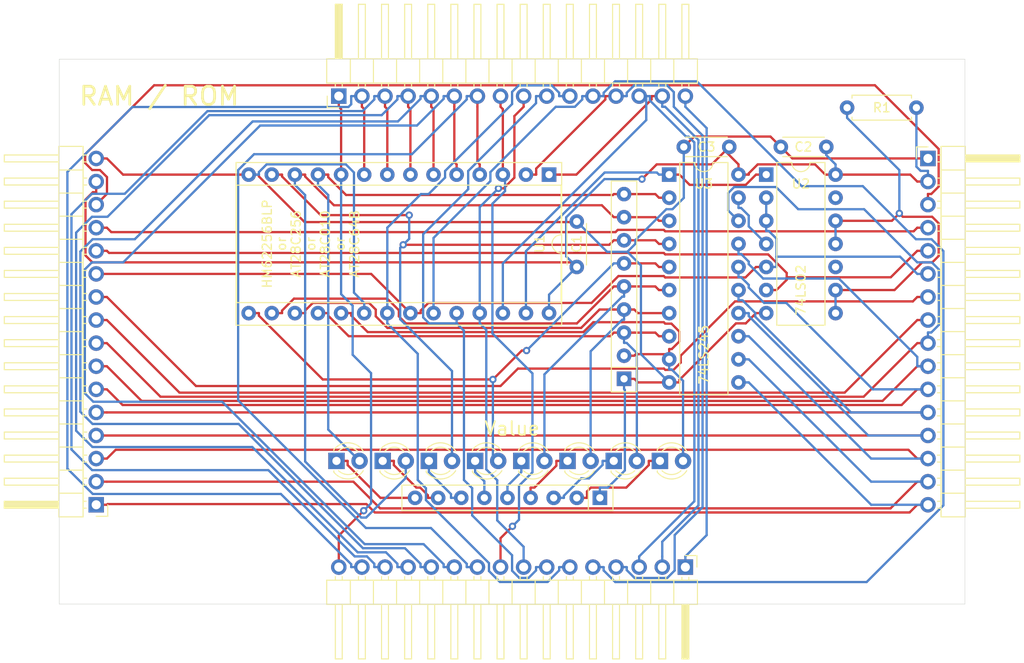
<source format=kicad_pcb>
(kicad_pcb (version 20171130) (host pcbnew "(5.1.9-0-10_14)")

  (general
    (thickness 1.6)
    (drawings 7)
    (tracks 712)
    (zones 0)
    (modules 21)
    (nets 54)
  )

  (page A4)
  (layers
    (0 F.Cu signal)
    (31 B.Cu signal)
    (32 B.Adhes user)
    (33 F.Adhes user)
    (34 B.Paste user)
    (35 F.Paste user)
    (36 B.SilkS user)
    (37 F.SilkS user)
    (38 B.Mask user)
    (39 F.Mask user)
    (40 Dwgs.User user)
    (41 Cmts.User user)
    (42 Eco1.User user)
    (43 Eco2.User user)
    (44 Edge.Cuts user)
    (45 Margin user)
    (46 B.CrtYd user)
    (47 F.CrtYd user)
    (48 B.Fab user)
    (49 F.Fab user)
  )

  (setup
    (last_trace_width 0.25)
    (trace_clearance 0.2)
    (zone_clearance 0.508)
    (zone_45_only no)
    (trace_min 0.2)
    (via_size 0.8)
    (via_drill 0.4)
    (via_min_size 0.4)
    (via_min_drill 0.3)
    (uvia_size 0.3)
    (uvia_drill 0.1)
    (uvias_allowed no)
    (uvia_min_size 0.2)
    (uvia_min_drill 0.1)
    (edge_width 0.05)
    (segment_width 0.2)
    (pcb_text_width 0.3)
    (pcb_text_size 1.5 1.5)
    (mod_edge_width 0.12)
    (mod_text_size 1 1)
    (mod_text_width 0.15)
    (pad_size 1.524 1.524)
    (pad_drill 0.762)
    (pad_to_mask_clearance 0)
    (aux_axis_origin 0 0)
    (visible_elements FFFFFF7F)
    (pcbplotparams
      (layerselection 0x010fc_ffffffff)
      (usegerberextensions true)
      (usegerberattributes true)
      (usegerberadvancedattributes true)
      (creategerberjobfile true)
      (excludeedgelayer true)
      (linewidth 0.100000)
      (plotframeref false)
      (viasonmask false)
      (mode 1)
      (useauxorigin false)
      (hpglpennumber 1)
      (hpglpenspeed 20)
      (hpglpendiameter 15.000000)
      (psnegative false)
      (psa4output false)
      (plotreference true)
      (plotvalue true)
      (plotinvisibletext false)
      (padsonsilk false)
      (subtractmaskfromsilk false)
      (outputformat 1)
      (mirror false)
      (drillshape 0)
      (scaleselection 1)
      (outputdirectory "RAM Gerber/"))
  )

  (net 0 "")
  (net 1 GND)
  (net 2 VCC)
  (net 3 "Net-(D1-Pad2)")
  (net 4 "Net-(D1-Pad1)")
  (net 5 "Net-(D2-Pad2)")
  (net 6 "Net-(D2-Pad1)")
  (net 7 "Net-(D3-Pad2)")
  (net 8 "Net-(D3-Pad1)")
  (net 9 "Net-(D4-Pad2)")
  (net 10 "Net-(D4-Pad1)")
  (net 11 "Net-(D5-Pad2)")
  (net 12 "Net-(D5-Pad1)")
  (net 13 "Net-(D6-Pad2)")
  (net 14 "Net-(D6-Pad1)")
  (net 15 "Net-(D7-Pad2)")
  (net 16 "Net-(D7-Pad1)")
  (net 17 "Net-(D8-Pad2)")
  (net 18 "Net-(D8-Pad1)")
  (net 19 BUS7)
  (net 20 BUS6)
  (net 21 BUS5)
  (net 22 BUS4)
  (net 23 BUS3)
  (net 24 BUS2)
  (net 25 BUS1)
  (net 26 BUS0)
  (net 27 SIG1)
  (net 28 SIG0)
  (net 29 SIG_IN)
  (net 30 SIG_OUT)
  (net 31 CLOCK)
  (net 32 RESET)
  (net 33 A0)
  (net 34 A1)
  (net 35 A2)
  (net 36 A3)
  (net 37 A4)
  (net 38 A5)
  (net 39 A6)
  (net 40 A7)
  (net 41 A8)
  (net 42 A9)
  (net 43 A10)
  (net 44 A11)
  (net 45 A12)
  (net 46 A13)
  (net 47 A14)
  (net 48 A15)
  (net 49 ~SIG_IN)
  (net 50 ~ENABLE)
  (net 51 "Net-(R1-Pad2)")
  (net 52 "Net-(U2-Pad13)")
  (net 53 "Net-(U2-Pad10)")

  (net_class Default "This is the default net class."
    (clearance 0.2)
    (trace_width 0.25)
    (via_dia 0.8)
    (via_drill 0.4)
    (uvia_dia 0.3)
    (uvia_drill 0.1)
    (add_net A0)
    (add_net A1)
    (add_net A10)
    (add_net A11)
    (add_net A12)
    (add_net A13)
    (add_net A14)
    (add_net A15)
    (add_net A2)
    (add_net A3)
    (add_net A4)
    (add_net A5)
    (add_net A6)
    (add_net A7)
    (add_net A8)
    (add_net A9)
    (add_net BUS0)
    (add_net BUS1)
    (add_net BUS2)
    (add_net BUS3)
    (add_net BUS4)
    (add_net BUS5)
    (add_net BUS6)
    (add_net BUS7)
    (add_net CLOCK)
    (add_net GND)
    (add_net "Net-(D1-Pad1)")
    (add_net "Net-(D1-Pad2)")
    (add_net "Net-(D2-Pad1)")
    (add_net "Net-(D2-Pad2)")
    (add_net "Net-(D3-Pad1)")
    (add_net "Net-(D3-Pad2)")
    (add_net "Net-(D4-Pad1)")
    (add_net "Net-(D4-Pad2)")
    (add_net "Net-(D5-Pad1)")
    (add_net "Net-(D5-Pad2)")
    (add_net "Net-(D6-Pad1)")
    (add_net "Net-(D6-Pad2)")
    (add_net "Net-(D7-Pad1)")
    (add_net "Net-(D7-Pad2)")
    (add_net "Net-(D8-Pad1)")
    (add_net "Net-(D8-Pad2)")
    (add_net "Net-(R1-Pad2)")
    (add_net "Net-(U2-Pad10)")
    (add_net "Net-(U2-Pad13)")
    (add_net RESET)
    (add_net SIG0)
    (add_net SIG1)
    (add_net SIG_IN)
    (add_net SIG_OUT)
    (add_net VCC)
    (add_net ~ENABLE)
    (add_net ~SIG_IN)
  )

  (module Resistor_THT:R_Array_SIP9 (layer F.Cu) (tedit 5A14249F) (tstamp 6040A057)
    (at 93.59 69.2 90)
    (descr "9-pin Resistor SIP pack")
    (tags R)
    (path /60575EF6)
    (fp_text reference RN2 (at 11.43 -2.4 90) (layer F.SilkS) hide
      (effects (font (size 1 1) (thickness 0.15)))
    )
    (fp_text value 10k (at 11.43 2.4 90) (layer F.Fab)
      (effects (font (size 1 1) (thickness 0.15)))
    )
    (fp_line (start -1.29 -1.25) (end -1.29 1.25) (layer F.Fab) (width 0.1))
    (fp_line (start -1.29 1.25) (end 21.61 1.25) (layer F.Fab) (width 0.1))
    (fp_line (start 21.61 1.25) (end 21.61 -1.25) (layer F.Fab) (width 0.1))
    (fp_line (start 21.61 -1.25) (end -1.29 -1.25) (layer F.Fab) (width 0.1))
    (fp_line (start 1.27 -1.25) (end 1.27 1.25) (layer F.Fab) (width 0.1))
    (fp_line (start -1.44 -1.4) (end -1.44 1.4) (layer F.SilkS) (width 0.12))
    (fp_line (start -1.44 1.4) (end 21.76 1.4) (layer F.SilkS) (width 0.12))
    (fp_line (start 21.76 1.4) (end 21.76 -1.4) (layer F.SilkS) (width 0.12))
    (fp_line (start 21.76 -1.4) (end -1.44 -1.4) (layer F.SilkS) (width 0.12))
    (fp_line (start 1.27 -1.4) (end 1.27 1.4) (layer F.SilkS) (width 0.12))
    (fp_line (start -1.7 -1.65) (end -1.7 1.65) (layer F.CrtYd) (width 0.05))
    (fp_line (start -1.7 1.65) (end 22.05 1.65) (layer F.CrtYd) (width 0.05))
    (fp_line (start 22.05 1.65) (end 22.05 -1.65) (layer F.CrtYd) (width 0.05))
    (fp_line (start 22.05 -1.65) (end -1.7 -1.65) (layer F.CrtYd) (width 0.05))
    (fp_text user %R (at 10.16 0 90) (layer F.Fab)
      (effects (font (size 1 1) (thickness 0.15)))
    )
    (pad 9 thru_hole oval (at 20.32 0 90) (size 1.6 1.6) (drill 0.8) (layers *.Cu *.Mask)
      (net 3 "Net-(D1-Pad2)"))
    (pad 8 thru_hole oval (at 17.78 0 90) (size 1.6 1.6) (drill 0.8) (layers *.Cu *.Mask)
      (net 5 "Net-(D2-Pad2)"))
    (pad 7 thru_hole oval (at 15.24 0 90) (size 1.6 1.6) (drill 0.8) (layers *.Cu *.Mask)
      (net 7 "Net-(D3-Pad2)"))
    (pad 6 thru_hole oval (at 12.7 0 90) (size 1.6 1.6) (drill 0.8) (layers *.Cu *.Mask)
      (net 9 "Net-(D4-Pad2)"))
    (pad 5 thru_hole oval (at 10.16 0 90) (size 1.6 1.6) (drill 0.8) (layers *.Cu *.Mask)
      (net 11 "Net-(D5-Pad2)"))
    (pad 4 thru_hole oval (at 7.62 0 90) (size 1.6 1.6) (drill 0.8) (layers *.Cu *.Mask)
      (net 13 "Net-(D6-Pad2)"))
    (pad 3 thru_hole oval (at 5.08 0 90) (size 1.6 1.6) (drill 0.8) (layers *.Cu *.Mask)
      (net 15 "Net-(D7-Pad2)"))
    (pad 2 thru_hole oval (at 2.54 0 90) (size 1.6 1.6) (drill 0.8) (layers *.Cu *.Mask)
      (net 17 "Net-(D8-Pad2)"))
    (pad 1 thru_hole rect (at 0 0 90) (size 1.6 1.6) (drill 0.8) (layers *.Cu *.Mask)
      (net 1 GND))
    (model ${KISYS3DMOD}/Resistor_THT.3dshapes/R_Array_SIP9.wrl
      (at (xyz 0 0 0))
      (scale (xyz 1 1 1))
      (rotate (xyz 0 0 0))
    )
  )

  (module Resistor_THT:R_Axial_DIN0207_L6.3mm_D2.5mm_P7.62mm_Horizontal (layer F.Cu) (tedit 5AE5139B) (tstamp 6040A020)
    (at 125.73 39.37 180)
    (descr "Resistor, Axial_DIN0207 series, Axial, Horizontal, pin pitch=7.62mm, 0.25W = 1/4W, length*diameter=6.3*2.5mm^2, http://cdn-reichelt.de/documents/datenblatt/B400/1_4W%23YAG.pdf")
    (tags "Resistor Axial_DIN0207 series Axial Horizontal pin pitch 7.62mm 0.25W = 1/4W length 6.3mm diameter 2.5mm")
    (path /6052700C)
    (fp_text reference R1 (at 3.81 0) (layer F.SilkS)
      (effects (font (size 1 1) (thickness 0.15)))
    )
    (fp_text value 10k (at 3.81 2.37) (layer F.Fab)
      (effects (font (size 1 1) (thickness 0.15)))
    )
    (fp_line (start 0.66 -1.25) (end 0.66 1.25) (layer F.Fab) (width 0.1))
    (fp_line (start 0.66 1.25) (end 6.96 1.25) (layer F.Fab) (width 0.1))
    (fp_line (start 6.96 1.25) (end 6.96 -1.25) (layer F.Fab) (width 0.1))
    (fp_line (start 6.96 -1.25) (end 0.66 -1.25) (layer F.Fab) (width 0.1))
    (fp_line (start 0 0) (end 0.66 0) (layer F.Fab) (width 0.1))
    (fp_line (start 7.62 0) (end 6.96 0) (layer F.Fab) (width 0.1))
    (fp_line (start 0.54 -1.04) (end 0.54 -1.37) (layer F.SilkS) (width 0.12))
    (fp_line (start 0.54 -1.37) (end 7.08 -1.37) (layer F.SilkS) (width 0.12))
    (fp_line (start 7.08 -1.37) (end 7.08 -1.04) (layer F.SilkS) (width 0.12))
    (fp_line (start 0.54 1.04) (end 0.54 1.37) (layer F.SilkS) (width 0.12))
    (fp_line (start 0.54 1.37) (end 7.08 1.37) (layer F.SilkS) (width 0.12))
    (fp_line (start 7.08 1.37) (end 7.08 1.04) (layer F.SilkS) (width 0.12))
    (fp_line (start -1.05 -1.5) (end -1.05 1.5) (layer F.CrtYd) (width 0.05))
    (fp_line (start -1.05 1.5) (end 8.67 1.5) (layer F.CrtYd) (width 0.05))
    (fp_line (start 8.67 1.5) (end 8.67 -1.5) (layer F.CrtYd) (width 0.05))
    (fp_line (start 8.67 -1.5) (end -1.05 -1.5) (layer F.CrtYd) (width 0.05))
    (fp_text user %R (at 3.81 0) (layer F.Fab)
      (effects (font (size 1 1) (thickness 0.15)))
    )
    (pad 2 thru_hole oval (at 7.62 0 180) (size 1.6 1.6) (drill 0.8) (layers *.Cu *.Mask)
      (net 51 "Net-(R1-Pad2)"))
    (pad 1 thru_hole circle (at 0 0 180) (size 1.6 1.6) (drill 0.8) (layers *.Cu *.Mask)
      (net 2 VCC))
    (model ${KISYS3DMOD}/Resistor_THT.3dshapes/R_Axial_DIN0207_L6.3mm_D2.5mm_P7.62mm_Horizontal.wrl
      (at (xyz 0 0 0))
      (scale (xyz 1 1 1))
      (rotate (xyz 0 0 0))
    )
  )

  (module Package_DIP:DIP-20_W7.62mm (layer F.Cu) (tedit 5A02E8C5) (tstamp 5F7F0449)
    (at 98.552 46.736)
    (descr "20-lead though-hole mounted DIP package, row spacing 7.62 mm (300 mils)")
    (tags "THT DIP DIL PDIP 2.54mm 7.62mm 300mil")
    (path /5FA8D7AD)
    (fp_text reference U3 (at 3.81 1.016) (layer F.SilkS)
      (effects (font (size 1 1) (thickness 0.15)))
    )
    (fp_text value 74LS245 (at 3.81 19.812 90) (layer F.SilkS)
      (effects (font (size 1 1) (thickness 0.15)))
    )
    (fp_line (start 1.635 -1.27) (end 6.985 -1.27) (layer F.Fab) (width 0.1))
    (fp_line (start 6.985 -1.27) (end 6.985 24.13) (layer F.Fab) (width 0.1))
    (fp_line (start 6.985 24.13) (end 0.635 24.13) (layer F.Fab) (width 0.1))
    (fp_line (start 0.635 24.13) (end 0.635 -0.27) (layer F.Fab) (width 0.1))
    (fp_line (start 0.635 -0.27) (end 1.635 -1.27) (layer F.Fab) (width 0.1))
    (fp_line (start 2.81 -1.33) (end 1.16 -1.33) (layer F.SilkS) (width 0.12))
    (fp_line (start 1.16 -1.33) (end 1.16 24.19) (layer F.SilkS) (width 0.12))
    (fp_line (start 1.16 24.19) (end 6.46 24.19) (layer F.SilkS) (width 0.12))
    (fp_line (start 6.46 24.19) (end 6.46 -1.33) (layer F.SilkS) (width 0.12))
    (fp_line (start 6.46 -1.33) (end 4.81 -1.33) (layer F.SilkS) (width 0.12))
    (fp_line (start -1.1 -1.55) (end -1.1 24.4) (layer F.CrtYd) (width 0.05))
    (fp_line (start -1.1 24.4) (end 8.7 24.4) (layer F.CrtYd) (width 0.05))
    (fp_line (start 8.7 24.4) (end 8.7 -1.55) (layer F.CrtYd) (width 0.05))
    (fp_line (start 8.7 -1.55) (end -1.1 -1.55) (layer F.CrtYd) (width 0.05))
    (fp_text user %R (at 3.81 11.43) (layer F.Fab)
      (effects (font (size 1 1) (thickness 0.15)))
    )
    (fp_arc (start 3.81 -1.33) (end 2.81 -1.33) (angle -180) (layer F.SilkS) (width 0.12))
    (pad 20 thru_hole oval (at 7.62 0) (size 1.6 1.6) (drill 0.8) (layers *.Cu *.Mask)
      (net 2 VCC))
    (pad 10 thru_hole oval (at 0 22.86) (size 1.6 1.6) (drill 0.8) (layers *.Cu *.Mask)
      (net 1 GND))
    (pad 19 thru_hole oval (at 7.62 2.54) (size 1.6 1.6) (drill 0.8) (layers *.Cu *.Mask)
      (net 50 ~ENABLE))
    (pad 9 thru_hole oval (at 0 20.32) (size 1.6 1.6) (drill 0.8) (layers *.Cu *.Mask)
      (net 17 "Net-(D8-Pad2)"))
    (pad 18 thru_hole oval (at 7.62 5.08) (size 1.6 1.6) (drill 0.8) (layers *.Cu *.Mask)
      (net 26 BUS0))
    (pad 8 thru_hole oval (at 0 17.78) (size 1.6 1.6) (drill 0.8) (layers *.Cu *.Mask)
      (net 15 "Net-(D7-Pad2)"))
    (pad 17 thru_hole oval (at 7.62 7.62) (size 1.6 1.6) (drill 0.8) (layers *.Cu *.Mask)
      (net 25 BUS1))
    (pad 7 thru_hole oval (at 0 15.24) (size 1.6 1.6) (drill 0.8) (layers *.Cu *.Mask)
      (net 13 "Net-(D6-Pad2)"))
    (pad 16 thru_hole oval (at 7.62 10.16) (size 1.6 1.6) (drill 0.8) (layers *.Cu *.Mask)
      (net 24 BUS2))
    (pad 6 thru_hole oval (at 0 12.7) (size 1.6 1.6) (drill 0.8) (layers *.Cu *.Mask)
      (net 11 "Net-(D5-Pad2)"))
    (pad 15 thru_hole oval (at 7.62 12.7) (size 1.6 1.6) (drill 0.8) (layers *.Cu *.Mask)
      (net 23 BUS3))
    (pad 5 thru_hole oval (at 0 10.16) (size 1.6 1.6) (drill 0.8) (layers *.Cu *.Mask)
      (net 9 "Net-(D4-Pad2)"))
    (pad 14 thru_hole oval (at 7.62 15.24) (size 1.6 1.6) (drill 0.8) (layers *.Cu *.Mask)
      (net 22 BUS4))
    (pad 4 thru_hole oval (at 0 7.62) (size 1.6 1.6) (drill 0.8) (layers *.Cu *.Mask)
      (net 7 "Net-(D3-Pad2)"))
    (pad 13 thru_hole oval (at 7.62 17.78) (size 1.6 1.6) (drill 0.8) (layers *.Cu *.Mask)
      (net 21 BUS5))
    (pad 3 thru_hole oval (at 0 5.08) (size 1.6 1.6) (drill 0.8) (layers *.Cu *.Mask)
      (net 5 "Net-(D2-Pad2)"))
    (pad 12 thru_hole oval (at 7.62 20.32) (size 1.6 1.6) (drill 0.8) (layers *.Cu *.Mask)
      (net 20 BUS6))
    (pad 2 thru_hole oval (at 0 2.54) (size 1.6 1.6) (drill 0.8) (layers *.Cu *.Mask)
      (net 3 "Net-(D1-Pad2)"))
    (pad 11 thru_hole oval (at 7.62 22.86) (size 1.6 1.6) (drill 0.8) (layers *.Cu *.Mask)
      (net 19 BUS7))
    (pad 1 thru_hole rect (at 0 0) (size 1.6 1.6) (drill 0.8) (layers *.Cu *.Mask)
      (net 49 ~SIG_IN))
    (model ${KISYS3DMOD}/Package_DIP.3dshapes/DIP-20_W7.62mm.wrl
      (at (xyz 0 0 0))
      (scale (xyz 1 1 1))
      (rotate (xyz 0 0 0))
    )
  )

  (module Package_DIP:DIP-14_W7.62mm (layer F.Cu) (tedit 5A02E8C5) (tstamp 5F7EBEC7)
    (at 109.22 46.736)
    (descr "14-lead though-hole mounted DIP package, row spacing 7.62 mm (300 mils)")
    (tags "THT DIP DIL PDIP 2.54mm 7.62mm 300mil")
    (path /5F8E1745)
    (fp_text reference U2 (at 3.81 1.016) (layer F.SilkS)
      (effects (font (size 1 1) (thickness 0.15)))
    )
    (fp_text value 74LS02 (at 3.81 12.7 90) (layer F.SilkS)
      (effects (font (size 1 1) (thickness 0.15)))
    )
    (fp_line (start 1.635 -1.27) (end 6.985 -1.27) (layer F.Fab) (width 0.1))
    (fp_line (start 6.985 -1.27) (end 6.985 16.51) (layer F.Fab) (width 0.1))
    (fp_line (start 6.985 16.51) (end 0.635 16.51) (layer F.Fab) (width 0.1))
    (fp_line (start 0.635 16.51) (end 0.635 -0.27) (layer F.Fab) (width 0.1))
    (fp_line (start 0.635 -0.27) (end 1.635 -1.27) (layer F.Fab) (width 0.1))
    (fp_line (start 2.81 -1.33) (end 1.16 -1.33) (layer F.SilkS) (width 0.12))
    (fp_line (start 1.16 -1.33) (end 1.16 16.57) (layer F.SilkS) (width 0.12))
    (fp_line (start 1.16 16.57) (end 6.46 16.57) (layer F.SilkS) (width 0.12))
    (fp_line (start 6.46 16.57) (end 6.46 -1.33) (layer F.SilkS) (width 0.12))
    (fp_line (start 6.46 -1.33) (end 4.81 -1.33) (layer F.SilkS) (width 0.12))
    (fp_line (start -1.1 -1.55) (end -1.1 16.8) (layer F.CrtYd) (width 0.05))
    (fp_line (start -1.1 16.8) (end 8.7 16.8) (layer F.CrtYd) (width 0.05))
    (fp_line (start 8.7 16.8) (end 8.7 -1.55) (layer F.CrtYd) (width 0.05))
    (fp_line (start 8.7 -1.55) (end -1.1 -1.55) (layer F.CrtYd) (width 0.05))
    (fp_text user %R (at 3.81 7.62) (layer F.Fab)
      (effects (font (size 1 1) (thickness 0.15)))
    )
    (fp_arc (start 3.81 -1.33) (end 2.81 -1.33) (angle -180) (layer F.SilkS) (width 0.12))
    (pad 14 thru_hole oval (at 7.62 0) (size 1.6 1.6) (drill 0.8) (layers *.Cu *.Mask)
      (net 2 VCC))
    (pad 7 thru_hole oval (at 0 15.24) (size 1.6 1.6) (drill 0.8) (layers *.Cu *.Mask)
      (net 1 GND))
    (pad 13 thru_hole oval (at 7.62 2.54) (size 1.6 1.6) (drill 0.8) (layers *.Cu *.Mask)
      (net 52 "Net-(U2-Pad13)"))
    (pad 6 thru_hole oval (at 0 12.7) (size 1.6 1.6) (drill 0.8) (layers *.Cu *.Mask)
      (net 30 SIG_OUT))
    (pad 12 thru_hole oval (at 7.62 5.08) (size 1.6 1.6) (drill 0.8) (layers *.Cu *.Mask)
      (net 51 "Net-(R1-Pad2)"))
    (pad 5 thru_hole oval (at 0 10.16) (size 1.6 1.6) (drill 0.8) (layers *.Cu *.Mask)
      (net 29 SIG_IN))
    (pad 11 thru_hole oval (at 7.62 7.62) (size 1.6 1.6) (drill 0.8) (layers *.Cu *.Mask)
      (net 51 "Net-(R1-Pad2)"))
    (pad 4 thru_hole oval (at 0 7.62) (size 1.6 1.6) (drill 0.8) (layers *.Cu *.Mask)
      (net 50 ~ENABLE))
    (pad 10 thru_hole oval (at 7.62 10.16) (size 1.6 1.6) (drill 0.8) (layers *.Cu *.Mask)
      (net 53 "Net-(U2-Pad10)"))
    (pad 3 thru_hole oval (at 0 5.08) (size 1.6 1.6) (drill 0.8) (layers *.Cu *.Mask)
      (net 29 SIG_IN))
    (pad 9 thru_hole oval (at 7.62 12.7) (size 1.6 1.6) (drill 0.8) (layers *.Cu *.Mask)
      (net 51 "Net-(R1-Pad2)"))
    (pad 2 thru_hole oval (at 0 2.54) (size 1.6 1.6) (drill 0.8) (layers *.Cu *.Mask)
      (net 29 SIG_IN))
    (pad 8 thru_hole oval (at 7.62 15.24) (size 1.6 1.6) (drill 0.8) (layers *.Cu *.Mask)
      (net 51 "Net-(R1-Pad2)"))
    (pad 1 thru_hole rect (at 0 0) (size 1.6 1.6) (drill 0.8) (layers *.Cu *.Mask)
      (net 49 ~SIG_IN))
    (model ${KISYS3DMOD}/Package_DIP.3dshapes/DIP-14_W7.62mm.wrl
      (at (xyz 0 0 0))
      (scale (xyz 1 1 1))
      (rotate (xyz 0 0 0))
    )
  )

  (module Package_DIP:DIP-28_W15.24mm_Socket (layer F.Cu) (tedit 5A02E8C5) (tstamp 5F7EBEA5)
    (at 85.344 46.736 270)
    (descr "28-lead though-hole mounted DIP package, row spacing 15.24 mm (600 mils), Socket")
    (tags "THT DIP DIL PDIP 2.54mm 15.24mm 600mil Socket")
    (path /5FA4A2BF)
    (fp_text reference U1 (at 7.62 1.016 90) (layer F.SilkS)
      (effects (font (size 1 1) (thickness 0.15)))
    )
    (fp_text value HM62256BLP (at 7.62 30.988 90) (layer F.SilkS)
      (effects (font (size 1 1) (thickness 0.15)))
    )
    (fp_line (start 1.255 -1.27) (end 14.985 -1.27) (layer F.Fab) (width 0.1))
    (fp_line (start 14.985 -1.27) (end 14.985 34.29) (layer F.Fab) (width 0.1))
    (fp_line (start 14.985 34.29) (end 0.255 34.29) (layer F.Fab) (width 0.1))
    (fp_line (start 0.255 34.29) (end 0.255 -0.27) (layer F.Fab) (width 0.1))
    (fp_line (start 0.255 -0.27) (end 1.255 -1.27) (layer F.Fab) (width 0.1))
    (fp_line (start -1.27 -1.33) (end -1.27 34.35) (layer F.Fab) (width 0.1))
    (fp_line (start -1.27 34.35) (end 16.51 34.35) (layer F.Fab) (width 0.1))
    (fp_line (start 16.51 34.35) (end 16.51 -1.33) (layer F.Fab) (width 0.1))
    (fp_line (start 16.51 -1.33) (end -1.27 -1.33) (layer F.Fab) (width 0.1))
    (fp_line (start 6.62 -1.33) (end 1.16 -1.33) (layer F.SilkS) (width 0.12))
    (fp_line (start 1.16 -1.33) (end 1.16 34.35) (layer F.SilkS) (width 0.12))
    (fp_line (start 1.16 34.35) (end 14.08 34.35) (layer F.SilkS) (width 0.12))
    (fp_line (start 14.08 34.35) (end 14.08 -1.33) (layer F.SilkS) (width 0.12))
    (fp_line (start 14.08 -1.33) (end 8.62 -1.33) (layer F.SilkS) (width 0.12))
    (fp_line (start -1.33 -1.39) (end -1.33 34.41) (layer F.SilkS) (width 0.12))
    (fp_line (start -1.33 34.41) (end 16.57 34.41) (layer F.SilkS) (width 0.12))
    (fp_line (start 16.57 34.41) (end 16.57 -1.39) (layer F.SilkS) (width 0.12))
    (fp_line (start 16.57 -1.39) (end -1.33 -1.39) (layer F.SilkS) (width 0.12))
    (fp_line (start -1.55 -1.6) (end -1.55 34.65) (layer F.CrtYd) (width 0.05))
    (fp_line (start -1.55 34.65) (end 16.8 34.65) (layer F.CrtYd) (width 0.05))
    (fp_line (start 16.8 34.65) (end 16.8 -1.6) (layer F.CrtYd) (width 0.05))
    (fp_line (start 16.8 -1.6) (end -1.55 -1.6) (layer F.CrtYd) (width 0.05))
    (fp_text user %R (at 7.62 16.51 90) (layer F.Fab)
      (effects (font (size 1 1) (thickness 0.15)))
    )
    (fp_arc (start 7.62 -1.33) (end 6.62 -1.33) (angle -180) (layer F.SilkS) (width 0.12))
    (pad 28 thru_hole oval (at 15.24 0 270) (size 1.6 1.6) (drill 0.8) (layers *.Cu *.Mask)
      (net 2 VCC))
    (pad 14 thru_hole oval (at 0 33.02 270) (size 1.6 1.6) (drill 0.8) (layers *.Cu *.Mask)
      (net 1 GND))
    (pad 27 thru_hole oval (at 15.24 2.54 270) (size 1.6 1.6) (drill 0.8) (layers *.Cu *.Mask)
      (net 49 ~SIG_IN))
    (pad 13 thru_hole oval (at 0 30.48 270) (size 1.6 1.6) (drill 0.8) (layers *.Cu *.Mask)
      (net 7 "Net-(D3-Pad2)"))
    (pad 26 thru_hole oval (at 15.24 5.08 270) (size 1.6 1.6) (drill 0.8) (layers *.Cu *.Mask)
      (net 46 A13))
    (pad 12 thru_hole oval (at 0 27.94 270) (size 1.6 1.6) (drill 0.8) (layers *.Cu *.Mask)
      (net 5 "Net-(D2-Pad2)"))
    (pad 25 thru_hole oval (at 15.24 7.62 270) (size 1.6 1.6) (drill 0.8) (layers *.Cu *.Mask)
      (net 41 A8))
    (pad 11 thru_hole oval (at 0 25.4 270) (size 1.6 1.6) (drill 0.8) (layers *.Cu *.Mask)
      (net 3 "Net-(D1-Pad2)"))
    (pad 24 thru_hole oval (at 15.24 10.16 270) (size 1.6 1.6) (drill 0.8) (layers *.Cu *.Mask)
      (net 42 A9))
    (pad 10 thru_hole oval (at 0 22.86 270) (size 1.6 1.6) (drill 0.8) (layers *.Cu *.Mask)
      (net 33 A0))
    (pad 23 thru_hole oval (at 15.24 12.7 270) (size 1.6 1.6) (drill 0.8) (layers *.Cu *.Mask)
      (net 44 A11))
    (pad 9 thru_hole oval (at 0 20.32 270) (size 1.6 1.6) (drill 0.8) (layers *.Cu *.Mask)
      (net 34 A1))
    (pad 22 thru_hole oval (at 15.24 15.24 270) (size 1.6 1.6) (drill 0.8) (layers *.Cu *.Mask)
      (net 29 SIG_IN))
    (pad 8 thru_hole oval (at 0 17.78 270) (size 1.6 1.6) (drill 0.8) (layers *.Cu *.Mask)
      (net 35 A2))
    (pad 21 thru_hole oval (at 15.24 17.78 270) (size 1.6 1.6) (drill 0.8) (layers *.Cu *.Mask)
      (net 43 A10))
    (pad 7 thru_hole oval (at 0 15.24 270) (size 1.6 1.6) (drill 0.8) (layers *.Cu *.Mask)
      (net 36 A3))
    (pad 20 thru_hole oval (at 15.24 20.32 270) (size 1.6 1.6) (drill 0.8) (layers *.Cu *.Mask)
      (net 1 GND))
    (pad 6 thru_hole oval (at 0 12.7 270) (size 1.6 1.6) (drill 0.8) (layers *.Cu *.Mask)
      (net 37 A4))
    (pad 19 thru_hole oval (at 15.24 22.86 270) (size 1.6 1.6) (drill 0.8) (layers *.Cu *.Mask)
      (net 17 "Net-(D8-Pad2)"))
    (pad 5 thru_hole oval (at 0 10.16 270) (size 1.6 1.6) (drill 0.8) (layers *.Cu *.Mask)
      (net 38 A5))
    (pad 18 thru_hole oval (at 15.24 25.4 270) (size 1.6 1.6) (drill 0.8) (layers *.Cu *.Mask)
      (net 15 "Net-(D7-Pad2)"))
    (pad 4 thru_hole oval (at 0 7.62 270) (size 1.6 1.6) (drill 0.8) (layers *.Cu *.Mask)
      (net 39 A6))
    (pad 17 thru_hole oval (at 15.24 27.94 270) (size 1.6 1.6) (drill 0.8) (layers *.Cu *.Mask)
      (net 13 "Net-(D6-Pad2)"))
    (pad 3 thru_hole oval (at 0 5.08 270) (size 1.6 1.6) (drill 0.8) (layers *.Cu *.Mask)
      (net 40 A7))
    (pad 16 thru_hole oval (at 15.24 30.48 270) (size 1.6 1.6) (drill 0.8) (layers *.Cu *.Mask)
      (net 11 "Net-(D5-Pad2)"))
    (pad 2 thru_hole oval (at 0 2.54 270) (size 1.6 1.6) (drill 0.8) (layers *.Cu *.Mask)
      (net 45 A12))
    (pad 15 thru_hole oval (at 15.24 33.02 270) (size 1.6 1.6) (drill 0.8) (layers *.Cu *.Mask)
      (net 9 "Net-(D4-Pad2)"))
    (pad 1 thru_hole rect (at 0 0 270) (size 1.6 1.6) (drill 0.8) (layers *.Cu *.Mask)
      (net 47 A14))
    (model ${KISYS3DMOD}/Package_DIP.3dshapes/DIP-28_W15.24mm_Socket.wrl
      (at (xyz 0 0 0))
      (scale (xyz 1 1 1))
      (rotate (xyz 0 0 0))
    )
  )

  (module Resistor_THT:R_Array_SIP9 (layer F.Cu) (tedit 5A14249F) (tstamp 5F7EBE6D)
    (at 90.932 82.296 180)
    (descr "9-pin Resistor SIP pack")
    (tags R)
    (path /5F804845)
    (fp_text reference RN1 (at 11.43 -2.4) (layer F.SilkS) hide
      (effects (font (size 1 1) (thickness 0.15)))
    )
    (fp_text value 1k (at 11.176 -2.54) (layer F.Fab)
      (effects (font (size 1 1) (thickness 0.15)))
    )
    (fp_line (start -1.29 -1.25) (end -1.29 1.25) (layer F.Fab) (width 0.1))
    (fp_line (start -1.29 1.25) (end 21.61 1.25) (layer F.Fab) (width 0.1))
    (fp_line (start 21.61 1.25) (end 21.61 -1.25) (layer F.Fab) (width 0.1))
    (fp_line (start 21.61 -1.25) (end -1.29 -1.25) (layer F.Fab) (width 0.1))
    (fp_line (start 1.27 -1.25) (end 1.27 1.25) (layer F.Fab) (width 0.1))
    (fp_line (start -1.44 -1.4) (end -1.44 1.4) (layer F.SilkS) (width 0.12))
    (fp_line (start -1.44 1.4) (end 21.76 1.4) (layer F.SilkS) (width 0.12))
    (fp_line (start 21.76 1.4) (end 21.76 -1.4) (layer F.SilkS) (width 0.12))
    (fp_line (start 21.76 -1.4) (end -1.44 -1.4) (layer F.SilkS) (width 0.12))
    (fp_line (start 1.27 -1.4) (end 1.27 1.4) (layer F.SilkS) (width 0.12))
    (fp_line (start -1.7 -1.65) (end -1.7 1.65) (layer F.CrtYd) (width 0.05))
    (fp_line (start -1.7 1.65) (end 22.05 1.65) (layer F.CrtYd) (width 0.05))
    (fp_line (start 22.05 1.65) (end 22.05 -1.65) (layer F.CrtYd) (width 0.05))
    (fp_line (start 22.05 -1.65) (end -1.7 -1.65) (layer F.CrtYd) (width 0.05))
    (fp_text user %R (at 10.16 0) (layer F.Fab)
      (effects (font (size 1 1) (thickness 0.15)))
    )
    (pad 9 thru_hole oval (at 20.32 0 180) (size 1.6 1.6) (drill 0.8) (layers *.Cu *.Mask)
      (net 4 "Net-(D1-Pad1)"))
    (pad 8 thru_hole oval (at 17.78 0 180) (size 1.6 1.6) (drill 0.8) (layers *.Cu *.Mask)
      (net 6 "Net-(D2-Pad1)"))
    (pad 7 thru_hole oval (at 15.24 0 180) (size 1.6 1.6) (drill 0.8) (layers *.Cu *.Mask)
      (net 8 "Net-(D3-Pad1)"))
    (pad 6 thru_hole oval (at 12.7 0 180) (size 1.6 1.6) (drill 0.8) (layers *.Cu *.Mask)
      (net 10 "Net-(D4-Pad1)"))
    (pad 5 thru_hole oval (at 10.16 0 180) (size 1.6 1.6) (drill 0.8) (layers *.Cu *.Mask)
      (net 12 "Net-(D5-Pad1)"))
    (pad 4 thru_hole oval (at 7.62 0 180) (size 1.6 1.6) (drill 0.8) (layers *.Cu *.Mask)
      (net 14 "Net-(D6-Pad1)"))
    (pad 3 thru_hole oval (at 5.08 0 180) (size 1.6 1.6) (drill 0.8) (layers *.Cu *.Mask)
      (net 16 "Net-(D7-Pad1)"))
    (pad 2 thru_hole oval (at 2.54 0 180) (size 1.6 1.6) (drill 0.8) (layers *.Cu *.Mask)
      (net 18 "Net-(D8-Pad1)"))
    (pad 1 thru_hole rect (at 0 0 180) (size 1.6 1.6) (drill 0.8) (layers *.Cu *.Mask)
      (net 1 GND))
    (model ${KISYS3DMOD}/Resistor_THT.3dshapes/R_Array_SIP9.wrl
      (at (xyz 0 0 0))
      (scale (xyz 1 1 1))
      (rotate (xyz 0 0 0))
    )
  )

  (module Connector_PinHeader_2.54mm:PinHeader_1x16_P2.54mm_Horizontal (layer F.Cu) (tedit 59FED5CB) (tstamp 5F7EBE51)
    (at 62.23 38.1 90)
    (descr "Through hole angled pin header, 1x16, 2.54mm pitch, 6mm pin length, single row")
    (tags "Through hole angled pin header THT 1x16 2.54mm single row")
    (path /5F7F2B29)
    (fp_text reference J4 (at 4.385 -2.27 90) (layer F.SilkS) hide
      (effects (font (size 1 1) (thickness 0.15)))
    )
    (fp_text value Conn_01x16 (at 4.385 40.37 90) (layer F.Fab)
      (effects (font (size 1 1) (thickness 0.15)))
    )
    (fp_line (start 2.135 -1.27) (end 4.04 -1.27) (layer F.Fab) (width 0.1))
    (fp_line (start 4.04 -1.27) (end 4.04 39.37) (layer F.Fab) (width 0.1))
    (fp_line (start 4.04 39.37) (end 1.5 39.37) (layer F.Fab) (width 0.1))
    (fp_line (start 1.5 39.37) (end 1.5 -0.635) (layer F.Fab) (width 0.1))
    (fp_line (start 1.5 -0.635) (end 2.135 -1.27) (layer F.Fab) (width 0.1))
    (fp_line (start -0.32 -0.32) (end 1.5 -0.32) (layer F.Fab) (width 0.1))
    (fp_line (start -0.32 -0.32) (end -0.32 0.32) (layer F.Fab) (width 0.1))
    (fp_line (start -0.32 0.32) (end 1.5 0.32) (layer F.Fab) (width 0.1))
    (fp_line (start 4.04 -0.32) (end 10.04 -0.32) (layer F.Fab) (width 0.1))
    (fp_line (start 10.04 -0.32) (end 10.04 0.32) (layer F.Fab) (width 0.1))
    (fp_line (start 4.04 0.32) (end 10.04 0.32) (layer F.Fab) (width 0.1))
    (fp_line (start -0.32 2.22) (end 1.5 2.22) (layer F.Fab) (width 0.1))
    (fp_line (start -0.32 2.22) (end -0.32 2.86) (layer F.Fab) (width 0.1))
    (fp_line (start -0.32 2.86) (end 1.5 2.86) (layer F.Fab) (width 0.1))
    (fp_line (start 4.04 2.22) (end 10.04 2.22) (layer F.Fab) (width 0.1))
    (fp_line (start 10.04 2.22) (end 10.04 2.86) (layer F.Fab) (width 0.1))
    (fp_line (start 4.04 2.86) (end 10.04 2.86) (layer F.Fab) (width 0.1))
    (fp_line (start -0.32 4.76) (end 1.5 4.76) (layer F.Fab) (width 0.1))
    (fp_line (start -0.32 4.76) (end -0.32 5.4) (layer F.Fab) (width 0.1))
    (fp_line (start -0.32 5.4) (end 1.5 5.4) (layer F.Fab) (width 0.1))
    (fp_line (start 4.04 4.76) (end 10.04 4.76) (layer F.Fab) (width 0.1))
    (fp_line (start 10.04 4.76) (end 10.04 5.4) (layer F.Fab) (width 0.1))
    (fp_line (start 4.04 5.4) (end 10.04 5.4) (layer F.Fab) (width 0.1))
    (fp_line (start -0.32 7.3) (end 1.5 7.3) (layer F.Fab) (width 0.1))
    (fp_line (start -0.32 7.3) (end -0.32 7.94) (layer F.Fab) (width 0.1))
    (fp_line (start -0.32 7.94) (end 1.5 7.94) (layer F.Fab) (width 0.1))
    (fp_line (start 4.04 7.3) (end 10.04 7.3) (layer F.Fab) (width 0.1))
    (fp_line (start 10.04 7.3) (end 10.04 7.94) (layer F.Fab) (width 0.1))
    (fp_line (start 4.04 7.94) (end 10.04 7.94) (layer F.Fab) (width 0.1))
    (fp_line (start -0.32 9.84) (end 1.5 9.84) (layer F.Fab) (width 0.1))
    (fp_line (start -0.32 9.84) (end -0.32 10.48) (layer F.Fab) (width 0.1))
    (fp_line (start -0.32 10.48) (end 1.5 10.48) (layer F.Fab) (width 0.1))
    (fp_line (start 4.04 9.84) (end 10.04 9.84) (layer F.Fab) (width 0.1))
    (fp_line (start 10.04 9.84) (end 10.04 10.48) (layer F.Fab) (width 0.1))
    (fp_line (start 4.04 10.48) (end 10.04 10.48) (layer F.Fab) (width 0.1))
    (fp_line (start -0.32 12.38) (end 1.5 12.38) (layer F.Fab) (width 0.1))
    (fp_line (start -0.32 12.38) (end -0.32 13.02) (layer F.Fab) (width 0.1))
    (fp_line (start -0.32 13.02) (end 1.5 13.02) (layer F.Fab) (width 0.1))
    (fp_line (start 4.04 12.38) (end 10.04 12.38) (layer F.Fab) (width 0.1))
    (fp_line (start 10.04 12.38) (end 10.04 13.02) (layer F.Fab) (width 0.1))
    (fp_line (start 4.04 13.02) (end 10.04 13.02) (layer F.Fab) (width 0.1))
    (fp_line (start -0.32 14.92) (end 1.5 14.92) (layer F.Fab) (width 0.1))
    (fp_line (start -0.32 14.92) (end -0.32 15.56) (layer F.Fab) (width 0.1))
    (fp_line (start -0.32 15.56) (end 1.5 15.56) (layer F.Fab) (width 0.1))
    (fp_line (start 4.04 14.92) (end 10.04 14.92) (layer F.Fab) (width 0.1))
    (fp_line (start 10.04 14.92) (end 10.04 15.56) (layer F.Fab) (width 0.1))
    (fp_line (start 4.04 15.56) (end 10.04 15.56) (layer F.Fab) (width 0.1))
    (fp_line (start -0.32 17.46) (end 1.5 17.46) (layer F.Fab) (width 0.1))
    (fp_line (start -0.32 17.46) (end -0.32 18.1) (layer F.Fab) (width 0.1))
    (fp_line (start -0.32 18.1) (end 1.5 18.1) (layer F.Fab) (width 0.1))
    (fp_line (start 4.04 17.46) (end 10.04 17.46) (layer F.Fab) (width 0.1))
    (fp_line (start 10.04 17.46) (end 10.04 18.1) (layer F.Fab) (width 0.1))
    (fp_line (start 4.04 18.1) (end 10.04 18.1) (layer F.Fab) (width 0.1))
    (fp_line (start -0.32 20) (end 1.5 20) (layer F.Fab) (width 0.1))
    (fp_line (start -0.32 20) (end -0.32 20.64) (layer F.Fab) (width 0.1))
    (fp_line (start -0.32 20.64) (end 1.5 20.64) (layer F.Fab) (width 0.1))
    (fp_line (start 4.04 20) (end 10.04 20) (layer F.Fab) (width 0.1))
    (fp_line (start 10.04 20) (end 10.04 20.64) (layer F.Fab) (width 0.1))
    (fp_line (start 4.04 20.64) (end 10.04 20.64) (layer F.Fab) (width 0.1))
    (fp_line (start -0.32 22.54) (end 1.5 22.54) (layer F.Fab) (width 0.1))
    (fp_line (start -0.32 22.54) (end -0.32 23.18) (layer F.Fab) (width 0.1))
    (fp_line (start -0.32 23.18) (end 1.5 23.18) (layer F.Fab) (width 0.1))
    (fp_line (start 4.04 22.54) (end 10.04 22.54) (layer F.Fab) (width 0.1))
    (fp_line (start 10.04 22.54) (end 10.04 23.18) (layer F.Fab) (width 0.1))
    (fp_line (start 4.04 23.18) (end 10.04 23.18) (layer F.Fab) (width 0.1))
    (fp_line (start -0.32 25.08) (end 1.5 25.08) (layer F.Fab) (width 0.1))
    (fp_line (start -0.32 25.08) (end -0.32 25.72) (layer F.Fab) (width 0.1))
    (fp_line (start -0.32 25.72) (end 1.5 25.72) (layer F.Fab) (width 0.1))
    (fp_line (start 4.04 25.08) (end 10.04 25.08) (layer F.Fab) (width 0.1))
    (fp_line (start 10.04 25.08) (end 10.04 25.72) (layer F.Fab) (width 0.1))
    (fp_line (start 4.04 25.72) (end 10.04 25.72) (layer F.Fab) (width 0.1))
    (fp_line (start -0.32 27.62) (end 1.5 27.62) (layer F.Fab) (width 0.1))
    (fp_line (start -0.32 27.62) (end -0.32 28.26) (layer F.Fab) (width 0.1))
    (fp_line (start -0.32 28.26) (end 1.5 28.26) (layer F.Fab) (width 0.1))
    (fp_line (start 4.04 27.62) (end 10.04 27.62) (layer F.Fab) (width 0.1))
    (fp_line (start 10.04 27.62) (end 10.04 28.26) (layer F.Fab) (width 0.1))
    (fp_line (start 4.04 28.26) (end 10.04 28.26) (layer F.Fab) (width 0.1))
    (fp_line (start -0.32 30.16) (end 1.5 30.16) (layer F.Fab) (width 0.1))
    (fp_line (start -0.32 30.16) (end -0.32 30.8) (layer F.Fab) (width 0.1))
    (fp_line (start -0.32 30.8) (end 1.5 30.8) (layer F.Fab) (width 0.1))
    (fp_line (start 4.04 30.16) (end 10.04 30.16) (layer F.Fab) (width 0.1))
    (fp_line (start 10.04 30.16) (end 10.04 30.8) (layer F.Fab) (width 0.1))
    (fp_line (start 4.04 30.8) (end 10.04 30.8) (layer F.Fab) (width 0.1))
    (fp_line (start -0.32 32.7) (end 1.5 32.7) (layer F.Fab) (width 0.1))
    (fp_line (start -0.32 32.7) (end -0.32 33.34) (layer F.Fab) (width 0.1))
    (fp_line (start -0.32 33.34) (end 1.5 33.34) (layer F.Fab) (width 0.1))
    (fp_line (start 4.04 32.7) (end 10.04 32.7) (layer F.Fab) (width 0.1))
    (fp_line (start 10.04 32.7) (end 10.04 33.34) (layer F.Fab) (width 0.1))
    (fp_line (start 4.04 33.34) (end 10.04 33.34) (layer F.Fab) (width 0.1))
    (fp_line (start -0.32 35.24) (end 1.5 35.24) (layer F.Fab) (width 0.1))
    (fp_line (start -0.32 35.24) (end -0.32 35.88) (layer F.Fab) (width 0.1))
    (fp_line (start -0.32 35.88) (end 1.5 35.88) (layer F.Fab) (width 0.1))
    (fp_line (start 4.04 35.24) (end 10.04 35.24) (layer F.Fab) (width 0.1))
    (fp_line (start 10.04 35.24) (end 10.04 35.88) (layer F.Fab) (width 0.1))
    (fp_line (start 4.04 35.88) (end 10.04 35.88) (layer F.Fab) (width 0.1))
    (fp_line (start -0.32 37.78) (end 1.5 37.78) (layer F.Fab) (width 0.1))
    (fp_line (start -0.32 37.78) (end -0.32 38.42) (layer F.Fab) (width 0.1))
    (fp_line (start -0.32 38.42) (end 1.5 38.42) (layer F.Fab) (width 0.1))
    (fp_line (start 4.04 37.78) (end 10.04 37.78) (layer F.Fab) (width 0.1))
    (fp_line (start 10.04 37.78) (end 10.04 38.42) (layer F.Fab) (width 0.1))
    (fp_line (start 4.04 38.42) (end 10.04 38.42) (layer F.Fab) (width 0.1))
    (fp_line (start 1.44 -1.33) (end 1.44 39.43) (layer F.SilkS) (width 0.12))
    (fp_line (start 1.44 39.43) (end 4.1 39.43) (layer F.SilkS) (width 0.12))
    (fp_line (start 4.1 39.43) (end 4.1 -1.33) (layer F.SilkS) (width 0.12))
    (fp_line (start 4.1 -1.33) (end 1.44 -1.33) (layer F.SilkS) (width 0.12))
    (fp_line (start 4.1 -0.38) (end 10.1 -0.38) (layer F.SilkS) (width 0.12))
    (fp_line (start 10.1 -0.38) (end 10.1 0.38) (layer F.SilkS) (width 0.12))
    (fp_line (start 10.1 0.38) (end 4.1 0.38) (layer F.SilkS) (width 0.12))
    (fp_line (start 4.1 -0.32) (end 10.1 -0.32) (layer F.SilkS) (width 0.12))
    (fp_line (start 4.1 -0.2) (end 10.1 -0.2) (layer F.SilkS) (width 0.12))
    (fp_line (start 4.1 -0.08) (end 10.1 -0.08) (layer F.SilkS) (width 0.12))
    (fp_line (start 4.1 0.04) (end 10.1 0.04) (layer F.SilkS) (width 0.12))
    (fp_line (start 4.1 0.16) (end 10.1 0.16) (layer F.SilkS) (width 0.12))
    (fp_line (start 4.1 0.28) (end 10.1 0.28) (layer F.SilkS) (width 0.12))
    (fp_line (start 1.11 -0.38) (end 1.44 -0.38) (layer F.SilkS) (width 0.12))
    (fp_line (start 1.11 0.38) (end 1.44 0.38) (layer F.SilkS) (width 0.12))
    (fp_line (start 1.44 1.27) (end 4.1 1.27) (layer F.SilkS) (width 0.12))
    (fp_line (start 4.1 2.16) (end 10.1 2.16) (layer F.SilkS) (width 0.12))
    (fp_line (start 10.1 2.16) (end 10.1 2.92) (layer F.SilkS) (width 0.12))
    (fp_line (start 10.1 2.92) (end 4.1 2.92) (layer F.SilkS) (width 0.12))
    (fp_line (start 1.042929 2.16) (end 1.44 2.16) (layer F.SilkS) (width 0.12))
    (fp_line (start 1.042929 2.92) (end 1.44 2.92) (layer F.SilkS) (width 0.12))
    (fp_line (start 1.44 3.81) (end 4.1 3.81) (layer F.SilkS) (width 0.12))
    (fp_line (start 4.1 4.7) (end 10.1 4.7) (layer F.SilkS) (width 0.12))
    (fp_line (start 10.1 4.7) (end 10.1 5.46) (layer F.SilkS) (width 0.12))
    (fp_line (start 10.1 5.46) (end 4.1 5.46) (layer F.SilkS) (width 0.12))
    (fp_line (start 1.042929 4.7) (end 1.44 4.7) (layer F.SilkS) (width 0.12))
    (fp_line (start 1.042929 5.46) (end 1.44 5.46) (layer F.SilkS) (width 0.12))
    (fp_line (start 1.44 6.35) (end 4.1 6.35) (layer F.SilkS) (width 0.12))
    (fp_line (start 4.1 7.24) (end 10.1 7.24) (layer F.SilkS) (width 0.12))
    (fp_line (start 10.1 7.24) (end 10.1 8) (layer F.SilkS) (width 0.12))
    (fp_line (start 10.1 8) (end 4.1 8) (layer F.SilkS) (width 0.12))
    (fp_line (start 1.042929 7.24) (end 1.44 7.24) (layer F.SilkS) (width 0.12))
    (fp_line (start 1.042929 8) (end 1.44 8) (layer F.SilkS) (width 0.12))
    (fp_line (start 1.44 8.89) (end 4.1 8.89) (layer F.SilkS) (width 0.12))
    (fp_line (start 4.1 9.78) (end 10.1 9.78) (layer F.SilkS) (width 0.12))
    (fp_line (start 10.1 9.78) (end 10.1 10.54) (layer F.SilkS) (width 0.12))
    (fp_line (start 10.1 10.54) (end 4.1 10.54) (layer F.SilkS) (width 0.12))
    (fp_line (start 1.042929 9.78) (end 1.44 9.78) (layer F.SilkS) (width 0.12))
    (fp_line (start 1.042929 10.54) (end 1.44 10.54) (layer F.SilkS) (width 0.12))
    (fp_line (start 1.44 11.43) (end 4.1 11.43) (layer F.SilkS) (width 0.12))
    (fp_line (start 4.1 12.32) (end 10.1 12.32) (layer F.SilkS) (width 0.12))
    (fp_line (start 10.1 12.32) (end 10.1 13.08) (layer F.SilkS) (width 0.12))
    (fp_line (start 10.1 13.08) (end 4.1 13.08) (layer F.SilkS) (width 0.12))
    (fp_line (start 1.042929 12.32) (end 1.44 12.32) (layer F.SilkS) (width 0.12))
    (fp_line (start 1.042929 13.08) (end 1.44 13.08) (layer F.SilkS) (width 0.12))
    (fp_line (start 1.44 13.97) (end 4.1 13.97) (layer F.SilkS) (width 0.12))
    (fp_line (start 4.1 14.86) (end 10.1 14.86) (layer F.SilkS) (width 0.12))
    (fp_line (start 10.1 14.86) (end 10.1 15.62) (layer F.SilkS) (width 0.12))
    (fp_line (start 10.1 15.62) (end 4.1 15.62) (layer F.SilkS) (width 0.12))
    (fp_line (start 1.042929 14.86) (end 1.44 14.86) (layer F.SilkS) (width 0.12))
    (fp_line (start 1.042929 15.62) (end 1.44 15.62) (layer F.SilkS) (width 0.12))
    (fp_line (start 1.44 16.51) (end 4.1 16.51) (layer F.SilkS) (width 0.12))
    (fp_line (start 4.1 17.4) (end 10.1 17.4) (layer F.SilkS) (width 0.12))
    (fp_line (start 10.1 17.4) (end 10.1 18.16) (layer F.SilkS) (width 0.12))
    (fp_line (start 10.1 18.16) (end 4.1 18.16) (layer F.SilkS) (width 0.12))
    (fp_line (start 1.042929 17.4) (end 1.44 17.4) (layer F.SilkS) (width 0.12))
    (fp_line (start 1.042929 18.16) (end 1.44 18.16) (layer F.SilkS) (width 0.12))
    (fp_line (start 1.44 19.05) (end 4.1 19.05) (layer F.SilkS) (width 0.12))
    (fp_line (start 4.1 19.94) (end 10.1 19.94) (layer F.SilkS) (width 0.12))
    (fp_line (start 10.1 19.94) (end 10.1 20.7) (layer F.SilkS) (width 0.12))
    (fp_line (start 10.1 20.7) (end 4.1 20.7) (layer F.SilkS) (width 0.12))
    (fp_line (start 1.042929 19.94) (end 1.44 19.94) (layer F.SilkS) (width 0.12))
    (fp_line (start 1.042929 20.7) (end 1.44 20.7) (layer F.SilkS) (width 0.12))
    (fp_line (start 1.44 21.59) (end 4.1 21.59) (layer F.SilkS) (width 0.12))
    (fp_line (start 4.1 22.48) (end 10.1 22.48) (layer F.SilkS) (width 0.12))
    (fp_line (start 10.1 22.48) (end 10.1 23.24) (layer F.SilkS) (width 0.12))
    (fp_line (start 10.1 23.24) (end 4.1 23.24) (layer F.SilkS) (width 0.12))
    (fp_line (start 1.042929 22.48) (end 1.44 22.48) (layer F.SilkS) (width 0.12))
    (fp_line (start 1.042929 23.24) (end 1.44 23.24) (layer F.SilkS) (width 0.12))
    (fp_line (start 1.44 24.13) (end 4.1 24.13) (layer F.SilkS) (width 0.12))
    (fp_line (start 4.1 25.02) (end 10.1 25.02) (layer F.SilkS) (width 0.12))
    (fp_line (start 10.1 25.02) (end 10.1 25.78) (layer F.SilkS) (width 0.12))
    (fp_line (start 10.1 25.78) (end 4.1 25.78) (layer F.SilkS) (width 0.12))
    (fp_line (start 1.042929 25.02) (end 1.44 25.02) (layer F.SilkS) (width 0.12))
    (fp_line (start 1.042929 25.78) (end 1.44 25.78) (layer F.SilkS) (width 0.12))
    (fp_line (start 1.44 26.67) (end 4.1 26.67) (layer F.SilkS) (width 0.12))
    (fp_line (start 4.1 27.56) (end 10.1 27.56) (layer F.SilkS) (width 0.12))
    (fp_line (start 10.1 27.56) (end 10.1 28.32) (layer F.SilkS) (width 0.12))
    (fp_line (start 10.1 28.32) (end 4.1 28.32) (layer F.SilkS) (width 0.12))
    (fp_line (start 1.042929 27.56) (end 1.44 27.56) (layer F.SilkS) (width 0.12))
    (fp_line (start 1.042929 28.32) (end 1.44 28.32) (layer F.SilkS) (width 0.12))
    (fp_line (start 1.44 29.21) (end 4.1 29.21) (layer F.SilkS) (width 0.12))
    (fp_line (start 4.1 30.1) (end 10.1 30.1) (layer F.SilkS) (width 0.12))
    (fp_line (start 10.1 30.1) (end 10.1 30.86) (layer F.SilkS) (width 0.12))
    (fp_line (start 10.1 30.86) (end 4.1 30.86) (layer F.SilkS) (width 0.12))
    (fp_line (start 1.042929 30.1) (end 1.44 30.1) (layer F.SilkS) (width 0.12))
    (fp_line (start 1.042929 30.86) (end 1.44 30.86) (layer F.SilkS) (width 0.12))
    (fp_line (start 1.44 31.75) (end 4.1 31.75) (layer F.SilkS) (width 0.12))
    (fp_line (start 4.1 32.64) (end 10.1 32.64) (layer F.SilkS) (width 0.12))
    (fp_line (start 10.1 32.64) (end 10.1 33.4) (layer F.SilkS) (width 0.12))
    (fp_line (start 10.1 33.4) (end 4.1 33.4) (layer F.SilkS) (width 0.12))
    (fp_line (start 1.042929 32.64) (end 1.44 32.64) (layer F.SilkS) (width 0.12))
    (fp_line (start 1.042929 33.4) (end 1.44 33.4) (layer F.SilkS) (width 0.12))
    (fp_line (start 1.44 34.29) (end 4.1 34.29) (layer F.SilkS) (width 0.12))
    (fp_line (start 4.1 35.18) (end 10.1 35.18) (layer F.SilkS) (width 0.12))
    (fp_line (start 10.1 35.18) (end 10.1 35.94) (layer F.SilkS) (width 0.12))
    (fp_line (start 10.1 35.94) (end 4.1 35.94) (layer F.SilkS) (width 0.12))
    (fp_line (start 1.042929 35.18) (end 1.44 35.18) (layer F.SilkS) (width 0.12))
    (fp_line (start 1.042929 35.94) (end 1.44 35.94) (layer F.SilkS) (width 0.12))
    (fp_line (start 1.44 36.83) (end 4.1 36.83) (layer F.SilkS) (width 0.12))
    (fp_line (start 4.1 37.72) (end 10.1 37.72) (layer F.SilkS) (width 0.12))
    (fp_line (start 10.1 37.72) (end 10.1 38.48) (layer F.SilkS) (width 0.12))
    (fp_line (start 10.1 38.48) (end 4.1 38.48) (layer F.SilkS) (width 0.12))
    (fp_line (start 1.042929 37.72) (end 1.44 37.72) (layer F.SilkS) (width 0.12))
    (fp_line (start 1.042929 38.48) (end 1.44 38.48) (layer F.SilkS) (width 0.12))
    (fp_line (start -1.27 0) (end -1.27 -1.27) (layer F.SilkS) (width 0.12))
    (fp_line (start -1.27 -1.27) (end 0 -1.27) (layer F.SilkS) (width 0.12))
    (fp_line (start -1.8 -1.8) (end -1.8 39.9) (layer F.CrtYd) (width 0.05))
    (fp_line (start -1.8 39.9) (end 10.55 39.9) (layer F.CrtYd) (width 0.05))
    (fp_line (start 10.55 39.9) (end 10.55 -1.8) (layer F.CrtYd) (width 0.05))
    (fp_line (start 10.55 -1.8) (end -1.8 -1.8) (layer F.CrtYd) (width 0.05))
    (fp_text user %R (at 2.77 19.05) (layer F.Fab)
      (effects (font (size 1 1) (thickness 0.15)))
    )
    (pad 16 thru_hole oval (at 0 38.1 90) (size 1.7 1.7) (drill 1) (layers *.Cu *.Mask)
      (net 48 A15))
    (pad 15 thru_hole oval (at 0 35.56 90) (size 1.7 1.7) (drill 1) (layers *.Cu *.Mask)
      (net 47 A14))
    (pad 14 thru_hole oval (at 0 33.02 90) (size 1.7 1.7) (drill 1) (layers *.Cu *.Mask)
      (net 46 A13))
    (pad 13 thru_hole oval (at 0 30.48 90) (size 1.7 1.7) (drill 1) (layers *.Cu *.Mask)
      (net 45 A12))
    (pad 12 thru_hole oval (at 0 27.94 90) (size 1.7 1.7) (drill 1) (layers *.Cu *.Mask)
      (net 44 A11))
    (pad 11 thru_hole oval (at 0 25.4 90) (size 1.7 1.7) (drill 1) (layers *.Cu *.Mask)
      (net 43 A10))
    (pad 10 thru_hole oval (at 0 22.86 90) (size 1.7 1.7) (drill 1) (layers *.Cu *.Mask)
      (net 42 A9))
    (pad 9 thru_hole oval (at 0 20.32 90) (size 1.7 1.7) (drill 1) (layers *.Cu *.Mask)
      (net 41 A8))
    (pad 8 thru_hole oval (at 0 17.78 90) (size 1.7 1.7) (drill 1) (layers *.Cu *.Mask)
      (net 40 A7))
    (pad 7 thru_hole oval (at 0 15.24 90) (size 1.7 1.7) (drill 1) (layers *.Cu *.Mask)
      (net 39 A6))
    (pad 6 thru_hole oval (at 0 12.7 90) (size 1.7 1.7) (drill 1) (layers *.Cu *.Mask)
      (net 38 A5))
    (pad 5 thru_hole oval (at 0 10.16 90) (size 1.7 1.7) (drill 1) (layers *.Cu *.Mask)
      (net 37 A4))
    (pad 4 thru_hole oval (at 0 7.62 90) (size 1.7 1.7) (drill 1) (layers *.Cu *.Mask)
      (net 36 A3))
    (pad 3 thru_hole oval (at 0 5.08 90) (size 1.7 1.7) (drill 1) (layers *.Cu *.Mask)
      (net 35 A2))
    (pad 2 thru_hole oval (at 0 2.54 90) (size 1.7 1.7) (drill 1) (layers *.Cu *.Mask)
      (net 34 A1))
    (pad 1 thru_hole rect (at 0 0 90) (size 1.7 1.7) (drill 1) (layers *.Cu *.Mask)
      (net 33 A0))
    (model ${KISYS3DMOD}/Connector_PinHeader_2.54mm.3dshapes/PinHeader_1x16_P2.54mm_Horizontal.wrl
      (at (xyz 0 0 0))
      (scale (xyz 1 1 1))
      (rotate (xyz 0 0 0))
    )
  )

  (module Connector_PinHeader_2.54mm:PinHeader_1x16_P2.54mm_Horizontal (layer F.Cu) (tedit 59FED5CB) (tstamp 5F7EBD68)
    (at 100.33 89.916 270)
    (descr "Through hole angled pin header, 1x16, 2.54mm pitch, 6mm pin length, single row")
    (tags "Through hole angled pin header THT 1x16 2.54mm single row")
    (path /5F7EB520)
    (fp_text reference J3 (at 4.385 -2.27 90) (layer F.SilkS) hide
      (effects (font (size 1 1) (thickness 0.15)))
    )
    (fp_text value Conn_01x16 (at 4.385 40.37 90) (layer F.Fab)
      (effects (font (size 1 1) (thickness 0.15)))
    )
    (fp_line (start 2.135 -1.27) (end 4.04 -1.27) (layer F.Fab) (width 0.1))
    (fp_line (start 4.04 -1.27) (end 4.04 39.37) (layer F.Fab) (width 0.1))
    (fp_line (start 4.04 39.37) (end 1.5 39.37) (layer F.Fab) (width 0.1))
    (fp_line (start 1.5 39.37) (end 1.5 -0.635) (layer F.Fab) (width 0.1))
    (fp_line (start 1.5 -0.635) (end 2.135 -1.27) (layer F.Fab) (width 0.1))
    (fp_line (start -0.32 -0.32) (end 1.5 -0.32) (layer F.Fab) (width 0.1))
    (fp_line (start -0.32 -0.32) (end -0.32 0.32) (layer F.Fab) (width 0.1))
    (fp_line (start -0.32 0.32) (end 1.5 0.32) (layer F.Fab) (width 0.1))
    (fp_line (start 4.04 -0.32) (end 10.04 -0.32) (layer F.Fab) (width 0.1))
    (fp_line (start 10.04 -0.32) (end 10.04 0.32) (layer F.Fab) (width 0.1))
    (fp_line (start 4.04 0.32) (end 10.04 0.32) (layer F.Fab) (width 0.1))
    (fp_line (start -0.32 2.22) (end 1.5 2.22) (layer F.Fab) (width 0.1))
    (fp_line (start -0.32 2.22) (end -0.32 2.86) (layer F.Fab) (width 0.1))
    (fp_line (start -0.32 2.86) (end 1.5 2.86) (layer F.Fab) (width 0.1))
    (fp_line (start 4.04 2.22) (end 10.04 2.22) (layer F.Fab) (width 0.1))
    (fp_line (start 10.04 2.22) (end 10.04 2.86) (layer F.Fab) (width 0.1))
    (fp_line (start 4.04 2.86) (end 10.04 2.86) (layer F.Fab) (width 0.1))
    (fp_line (start -0.32 4.76) (end 1.5 4.76) (layer F.Fab) (width 0.1))
    (fp_line (start -0.32 4.76) (end -0.32 5.4) (layer F.Fab) (width 0.1))
    (fp_line (start -0.32 5.4) (end 1.5 5.4) (layer F.Fab) (width 0.1))
    (fp_line (start 4.04 4.76) (end 10.04 4.76) (layer F.Fab) (width 0.1))
    (fp_line (start 10.04 4.76) (end 10.04 5.4) (layer F.Fab) (width 0.1))
    (fp_line (start 4.04 5.4) (end 10.04 5.4) (layer F.Fab) (width 0.1))
    (fp_line (start -0.32 7.3) (end 1.5 7.3) (layer F.Fab) (width 0.1))
    (fp_line (start -0.32 7.3) (end -0.32 7.94) (layer F.Fab) (width 0.1))
    (fp_line (start -0.32 7.94) (end 1.5 7.94) (layer F.Fab) (width 0.1))
    (fp_line (start 4.04 7.3) (end 10.04 7.3) (layer F.Fab) (width 0.1))
    (fp_line (start 10.04 7.3) (end 10.04 7.94) (layer F.Fab) (width 0.1))
    (fp_line (start 4.04 7.94) (end 10.04 7.94) (layer F.Fab) (width 0.1))
    (fp_line (start -0.32 9.84) (end 1.5 9.84) (layer F.Fab) (width 0.1))
    (fp_line (start -0.32 9.84) (end -0.32 10.48) (layer F.Fab) (width 0.1))
    (fp_line (start -0.32 10.48) (end 1.5 10.48) (layer F.Fab) (width 0.1))
    (fp_line (start 4.04 9.84) (end 10.04 9.84) (layer F.Fab) (width 0.1))
    (fp_line (start 10.04 9.84) (end 10.04 10.48) (layer F.Fab) (width 0.1))
    (fp_line (start 4.04 10.48) (end 10.04 10.48) (layer F.Fab) (width 0.1))
    (fp_line (start -0.32 12.38) (end 1.5 12.38) (layer F.Fab) (width 0.1))
    (fp_line (start -0.32 12.38) (end -0.32 13.02) (layer F.Fab) (width 0.1))
    (fp_line (start -0.32 13.02) (end 1.5 13.02) (layer F.Fab) (width 0.1))
    (fp_line (start 4.04 12.38) (end 10.04 12.38) (layer F.Fab) (width 0.1))
    (fp_line (start 10.04 12.38) (end 10.04 13.02) (layer F.Fab) (width 0.1))
    (fp_line (start 4.04 13.02) (end 10.04 13.02) (layer F.Fab) (width 0.1))
    (fp_line (start -0.32 14.92) (end 1.5 14.92) (layer F.Fab) (width 0.1))
    (fp_line (start -0.32 14.92) (end -0.32 15.56) (layer F.Fab) (width 0.1))
    (fp_line (start -0.32 15.56) (end 1.5 15.56) (layer F.Fab) (width 0.1))
    (fp_line (start 4.04 14.92) (end 10.04 14.92) (layer F.Fab) (width 0.1))
    (fp_line (start 10.04 14.92) (end 10.04 15.56) (layer F.Fab) (width 0.1))
    (fp_line (start 4.04 15.56) (end 10.04 15.56) (layer F.Fab) (width 0.1))
    (fp_line (start -0.32 17.46) (end 1.5 17.46) (layer F.Fab) (width 0.1))
    (fp_line (start -0.32 17.46) (end -0.32 18.1) (layer F.Fab) (width 0.1))
    (fp_line (start -0.32 18.1) (end 1.5 18.1) (layer F.Fab) (width 0.1))
    (fp_line (start 4.04 17.46) (end 10.04 17.46) (layer F.Fab) (width 0.1))
    (fp_line (start 10.04 17.46) (end 10.04 18.1) (layer F.Fab) (width 0.1))
    (fp_line (start 4.04 18.1) (end 10.04 18.1) (layer F.Fab) (width 0.1))
    (fp_line (start -0.32 20) (end 1.5 20) (layer F.Fab) (width 0.1))
    (fp_line (start -0.32 20) (end -0.32 20.64) (layer F.Fab) (width 0.1))
    (fp_line (start -0.32 20.64) (end 1.5 20.64) (layer F.Fab) (width 0.1))
    (fp_line (start 4.04 20) (end 10.04 20) (layer F.Fab) (width 0.1))
    (fp_line (start 10.04 20) (end 10.04 20.64) (layer F.Fab) (width 0.1))
    (fp_line (start 4.04 20.64) (end 10.04 20.64) (layer F.Fab) (width 0.1))
    (fp_line (start -0.32 22.54) (end 1.5 22.54) (layer F.Fab) (width 0.1))
    (fp_line (start -0.32 22.54) (end -0.32 23.18) (layer F.Fab) (width 0.1))
    (fp_line (start -0.32 23.18) (end 1.5 23.18) (layer F.Fab) (width 0.1))
    (fp_line (start 4.04 22.54) (end 10.04 22.54) (layer F.Fab) (width 0.1))
    (fp_line (start 10.04 22.54) (end 10.04 23.18) (layer F.Fab) (width 0.1))
    (fp_line (start 4.04 23.18) (end 10.04 23.18) (layer F.Fab) (width 0.1))
    (fp_line (start -0.32 25.08) (end 1.5 25.08) (layer F.Fab) (width 0.1))
    (fp_line (start -0.32 25.08) (end -0.32 25.72) (layer F.Fab) (width 0.1))
    (fp_line (start -0.32 25.72) (end 1.5 25.72) (layer F.Fab) (width 0.1))
    (fp_line (start 4.04 25.08) (end 10.04 25.08) (layer F.Fab) (width 0.1))
    (fp_line (start 10.04 25.08) (end 10.04 25.72) (layer F.Fab) (width 0.1))
    (fp_line (start 4.04 25.72) (end 10.04 25.72) (layer F.Fab) (width 0.1))
    (fp_line (start -0.32 27.62) (end 1.5 27.62) (layer F.Fab) (width 0.1))
    (fp_line (start -0.32 27.62) (end -0.32 28.26) (layer F.Fab) (width 0.1))
    (fp_line (start -0.32 28.26) (end 1.5 28.26) (layer F.Fab) (width 0.1))
    (fp_line (start 4.04 27.62) (end 10.04 27.62) (layer F.Fab) (width 0.1))
    (fp_line (start 10.04 27.62) (end 10.04 28.26) (layer F.Fab) (width 0.1))
    (fp_line (start 4.04 28.26) (end 10.04 28.26) (layer F.Fab) (width 0.1))
    (fp_line (start -0.32 30.16) (end 1.5 30.16) (layer F.Fab) (width 0.1))
    (fp_line (start -0.32 30.16) (end -0.32 30.8) (layer F.Fab) (width 0.1))
    (fp_line (start -0.32 30.8) (end 1.5 30.8) (layer F.Fab) (width 0.1))
    (fp_line (start 4.04 30.16) (end 10.04 30.16) (layer F.Fab) (width 0.1))
    (fp_line (start 10.04 30.16) (end 10.04 30.8) (layer F.Fab) (width 0.1))
    (fp_line (start 4.04 30.8) (end 10.04 30.8) (layer F.Fab) (width 0.1))
    (fp_line (start -0.32 32.7) (end 1.5 32.7) (layer F.Fab) (width 0.1))
    (fp_line (start -0.32 32.7) (end -0.32 33.34) (layer F.Fab) (width 0.1))
    (fp_line (start -0.32 33.34) (end 1.5 33.34) (layer F.Fab) (width 0.1))
    (fp_line (start 4.04 32.7) (end 10.04 32.7) (layer F.Fab) (width 0.1))
    (fp_line (start 10.04 32.7) (end 10.04 33.34) (layer F.Fab) (width 0.1))
    (fp_line (start 4.04 33.34) (end 10.04 33.34) (layer F.Fab) (width 0.1))
    (fp_line (start -0.32 35.24) (end 1.5 35.24) (layer F.Fab) (width 0.1))
    (fp_line (start -0.32 35.24) (end -0.32 35.88) (layer F.Fab) (width 0.1))
    (fp_line (start -0.32 35.88) (end 1.5 35.88) (layer F.Fab) (width 0.1))
    (fp_line (start 4.04 35.24) (end 10.04 35.24) (layer F.Fab) (width 0.1))
    (fp_line (start 10.04 35.24) (end 10.04 35.88) (layer F.Fab) (width 0.1))
    (fp_line (start 4.04 35.88) (end 10.04 35.88) (layer F.Fab) (width 0.1))
    (fp_line (start -0.32 37.78) (end 1.5 37.78) (layer F.Fab) (width 0.1))
    (fp_line (start -0.32 37.78) (end -0.32 38.42) (layer F.Fab) (width 0.1))
    (fp_line (start -0.32 38.42) (end 1.5 38.42) (layer F.Fab) (width 0.1))
    (fp_line (start 4.04 37.78) (end 10.04 37.78) (layer F.Fab) (width 0.1))
    (fp_line (start 10.04 37.78) (end 10.04 38.42) (layer F.Fab) (width 0.1))
    (fp_line (start 4.04 38.42) (end 10.04 38.42) (layer F.Fab) (width 0.1))
    (fp_line (start 1.44 -1.33) (end 1.44 39.43) (layer F.SilkS) (width 0.12))
    (fp_line (start 1.44 39.43) (end 4.1 39.43) (layer F.SilkS) (width 0.12))
    (fp_line (start 4.1 39.43) (end 4.1 -1.33) (layer F.SilkS) (width 0.12))
    (fp_line (start 4.1 -1.33) (end 1.44 -1.33) (layer F.SilkS) (width 0.12))
    (fp_line (start 4.1 -0.38) (end 10.1 -0.38) (layer F.SilkS) (width 0.12))
    (fp_line (start 10.1 -0.38) (end 10.1 0.38) (layer F.SilkS) (width 0.12))
    (fp_line (start 10.1 0.38) (end 4.1 0.38) (layer F.SilkS) (width 0.12))
    (fp_line (start 4.1 -0.32) (end 10.1 -0.32) (layer F.SilkS) (width 0.12))
    (fp_line (start 4.1 -0.2) (end 10.1 -0.2) (layer F.SilkS) (width 0.12))
    (fp_line (start 4.1 -0.08) (end 10.1 -0.08) (layer F.SilkS) (width 0.12))
    (fp_line (start 4.1 0.04) (end 10.1 0.04) (layer F.SilkS) (width 0.12))
    (fp_line (start 4.1 0.16) (end 10.1 0.16) (layer F.SilkS) (width 0.12))
    (fp_line (start 4.1 0.28) (end 10.1 0.28) (layer F.SilkS) (width 0.12))
    (fp_line (start 1.11 -0.38) (end 1.44 -0.38) (layer F.SilkS) (width 0.12))
    (fp_line (start 1.11 0.38) (end 1.44 0.38) (layer F.SilkS) (width 0.12))
    (fp_line (start 1.44 1.27) (end 4.1 1.27) (layer F.SilkS) (width 0.12))
    (fp_line (start 4.1 2.16) (end 10.1 2.16) (layer F.SilkS) (width 0.12))
    (fp_line (start 10.1 2.16) (end 10.1 2.92) (layer F.SilkS) (width 0.12))
    (fp_line (start 10.1 2.92) (end 4.1 2.92) (layer F.SilkS) (width 0.12))
    (fp_line (start 1.042929 2.16) (end 1.44 2.16) (layer F.SilkS) (width 0.12))
    (fp_line (start 1.042929 2.92) (end 1.44 2.92) (layer F.SilkS) (width 0.12))
    (fp_line (start 1.44 3.81) (end 4.1 3.81) (layer F.SilkS) (width 0.12))
    (fp_line (start 4.1 4.7) (end 10.1 4.7) (layer F.SilkS) (width 0.12))
    (fp_line (start 10.1 4.7) (end 10.1 5.46) (layer F.SilkS) (width 0.12))
    (fp_line (start 10.1 5.46) (end 4.1 5.46) (layer F.SilkS) (width 0.12))
    (fp_line (start 1.042929 4.7) (end 1.44 4.7) (layer F.SilkS) (width 0.12))
    (fp_line (start 1.042929 5.46) (end 1.44 5.46) (layer F.SilkS) (width 0.12))
    (fp_line (start 1.44 6.35) (end 4.1 6.35) (layer F.SilkS) (width 0.12))
    (fp_line (start 4.1 7.24) (end 10.1 7.24) (layer F.SilkS) (width 0.12))
    (fp_line (start 10.1 7.24) (end 10.1 8) (layer F.SilkS) (width 0.12))
    (fp_line (start 10.1 8) (end 4.1 8) (layer F.SilkS) (width 0.12))
    (fp_line (start 1.042929 7.24) (end 1.44 7.24) (layer F.SilkS) (width 0.12))
    (fp_line (start 1.042929 8) (end 1.44 8) (layer F.SilkS) (width 0.12))
    (fp_line (start 1.44 8.89) (end 4.1 8.89) (layer F.SilkS) (width 0.12))
    (fp_line (start 4.1 9.78) (end 10.1 9.78) (layer F.SilkS) (width 0.12))
    (fp_line (start 10.1 9.78) (end 10.1 10.54) (layer F.SilkS) (width 0.12))
    (fp_line (start 10.1 10.54) (end 4.1 10.54) (layer F.SilkS) (width 0.12))
    (fp_line (start 1.042929 9.78) (end 1.44 9.78) (layer F.SilkS) (width 0.12))
    (fp_line (start 1.042929 10.54) (end 1.44 10.54) (layer F.SilkS) (width 0.12))
    (fp_line (start 1.44 11.43) (end 4.1 11.43) (layer F.SilkS) (width 0.12))
    (fp_line (start 4.1 12.32) (end 10.1 12.32) (layer F.SilkS) (width 0.12))
    (fp_line (start 10.1 12.32) (end 10.1 13.08) (layer F.SilkS) (width 0.12))
    (fp_line (start 10.1 13.08) (end 4.1 13.08) (layer F.SilkS) (width 0.12))
    (fp_line (start 1.042929 12.32) (end 1.44 12.32) (layer F.SilkS) (width 0.12))
    (fp_line (start 1.042929 13.08) (end 1.44 13.08) (layer F.SilkS) (width 0.12))
    (fp_line (start 1.44 13.97) (end 4.1 13.97) (layer F.SilkS) (width 0.12))
    (fp_line (start 4.1 14.86) (end 10.1 14.86) (layer F.SilkS) (width 0.12))
    (fp_line (start 10.1 14.86) (end 10.1 15.62) (layer F.SilkS) (width 0.12))
    (fp_line (start 10.1 15.62) (end 4.1 15.62) (layer F.SilkS) (width 0.12))
    (fp_line (start 1.042929 14.86) (end 1.44 14.86) (layer F.SilkS) (width 0.12))
    (fp_line (start 1.042929 15.62) (end 1.44 15.62) (layer F.SilkS) (width 0.12))
    (fp_line (start 1.44 16.51) (end 4.1 16.51) (layer F.SilkS) (width 0.12))
    (fp_line (start 4.1 17.4) (end 10.1 17.4) (layer F.SilkS) (width 0.12))
    (fp_line (start 10.1 17.4) (end 10.1 18.16) (layer F.SilkS) (width 0.12))
    (fp_line (start 10.1 18.16) (end 4.1 18.16) (layer F.SilkS) (width 0.12))
    (fp_line (start 1.042929 17.4) (end 1.44 17.4) (layer F.SilkS) (width 0.12))
    (fp_line (start 1.042929 18.16) (end 1.44 18.16) (layer F.SilkS) (width 0.12))
    (fp_line (start 1.44 19.05) (end 4.1 19.05) (layer F.SilkS) (width 0.12))
    (fp_line (start 4.1 19.94) (end 10.1 19.94) (layer F.SilkS) (width 0.12))
    (fp_line (start 10.1 19.94) (end 10.1 20.7) (layer F.SilkS) (width 0.12))
    (fp_line (start 10.1 20.7) (end 4.1 20.7) (layer F.SilkS) (width 0.12))
    (fp_line (start 1.042929 19.94) (end 1.44 19.94) (layer F.SilkS) (width 0.12))
    (fp_line (start 1.042929 20.7) (end 1.44 20.7) (layer F.SilkS) (width 0.12))
    (fp_line (start 1.44 21.59) (end 4.1 21.59) (layer F.SilkS) (width 0.12))
    (fp_line (start 4.1 22.48) (end 10.1 22.48) (layer F.SilkS) (width 0.12))
    (fp_line (start 10.1 22.48) (end 10.1 23.24) (layer F.SilkS) (width 0.12))
    (fp_line (start 10.1 23.24) (end 4.1 23.24) (layer F.SilkS) (width 0.12))
    (fp_line (start 1.042929 22.48) (end 1.44 22.48) (layer F.SilkS) (width 0.12))
    (fp_line (start 1.042929 23.24) (end 1.44 23.24) (layer F.SilkS) (width 0.12))
    (fp_line (start 1.44 24.13) (end 4.1 24.13) (layer F.SilkS) (width 0.12))
    (fp_line (start 4.1 25.02) (end 10.1 25.02) (layer F.SilkS) (width 0.12))
    (fp_line (start 10.1 25.02) (end 10.1 25.78) (layer F.SilkS) (width 0.12))
    (fp_line (start 10.1 25.78) (end 4.1 25.78) (layer F.SilkS) (width 0.12))
    (fp_line (start 1.042929 25.02) (end 1.44 25.02) (layer F.SilkS) (width 0.12))
    (fp_line (start 1.042929 25.78) (end 1.44 25.78) (layer F.SilkS) (width 0.12))
    (fp_line (start 1.44 26.67) (end 4.1 26.67) (layer F.SilkS) (width 0.12))
    (fp_line (start 4.1 27.56) (end 10.1 27.56) (layer F.SilkS) (width 0.12))
    (fp_line (start 10.1 27.56) (end 10.1 28.32) (layer F.SilkS) (width 0.12))
    (fp_line (start 10.1 28.32) (end 4.1 28.32) (layer F.SilkS) (width 0.12))
    (fp_line (start 1.042929 27.56) (end 1.44 27.56) (layer F.SilkS) (width 0.12))
    (fp_line (start 1.042929 28.32) (end 1.44 28.32) (layer F.SilkS) (width 0.12))
    (fp_line (start 1.44 29.21) (end 4.1 29.21) (layer F.SilkS) (width 0.12))
    (fp_line (start 4.1 30.1) (end 10.1 30.1) (layer F.SilkS) (width 0.12))
    (fp_line (start 10.1 30.1) (end 10.1 30.86) (layer F.SilkS) (width 0.12))
    (fp_line (start 10.1 30.86) (end 4.1 30.86) (layer F.SilkS) (width 0.12))
    (fp_line (start 1.042929 30.1) (end 1.44 30.1) (layer F.SilkS) (width 0.12))
    (fp_line (start 1.042929 30.86) (end 1.44 30.86) (layer F.SilkS) (width 0.12))
    (fp_line (start 1.44 31.75) (end 4.1 31.75) (layer F.SilkS) (width 0.12))
    (fp_line (start 4.1 32.64) (end 10.1 32.64) (layer F.SilkS) (width 0.12))
    (fp_line (start 10.1 32.64) (end 10.1 33.4) (layer F.SilkS) (width 0.12))
    (fp_line (start 10.1 33.4) (end 4.1 33.4) (layer F.SilkS) (width 0.12))
    (fp_line (start 1.042929 32.64) (end 1.44 32.64) (layer F.SilkS) (width 0.12))
    (fp_line (start 1.042929 33.4) (end 1.44 33.4) (layer F.SilkS) (width 0.12))
    (fp_line (start 1.44 34.29) (end 4.1 34.29) (layer F.SilkS) (width 0.12))
    (fp_line (start 4.1 35.18) (end 10.1 35.18) (layer F.SilkS) (width 0.12))
    (fp_line (start 10.1 35.18) (end 10.1 35.94) (layer F.SilkS) (width 0.12))
    (fp_line (start 10.1 35.94) (end 4.1 35.94) (layer F.SilkS) (width 0.12))
    (fp_line (start 1.042929 35.18) (end 1.44 35.18) (layer F.SilkS) (width 0.12))
    (fp_line (start 1.042929 35.94) (end 1.44 35.94) (layer F.SilkS) (width 0.12))
    (fp_line (start 1.44 36.83) (end 4.1 36.83) (layer F.SilkS) (width 0.12))
    (fp_line (start 4.1 37.72) (end 10.1 37.72) (layer F.SilkS) (width 0.12))
    (fp_line (start 10.1 37.72) (end 10.1 38.48) (layer F.SilkS) (width 0.12))
    (fp_line (start 10.1 38.48) (end 4.1 38.48) (layer F.SilkS) (width 0.12))
    (fp_line (start 1.042929 37.72) (end 1.44 37.72) (layer F.SilkS) (width 0.12))
    (fp_line (start 1.042929 38.48) (end 1.44 38.48) (layer F.SilkS) (width 0.12))
    (fp_line (start -1.27 0) (end -1.27 -1.27) (layer F.SilkS) (width 0.12))
    (fp_line (start -1.27 -1.27) (end 0 -1.27) (layer F.SilkS) (width 0.12))
    (fp_line (start -1.8 -1.8) (end -1.8 39.9) (layer F.CrtYd) (width 0.05))
    (fp_line (start -1.8 39.9) (end 10.55 39.9) (layer F.CrtYd) (width 0.05))
    (fp_line (start 10.55 39.9) (end 10.55 -1.8) (layer F.CrtYd) (width 0.05))
    (fp_line (start 10.55 -1.8) (end -1.8 -1.8) (layer F.CrtYd) (width 0.05))
    (fp_text user %R (at 2.77 19.05) (layer F.Fab)
      (effects (font (size 1 1) (thickness 0.15)))
    )
    (pad 16 thru_hole oval (at 0 38.1 270) (size 1.7 1.7) (drill 1) (layers *.Cu *.Mask)
      (net 33 A0))
    (pad 15 thru_hole oval (at 0 35.56 270) (size 1.7 1.7) (drill 1) (layers *.Cu *.Mask)
      (net 34 A1))
    (pad 14 thru_hole oval (at 0 33.02 270) (size 1.7 1.7) (drill 1) (layers *.Cu *.Mask)
      (net 35 A2))
    (pad 13 thru_hole oval (at 0 30.48 270) (size 1.7 1.7) (drill 1) (layers *.Cu *.Mask)
      (net 36 A3))
    (pad 12 thru_hole oval (at 0 27.94 270) (size 1.7 1.7) (drill 1) (layers *.Cu *.Mask)
      (net 37 A4))
    (pad 11 thru_hole oval (at 0 25.4 270) (size 1.7 1.7) (drill 1) (layers *.Cu *.Mask)
      (net 38 A5))
    (pad 10 thru_hole oval (at 0 22.86 270) (size 1.7 1.7) (drill 1) (layers *.Cu *.Mask)
      (net 39 A6))
    (pad 9 thru_hole oval (at 0 20.32 270) (size 1.7 1.7) (drill 1) (layers *.Cu *.Mask)
      (net 40 A7))
    (pad 8 thru_hole oval (at 0 17.78 270) (size 1.7 1.7) (drill 1) (layers *.Cu *.Mask)
      (net 41 A8))
    (pad 7 thru_hole oval (at 0 15.24 270) (size 1.7 1.7) (drill 1) (layers *.Cu *.Mask)
      (net 42 A9))
    (pad 6 thru_hole oval (at 0 12.7 270) (size 1.7 1.7) (drill 1) (layers *.Cu *.Mask)
      (net 43 A10))
    (pad 5 thru_hole oval (at 0 10.16 270) (size 1.7 1.7) (drill 1) (layers *.Cu *.Mask)
      (net 44 A11))
    (pad 4 thru_hole oval (at 0 7.62 270) (size 1.7 1.7) (drill 1) (layers *.Cu *.Mask)
      (net 45 A12))
    (pad 3 thru_hole oval (at 0 5.08 270) (size 1.7 1.7) (drill 1) (layers *.Cu *.Mask)
      (net 46 A13))
    (pad 2 thru_hole oval (at 0 2.54 270) (size 1.7 1.7) (drill 1) (layers *.Cu *.Mask)
      (net 47 A14))
    (pad 1 thru_hole rect (at 0 0 270) (size 1.7 1.7) (drill 1) (layers *.Cu *.Mask)
      (net 48 A15))
    (model ${KISYS3DMOD}/Connector_PinHeader_2.54mm.3dshapes/PinHeader_1x16_P2.54mm_Horizontal.wrl
      (at (xyz 0 0 0))
      (scale (xyz 1 1 1))
      (rotate (xyz 0 0 0))
    )
  )

  (module Connector_PinHeader_2.54mm:PinHeader_1x16_P2.54mm_Horizontal (layer F.Cu) (tedit 59FED5CB) (tstamp 5F7EBC7F)
    (at 35.56 83.058 180)
    (descr "Through hole angled pin header, 1x16, 2.54mm pitch, 6mm pin length, single row")
    (tags "Through hole angled pin header THT 1x16 2.54mm single row")
    (path /5F7E394E)
    (fp_text reference J2 (at 4.385 -2.27) (layer F.SilkS) hide
      (effects (font (size 1 1) (thickness 0.15)))
    )
    (fp_text value Conn_01x16 (at 4.385 40.37) (layer F.Fab)
      (effects (font (size 1 1) (thickness 0.15)))
    )
    (fp_line (start 2.135 -1.27) (end 4.04 -1.27) (layer F.Fab) (width 0.1))
    (fp_line (start 4.04 -1.27) (end 4.04 39.37) (layer F.Fab) (width 0.1))
    (fp_line (start 4.04 39.37) (end 1.5 39.37) (layer F.Fab) (width 0.1))
    (fp_line (start 1.5 39.37) (end 1.5 -0.635) (layer F.Fab) (width 0.1))
    (fp_line (start 1.5 -0.635) (end 2.135 -1.27) (layer F.Fab) (width 0.1))
    (fp_line (start -0.32 -0.32) (end 1.5 -0.32) (layer F.Fab) (width 0.1))
    (fp_line (start -0.32 -0.32) (end -0.32 0.32) (layer F.Fab) (width 0.1))
    (fp_line (start -0.32 0.32) (end 1.5 0.32) (layer F.Fab) (width 0.1))
    (fp_line (start 4.04 -0.32) (end 10.04 -0.32) (layer F.Fab) (width 0.1))
    (fp_line (start 10.04 -0.32) (end 10.04 0.32) (layer F.Fab) (width 0.1))
    (fp_line (start 4.04 0.32) (end 10.04 0.32) (layer F.Fab) (width 0.1))
    (fp_line (start -0.32 2.22) (end 1.5 2.22) (layer F.Fab) (width 0.1))
    (fp_line (start -0.32 2.22) (end -0.32 2.86) (layer F.Fab) (width 0.1))
    (fp_line (start -0.32 2.86) (end 1.5 2.86) (layer F.Fab) (width 0.1))
    (fp_line (start 4.04 2.22) (end 10.04 2.22) (layer F.Fab) (width 0.1))
    (fp_line (start 10.04 2.22) (end 10.04 2.86) (layer F.Fab) (width 0.1))
    (fp_line (start 4.04 2.86) (end 10.04 2.86) (layer F.Fab) (width 0.1))
    (fp_line (start -0.32 4.76) (end 1.5 4.76) (layer F.Fab) (width 0.1))
    (fp_line (start -0.32 4.76) (end -0.32 5.4) (layer F.Fab) (width 0.1))
    (fp_line (start -0.32 5.4) (end 1.5 5.4) (layer F.Fab) (width 0.1))
    (fp_line (start 4.04 4.76) (end 10.04 4.76) (layer F.Fab) (width 0.1))
    (fp_line (start 10.04 4.76) (end 10.04 5.4) (layer F.Fab) (width 0.1))
    (fp_line (start 4.04 5.4) (end 10.04 5.4) (layer F.Fab) (width 0.1))
    (fp_line (start -0.32 7.3) (end 1.5 7.3) (layer F.Fab) (width 0.1))
    (fp_line (start -0.32 7.3) (end -0.32 7.94) (layer F.Fab) (width 0.1))
    (fp_line (start -0.32 7.94) (end 1.5 7.94) (layer F.Fab) (width 0.1))
    (fp_line (start 4.04 7.3) (end 10.04 7.3) (layer F.Fab) (width 0.1))
    (fp_line (start 10.04 7.3) (end 10.04 7.94) (layer F.Fab) (width 0.1))
    (fp_line (start 4.04 7.94) (end 10.04 7.94) (layer F.Fab) (width 0.1))
    (fp_line (start -0.32 9.84) (end 1.5 9.84) (layer F.Fab) (width 0.1))
    (fp_line (start -0.32 9.84) (end -0.32 10.48) (layer F.Fab) (width 0.1))
    (fp_line (start -0.32 10.48) (end 1.5 10.48) (layer F.Fab) (width 0.1))
    (fp_line (start 4.04 9.84) (end 10.04 9.84) (layer F.Fab) (width 0.1))
    (fp_line (start 10.04 9.84) (end 10.04 10.48) (layer F.Fab) (width 0.1))
    (fp_line (start 4.04 10.48) (end 10.04 10.48) (layer F.Fab) (width 0.1))
    (fp_line (start -0.32 12.38) (end 1.5 12.38) (layer F.Fab) (width 0.1))
    (fp_line (start -0.32 12.38) (end -0.32 13.02) (layer F.Fab) (width 0.1))
    (fp_line (start -0.32 13.02) (end 1.5 13.02) (layer F.Fab) (width 0.1))
    (fp_line (start 4.04 12.38) (end 10.04 12.38) (layer F.Fab) (width 0.1))
    (fp_line (start 10.04 12.38) (end 10.04 13.02) (layer F.Fab) (width 0.1))
    (fp_line (start 4.04 13.02) (end 10.04 13.02) (layer F.Fab) (width 0.1))
    (fp_line (start -0.32 14.92) (end 1.5 14.92) (layer F.Fab) (width 0.1))
    (fp_line (start -0.32 14.92) (end -0.32 15.56) (layer F.Fab) (width 0.1))
    (fp_line (start -0.32 15.56) (end 1.5 15.56) (layer F.Fab) (width 0.1))
    (fp_line (start 4.04 14.92) (end 10.04 14.92) (layer F.Fab) (width 0.1))
    (fp_line (start 10.04 14.92) (end 10.04 15.56) (layer F.Fab) (width 0.1))
    (fp_line (start 4.04 15.56) (end 10.04 15.56) (layer F.Fab) (width 0.1))
    (fp_line (start -0.32 17.46) (end 1.5 17.46) (layer F.Fab) (width 0.1))
    (fp_line (start -0.32 17.46) (end -0.32 18.1) (layer F.Fab) (width 0.1))
    (fp_line (start -0.32 18.1) (end 1.5 18.1) (layer F.Fab) (width 0.1))
    (fp_line (start 4.04 17.46) (end 10.04 17.46) (layer F.Fab) (width 0.1))
    (fp_line (start 10.04 17.46) (end 10.04 18.1) (layer F.Fab) (width 0.1))
    (fp_line (start 4.04 18.1) (end 10.04 18.1) (layer F.Fab) (width 0.1))
    (fp_line (start -0.32 20) (end 1.5 20) (layer F.Fab) (width 0.1))
    (fp_line (start -0.32 20) (end -0.32 20.64) (layer F.Fab) (width 0.1))
    (fp_line (start -0.32 20.64) (end 1.5 20.64) (layer F.Fab) (width 0.1))
    (fp_line (start 4.04 20) (end 10.04 20) (layer F.Fab) (width 0.1))
    (fp_line (start 10.04 20) (end 10.04 20.64) (layer F.Fab) (width 0.1))
    (fp_line (start 4.04 20.64) (end 10.04 20.64) (layer F.Fab) (width 0.1))
    (fp_line (start -0.32 22.54) (end 1.5 22.54) (layer F.Fab) (width 0.1))
    (fp_line (start -0.32 22.54) (end -0.32 23.18) (layer F.Fab) (width 0.1))
    (fp_line (start -0.32 23.18) (end 1.5 23.18) (layer F.Fab) (width 0.1))
    (fp_line (start 4.04 22.54) (end 10.04 22.54) (layer F.Fab) (width 0.1))
    (fp_line (start 10.04 22.54) (end 10.04 23.18) (layer F.Fab) (width 0.1))
    (fp_line (start 4.04 23.18) (end 10.04 23.18) (layer F.Fab) (width 0.1))
    (fp_line (start -0.32 25.08) (end 1.5 25.08) (layer F.Fab) (width 0.1))
    (fp_line (start -0.32 25.08) (end -0.32 25.72) (layer F.Fab) (width 0.1))
    (fp_line (start -0.32 25.72) (end 1.5 25.72) (layer F.Fab) (width 0.1))
    (fp_line (start 4.04 25.08) (end 10.04 25.08) (layer F.Fab) (width 0.1))
    (fp_line (start 10.04 25.08) (end 10.04 25.72) (layer F.Fab) (width 0.1))
    (fp_line (start 4.04 25.72) (end 10.04 25.72) (layer F.Fab) (width 0.1))
    (fp_line (start -0.32 27.62) (end 1.5 27.62) (layer F.Fab) (width 0.1))
    (fp_line (start -0.32 27.62) (end -0.32 28.26) (layer F.Fab) (width 0.1))
    (fp_line (start -0.32 28.26) (end 1.5 28.26) (layer F.Fab) (width 0.1))
    (fp_line (start 4.04 27.62) (end 10.04 27.62) (layer F.Fab) (width 0.1))
    (fp_line (start 10.04 27.62) (end 10.04 28.26) (layer F.Fab) (width 0.1))
    (fp_line (start 4.04 28.26) (end 10.04 28.26) (layer F.Fab) (width 0.1))
    (fp_line (start -0.32 30.16) (end 1.5 30.16) (layer F.Fab) (width 0.1))
    (fp_line (start -0.32 30.16) (end -0.32 30.8) (layer F.Fab) (width 0.1))
    (fp_line (start -0.32 30.8) (end 1.5 30.8) (layer F.Fab) (width 0.1))
    (fp_line (start 4.04 30.16) (end 10.04 30.16) (layer F.Fab) (width 0.1))
    (fp_line (start 10.04 30.16) (end 10.04 30.8) (layer F.Fab) (width 0.1))
    (fp_line (start 4.04 30.8) (end 10.04 30.8) (layer F.Fab) (width 0.1))
    (fp_line (start -0.32 32.7) (end 1.5 32.7) (layer F.Fab) (width 0.1))
    (fp_line (start -0.32 32.7) (end -0.32 33.34) (layer F.Fab) (width 0.1))
    (fp_line (start -0.32 33.34) (end 1.5 33.34) (layer F.Fab) (width 0.1))
    (fp_line (start 4.04 32.7) (end 10.04 32.7) (layer F.Fab) (width 0.1))
    (fp_line (start 10.04 32.7) (end 10.04 33.34) (layer F.Fab) (width 0.1))
    (fp_line (start 4.04 33.34) (end 10.04 33.34) (layer F.Fab) (width 0.1))
    (fp_line (start -0.32 35.24) (end 1.5 35.24) (layer F.Fab) (width 0.1))
    (fp_line (start -0.32 35.24) (end -0.32 35.88) (layer F.Fab) (width 0.1))
    (fp_line (start -0.32 35.88) (end 1.5 35.88) (layer F.Fab) (width 0.1))
    (fp_line (start 4.04 35.24) (end 10.04 35.24) (layer F.Fab) (width 0.1))
    (fp_line (start 10.04 35.24) (end 10.04 35.88) (layer F.Fab) (width 0.1))
    (fp_line (start 4.04 35.88) (end 10.04 35.88) (layer F.Fab) (width 0.1))
    (fp_line (start -0.32 37.78) (end 1.5 37.78) (layer F.Fab) (width 0.1))
    (fp_line (start -0.32 37.78) (end -0.32 38.42) (layer F.Fab) (width 0.1))
    (fp_line (start -0.32 38.42) (end 1.5 38.42) (layer F.Fab) (width 0.1))
    (fp_line (start 4.04 37.78) (end 10.04 37.78) (layer F.Fab) (width 0.1))
    (fp_line (start 10.04 37.78) (end 10.04 38.42) (layer F.Fab) (width 0.1))
    (fp_line (start 4.04 38.42) (end 10.04 38.42) (layer F.Fab) (width 0.1))
    (fp_line (start 1.44 -1.33) (end 1.44 39.43) (layer F.SilkS) (width 0.12))
    (fp_line (start 1.44 39.43) (end 4.1 39.43) (layer F.SilkS) (width 0.12))
    (fp_line (start 4.1 39.43) (end 4.1 -1.33) (layer F.SilkS) (width 0.12))
    (fp_line (start 4.1 -1.33) (end 1.44 -1.33) (layer F.SilkS) (width 0.12))
    (fp_line (start 4.1 -0.38) (end 10.1 -0.38) (layer F.SilkS) (width 0.12))
    (fp_line (start 10.1 -0.38) (end 10.1 0.38) (layer F.SilkS) (width 0.12))
    (fp_line (start 10.1 0.38) (end 4.1 0.38) (layer F.SilkS) (width 0.12))
    (fp_line (start 4.1 -0.32) (end 10.1 -0.32) (layer F.SilkS) (width 0.12))
    (fp_line (start 4.1 -0.2) (end 10.1 -0.2) (layer F.SilkS) (width 0.12))
    (fp_line (start 4.1 -0.08) (end 10.1 -0.08) (layer F.SilkS) (width 0.12))
    (fp_line (start 4.1 0.04) (end 10.1 0.04) (layer F.SilkS) (width 0.12))
    (fp_line (start 4.1 0.16) (end 10.1 0.16) (layer F.SilkS) (width 0.12))
    (fp_line (start 4.1 0.28) (end 10.1 0.28) (layer F.SilkS) (width 0.12))
    (fp_line (start 1.11 -0.38) (end 1.44 -0.38) (layer F.SilkS) (width 0.12))
    (fp_line (start 1.11 0.38) (end 1.44 0.38) (layer F.SilkS) (width 0.12))
    (fp_line (start 1.44 1.27) (end 4.1 1.27) (layer F.SilkS) (width 0.12))
    (fp_line (start 4.1 2.16) (end 10.1 2.16) (layer F.SilkS) (width 0.12))
    (fp_line (start 10.1 2.16) (end 10.1 2.92) (layer F.SilkS) (width 0.12))
    (fp_line (start 10.1 2.92) (end 4.1 2.92) (layer F.SilkS) (width 0.12))
    (fp_line (start 1.042929 2.16) (end 1.44 2.16) (layer F.SilkS) (width 0.12))
    (fp_line (start 1.042929 2.92) (end 1.44 2.92) (layer F.SilkS) (width 0.12))
    (fp_line (start 1.44 3.81) (end 4.1 3.81) (layer F.SilkS) (width 0.12))
    (fp_line (start 4.1 4.7) (end 10.1 4.7) (layer F.SilkS) (width 0.12))
    (fp_line (start 10.1 4.7) (end 10.1 5.46) (layer F.SilkS) (width 0.12))
    (fp_line (start 10.1 5.46) (end 4.1 5.46) (layer F.SilkS) (width 0.12))
    (fp_line (start 1.042929 4.7) (end 1.44 4.7) (layer F.SilkS) (width 0.12))
    (fp_line (start 1.042929 5.46) (end 1.44 5.46) (layer F.SilkS) (width 0.12))
    (fp_line (start 1.44 6.35) (end 4.1 6.35) (layer F.SilkS) (width 0.12))
    (fp_line (start 4.1 7.24) (end 10.1 7.24) (layer F.SilkS) (width 0.12))
    (fp_line (start 10.1 7.24) (end 10.1 8) (layer F.SilkS) (width 0.12))
    (fp_line (start 10.1 8) (end 4.1 8) (layer F.SilkS) (width 0.12))
    (fp_line (start 1.042929 7.24) (end 1.44 7.24) (layer F.SilkS) (width 0.12))
    (fp_line (start 1.042929 8) (end 1.44 8) (layer F.SilkS) (width 0.12))
    (fp_line (start 1.44 8.89) (end 4.1 8.89) (layer F.SilkS) (width 0.12))
    (fp_line (start 4.1 9.78) (end 10.1 9.78) (layer F.SilkS) (width 0.12))
    (fp_line (start 10.1 9.78) (end 10.1 10.54) (layer F.SilkS) (width 0.12))
    (fp_line (start 10.1 10.54) (end 4.1 10.54) (layer F.SilkS) (width 0.12))
    (fp_line (start 1.042929 9.78) (end 1.44 9.78) (layer F.SilkS) (width 0.12))
    (fp_line (start 1.042929 10.54) (end 1.44 10.54) (layer F.SilkS) (width 0.12))
    (fp_line (start 1.44 11.43) (end 4.1 11.43) (layer F.SilkS) (width 0.12))
    (fp_line (start 4.1 12.32) (end 10.1 12.32) (layer F.SilkS) (width 0.12))
    (fp_line (start 10.1 12.32) (end 10.1 13.08) (layer F.SilkS) (width 0.12))
    (fp_line (start 10.1 13.08) (end 4.1 13.08) (layer F.SilkS) (width 0.12))
    (fp_line (start 1.042929 12.32) (end 1.44 12.32) (layer F.SilkS) (width 0.12))
    (fp_line (start 1.042929 13.08) (end 1.44 13.08) (layer F.SilkS) (width 0.12))
    (fp_line (start 1.44 13.97) (end 4.1 13.97) (layer F.SilkS) (width 0.12))
    (fp_line (start 4.1 14.86) (end 10.1 14.86) (layer F.SilkS) (width 0.12))
    (fp_line (start 10.1 14.86) (end 10.1 15.62) (layer F.SilkS) (width 0.12))
    (fp_line (start 10.1 15.62) (end 4.1 15.62) (layer F.SilkS) (width 0.12))
    (fp_line (start 1.042929 14.86) (end 1.44 14.86) (layer F.SilkS) (width 0.12))
    (fp_line (start 1.042929 15.62) (end 1.44 15.62) (layer F.SilkS) (width 0.12))
    (fp_line (start 1.44 16.51) (end 4.1 16.51) (layer F.SilkS) (width 0.12))
    (fp_line (start 4.1 17.4) (end 10.1 17.4) (layer F.SilkS) (width 0.12))
    (fp_line (start 10.1 17.4) (end 10.1 18.16) (layer F.SilkS) (width 0.12))
    (fp_line (start 10.1 18.16) (end 4.1 18.16) (layer F.SilkS) (width 0.12))
    (fp_line (start 1.042929 17.4) (end 1.44 17.4) (layer F.SilkS) (width 0.12))
    (fp_line (start 1.042929 18.16) (end 1.44 18.16) (layer F.SilkS) (width 0.12))
    (fp_line (start 1.44 19.05) (end 4.1 19.05) (layer F.SilkS) (width 0.12))
    (fp_line (start 4.1 19.94) (end 10.1 19.94) (layer F.SilkS) (width 0.12))
    (fp_line (start 10.1 19.94) (end 10.1 20.7) (layer F.SilkS) (width 0.12))
    (fp_line (start 10.1 20.7) (end 4.1 20.7) (layer F.SilkS) (width 0.12))
    (fp_line (start 1.042929 19.94) (end 1.44 19.94) (layer F.SilkS) (width 0.12))
    (fp_line (start 1.042929 20.7) (end 1.44 20.7) (layer F.SilkS) (width 0.12))
    (fp_line (start 1.44 21.59) (end 4.1 21.59) (layer F.SilkS) (width 0.12))
    (fp_line (start 4.1 22.48) (end 10.1 22.48) (layer F.SilkS) (width 0.12))
    (fp_line (start 10.1 22.48) (end 10.1 23.24) (layer F.SilkS) (width 0.12))
    (fp_line (start 10.1 23.24) (end 4.1 23.24) (layer F.SilkS) (width 0.12))
    (fp_line (start 1.042929 22.48) (end 1.44 22.48) (layer F.SilkS) (width 0.12))
    (fp_line (start 1.042929 23.24) (end 1.44 23.24) (layer F.SilkS) (width 0.12))
    (fp_line (start 1.44 24.13) (end 4.1 24.13) (layer F.SilkS) (width 0.12))
    (fp_line (start 4.1 25.02) (end 10.1 25.02) (layer F.SilkS) (width 0.12))
    (fp_line (start 10.1 25.02) (end 10.1 25.78) (layer F.SilkS) (width 0.12))
    (fp_line (start 10.1 25.78) (end 4.1 25.78) (layer F.SilkS) (width 0.12))
    (fp_line (start 1.042929 25.02) (end 1.44 25.02) (layer F.SilkS) (width 0.12))
    (fp_line (start 1.042929 25.78) (end 1.44 25.78) (layer F.SilkS) (width 0.12))
    (fp_line (start 1.44 26.67) (end 4.1 26.67) (layer F.SilkS) (width 0.12))
    (fp_line (start 4.1 27.56) (end 10.1 27.56) (layer F.SilkS) (width 0.12))
    (fp_line (start 10.1 27.56) (end 10.1 28.32) (layer F.SilkS) (width 0.12))
    (fp_line (start 10.1 28.32) (end 4.1 28.32) (layer F.SilkS) (width 0.12))
    (fp_line (start 1.042929 27.56) (end 1.44 27.56) (layer F.SilkS) (width 0.12))
    (fp_line (start 1.042929 28.32) (end 1.44 28.32) (layer F.SilkS) (width 0.12))
    (fp_line (start 1.44 29.21) (end 4.1 29.21) (layer F.SilkS) (width 0.12))
    (fp_line (start 4.1 30.1) (end 10.1 30.1) (layer F.SilkS) (width 0.12))
    (fp_line (start 10.1 30.1) (end 10.1 30.86) (layer F.SilkS) (width 0.12))
    (fp_line (start 10.1 30.86) (end 4.1 30.86) (layer F.SilkS) (width 0.12))
    (fp_line (start 1.042929 30.1) (end 1.44 30.1) (layer F.SilkS) (width 0.12))
    (fp_line (start 1.042929 30.86) (end 1.44 30.86) (layer F.SilkS) (width 0.12))
    (fp_line (start 1.44 31.75) (end 4.1 31.75) (layer F.SilkS) (width 0.12))
    (fp_line (start 4.1 32.64) (end 10.1 32.64) (layer F.SilkS) (width 0.12))
    (fp_line (start 10.1 32.64) (end 10.1 33.4) (layer F.SilkS) (width 0.12))
    (fp_line (start 10.1 33.4) (end 4.1 33.4) (layer F.SilkS) (width 0.12))
    (fp_line (start 1.042929 32.64) (end 1.44 32.64) (layer F.SilkS) (width 0.12))
    (fp_line (start 1.042929 33.4) (end 1.44 33.4) (layer F.SilkS) (width 0.12))
    (fp_line (start 1.44 34.29) (end 4.1 34.29) (layer F.SilkS) (width 0.12))
    (fp_line (start 4.1 35.18) (end 10.1 35.18) (layer F.SilkS) (width 0.12))
    (fp_line (start 10.1 35.18) (end 10.1 35.94) (layer F.SilkS) (width 0.12))
    (fp_line (start 10.1 35.94) (end 4.1 35.94) (layer F.SilkS) (width 0.12))
    (fp_line (start 1.042929 35.18) (end 1.44 35.18) (layer F.SilkS) (width 0.12))
    (fp_line (start 1.042929 35.94) (end 1.44 35.94) (layer F.SilkS) (width 0.12))
    (fp_line (start 1.44 36.83) (end 4.1 36.83) (layer F.SilkS) (width 0.12))
    (fp_line (start 4.1 37.72) (end 10.1 37.72) (layer F.SilkS) (width 0.12))
    (fp_line (start 10.1 37.72) (end 10.1 38.48) (layer F.SilkS) (width 0.12))
    (fp_line (start 10.1 38.48) (end 4.1 38.48) (layer F.SilkS) (width 0.12))
    (fp_line (start 1.042929 37.72) (end 1.44 37.72) (layer F.SilkS) (width 0.12))
    (fp_line (start 1.042929 38.48) (end 1.44 38.48) (layer F.SilkS) (width 0.12))
    (fp_line (start -1.27 0) (end -1.27 -1.27) (layer F.SilkS) (width 0.12))
    (fp_line (start -1.27 -1.27) (end 0 -1.27) (layer F.SilkS) (width 0.12))
    (fp_line (start -1.8 -1.8) (end -1.8 39.9) (layer F.CrtYd) (width 0.05))
    (fp_line (start -1.8 39.9) (end 10.55 39.9) (layer F.CrtYd) (width 0.05))
    (fp_line (start 10.55 39.9) (end 10.55 -1.8) (layer F.CrtYd) (width 0.05))
    (fp_line (start 10.55 -1.8) (end -1.8 -1.8) (layer F.CrtYd) (width 0.05))
    (fp_text user %R (at 2.77 19.05 90) (layer F.Fab)
      (effects (font (size 1 1) (thickness 0.15)))
    )
    (pad 16 thru_hole oval (at 0 38.1 180) (size 1.7 1.7) (drill 1) (layers *.Cu *.Mask)
      (net 1 GND))
    (pad 15 thru_hole oval (at 0 35.56 180) (size 1.7 1.7) (drill 1) (layers *.Cu *.Mask)
      (net 2 VCC))
    (pad 14 thru_hole oval (at 0 33.02 180) (size 1.7 1.7) (drill 1) (layers *.Cu *.Mask)
      (net 32 RESET))
    (pad 13 thru_hole oval (at 0 30.48 180) (size 1.7 1.7) (drill 1) (layers *.Cu *.Mask)
      (net 31 CLOCK))
    (pad 12 thru_hole oval (at 0 27.94 180) (size 1.7 1.7) (drill 1) (layers *.Cu *.Mask)
      (net 30 SIG_OUT))
    (pad 11 thru_hole oval (at 0 25.4 180) (size 1.7 1.7) (drill 1) (layers *.Cu *.Mask)
      (net 29 SIG_IN))
    (pad 10 thru_hole oval (at 0 22.86 180) (size 1.7 1.7) (drill 1) (layers *.Cu *.Mask)
      (net 28 SIG0))
    (pad 9 thru_hole oval (at 0 20.32 180) (size 1.7 1.7) (drill 1) (layers *.Cu *.Mask)
      (net 27 SIG1))
    (pad 8 thru_hole oval (at 0 17.78 180) (size 1.7 1.7) (drill 1) (layers *.Cu *.Mask)
      (net 26 BUS0))
    (pad 7 thru_hole oval (at 0 15.24 180) (size 1.7 1.7) (drill 1) (layers *.Cu *.Mask)
      (net 25 BUS1))
    (pad 6 thru_hole oval (at 0 12.7 180) (size 1.7 1.7) (drill 1) (layers *.Cu *.Mask)
      (net 24 BUS2))
    (pad 5 thru_hole oval (at 0 10.16 180) (size 1.7 1.7) (drill 1) (layers *.Cu *.Mask)
      (net 23 BUS3))
    (pad 4 thru_hole oval (at 0 7.62 180) (size 1.7 1.7) (drill 1) (layers *.Cu *.Mask)
      (net 22 BUS4))
    (pad 3 thru_hole oval (at 0 5.08 180) (size 1.7 1.7) (drill 1) (layers *.Cu *.Mask)
      (net 21 BUS5))
    (pad 2 thru_hole oval (at 0 2.54 180) (size 1.7 1.7) (drill 1) (layers *.Cu *.Mask)
      (net 20 BUS6))
    (pad 1 thru_hole rect (at 0 0 180) (size 1.7 1.7) (drill 1) (layers *.Cu *.Mask)
      (net 19 BUS7))
    (model ${KISYS3DMOD}/Connector_PinHeader_2.54mm.3dshapes/PinHeader_1x16_P2.54mm_Horizontal.wrl
      (at (xyz 0 0 0))
      (scale (xyz 1 1 1))
      (rotate (xyz 0 0 0))
    )
  )

  (module Connector_PinHeader_2.54mm:PinHeader_1x16_P2.54mm_Horizontal (layer F.Cu) (tedit 59FED5CB) (tstamp 5F7EBB96)
    (at 127 44.958)
    (descr "Through hole angled pin header, 1x16, 2.54mm pitch, 6mm pin length, single row")
    (tags "Through hole angled pin header THT 1x16 2.54mm single row")
    (path /5F7E1BF8)
    (fp_text reference J1 (at 4.385 -2.27) (layer F.SilkS) hide
      (effects (font (size 1 1) (thickness 0.15)))
    )
    (fp_text value Conn_01x16 (at 4.385 40.37) (layer F.Fab)
      (effects (font (size 1 1) (thickness 0.15)))
    )
    (fp_line (start 2.135 -1.27) (end 4.04 -1.27) (layer F.Fab) (width 0.1))
    (fp_line (start 4.04 -1.27) (end 4.04 39.37) (layer F.Fab) (width 0.1))
    (fp_line (start 4.04 39.37) (end 1.5 39.37) (layer F.Fab) (width 0.1))
    (fp_line (start 1.5 39.37) (end 1.5 -0.635) (layer F.Fab) (width 0.1))
    (fp_line (start 1.5 -0.635) (end 2.135 -1.27) (layer F.Fab) (width 0.1))
    (fp_line (start -0.32 -0.32) (end 1.5 -0.32) (layer F.Fab) (width 0.1))
    (fp_line (start -0.32 -0.32) (end -0.32 0.32) (layer F.Fab) (width 0.1))
    (fp_line (start -0.32 0.32) (end 1.5 0.32) (layer F.Fab) (width 0.1))
    (fp_line (start 4.04 -0.32) (end 10.04 -0.32) (layer F.Fab) (width 0.1))
    (fp_line (start 10.04 -0.32) (end 10.04 0.32) (layer F.Fab) (width 0.1))
    (fp_line (start 4.04 0.32) (end 10.04 0.32) (layer F.Fab) (width 0.1))
    (fp_line (start -0.32 2.22) (end 1.5 2.22) (layer F.Fab) (width 0.1))
    (fp_line (start -0.32 2.22) (end -0.32 2.86) (layer F.Fab) (width 0.1))
    (fp_line (start -0.32 2.86) (end 1.5 2.86) (layer F.Fab) (width 0.1))
    (fp_line (start 4.04 2.22) (end 10.04 2.22) (layer F.Fab) (width 0.1))
    (fp_line (start 10.04 2.22) (end 10.04 2.86) (layer F.Fab) (width 0.1))
    (fp_line (start 4.04 2.86) (end 10.04 2.86) (layer F.Fab) (width 0.1))
    (fp_line (start -0.32 4.76) (end 1.5 4.76) (layer F.Fab) (width 0.1))
    (fp_line (start -0.32 4.76) (end -0.32 5.4) (layer F.Fab) (width 0.1))
    (fp_line (start -0.32 5.4) (end 1.5 5.4) (layer F.Fab) (width 0.1))
    (fp_line (start 4.04 4.76) (end 10.04 4.76) (layer F.Fab) (width 0.1))
    (fp_line (start 10.04 4.76) (end 10.04 5.4) (layer F.Fab) (width 0.1))
    (fp_line (start 4.04 5.4) (end 10.04 5.4) (layer F.Fab) (width 0.1))
    (fp_line (start -0.32 7.3) (end 1.5 7.3) (layer F.Fab) (width 0.1))
    (fp_line (start -0.32 7.3) (end -0.32 7.94) (layer F.Fab) (width 0.1))
    (fp_line (start -0.32 7.94) (end 1.5 7.94) (layer F.Fab) (width 0.1))
    (fp_line (start 4.04 7.3) (end 10.04 7.3) (layer F.Fab) (width 0.1))
    (fp_line (start 10.04 7.3) (end 10.04 7.94) (layer F.Fab) (width 0.1))
    (fp_line (start 4.04 7.94) (end 10.04 7.94) (layer F.Fab) (width 0.1))
    (fp_line (start -0.32 9.84) (end 1.5 9.84) (layer F.Fab) (width 0.1))
    (fp_line (start -0.32 9.84) (end -0.32 10.48) (layer F.Fab) (width 0.1))
    (fp_line (start -0.32 10.48) (end 1.5 10.48) (layer F.Fab) (width 0.1))
    (fp_line (start 4.04 9.84) (end 10.04 9.84) (layer F.Fab) (width 0.1))
    (fp_line (start 10.04 9.84) (end 10.04 10.48) (layer F.Fab) (width 0.1))
    (fp_line (start 4.04 10.48) (end 10.04 10.48) (layer F.Fab) (width 0.1))
    (fp_line (start -0.32 12.38) (end 1.5 12.38) (layer F.Fab) (width 0.1))
    (fp_line (start -0.32 12.38) (end -0.32 13.02) (layer F.Fab) (width 0.1))
    (fp_line (start -0.32 13.02) (end 1.5 13.02) (layer F.Fab) (width 0.1))
    (fp_line (start 4.04 12.38) (end 10.04 12.38) (layer F.Fab) (width 0.1))
    (fp_line (start 10.04 12.38) (end 10.04 13.02) (layer F.Fab) (width 0.1))
    (fp_line (start 4.04 13.02) (end 10.04 13.02) (layer F.Fab) (width 0.1))
    (fp_line (start -0.32 14.92) (end 1.5 14.92) (layer F.Fab) (width 0.1))
    (fp_line (start -0.32 14.92) (end -0.32 15.56) (layer F.Fab) (width 0.1))
    (fp_line (start -0.32 15.56) (end 1.5 15.56) (layer F.Fab) (width 0.1))
    (fp_line (start 4.04 14.92) (end 10.04 14.92) (layer F.Fab) (width 0.1))
    (fp_line (start 10.04 14.92) (end 10.04 15.56) (layer F.Fab) (width 0.1))
    (fp_line (start 4.04 15.56) (end 10.04 15.56) (layer F.Fab) (width 0.1))
    (fp_line (start -0.32 17.46) (end 1.5 17.46) (layer F.Fab) (width 0.1))
    (fp_line (start -0.32 17.46) (end -0.32 18.1) (layer F.Fab) (width 0.1))
    (fp_line (start -0.32 18.1) (end 1.5 18.1) (layer F.Fab) (width 0.1))
    (fp_line (start 4.04 17.46) (end 10.04 17.46) (layer F.Fab) (width 0.1))
    (fp_line (start 10.04 17.46) (end 10.04 18.1) (layer F.Fab) (width 0.1))
    (fp_line (start 4.04 18.1) (end 10.04 18.1) (layer F.Fab) (width 0.1))
    (fp_line (start -0.32 20) (end 1.5 20) (layer F.Fab) (width 0.1))
    (fp_line (start -0.32 20) (end -0.32 20.64) (layer F.Fab) (width 0.1))
    (fp_line (start -0.32 20.64) (end 1.5 20.64) (layer F.Fab) (width 0.1))
    (fp_line (start 4.04 20) (end 10.04 20) (layer F.Fab) (width 0.1))
    (fp_line (start 10.04 20) (end 10.04 20.64) (layer F.Fab) (width 0.1))
    (fp_line (start 4.04 20.64) (end 10.04 20.64) (layer F.Fab) (width 0.1))
    (fp_line (start -0.32 22.54) (end 1.5 22.54) (layer F.Fab) (width 0.1))
    (fp_line (start -0.32 22.54) (end -0.32 23.18) (layer F.Fab) (width 0.1))
    (fp_line (start -0.32 23.18) (end 1.5 23.18) (layer F.Fab) (width 0.1))
    (fp_line (start 4.04 22.54) (end 10.04 22.54) (layer F.Fab) (width 0.1))
    (fp_line (start 10.04 22.54) (end 10.04 23.18) (layer F.Fab) (width 0.1))
    (fp_line (start 4.04 23.18) (end 10.04 23.18) (layer F.Fab) (width 0.1))
    (fp_line (start -0.32 25.08) (end 1.5 25.08) (layer F.Fab) (width 0.1))
    (fp_line (start -0.32 25.08) (end -0.32 25.72) (layer F.Fab) (width 0.1))
    (fp_line (start -0.32 25.72) (end 1.5 25.72) (layer F.Fab) (width 0.1))
    (fp_line (start 4.04 25.08) (end 10.04 25.08) (layer F.Fab) (width 0.1))
    (fp_line (start 10.04 25.08) (end 10.04 25.72) (layer F.Fab) (width 0.1))
    (fp_line (start 4.04 25.72) (end 10.04 25.72) (layer F.Fab) (width 0.1))
    (fp_line (start -0.32 27.62) (end 1.5 27.62) (layer F.Fab) (width 0.1))
    (fp_line (start -0.32 27.62) (end -0.32 28.26) (layer F.Fab) (width 0.1))
    (fp_line (start -0.32 28.26) (end 1.5 28.26) (layer F.Fab) (width 0.1))
    (fp_line (start 4.04 27.62) (end 10.04 27.62) (layer F.Fab) (width 0.1))
    (fp_line (start 10.04 27.62) (end 10.04 28.26) (layer F.Fab) (width 0.1))
    (fp_line (start 4.04 28.26) (end 10.04 28.26) (layer F.Fab) (width 0.1))
    (fp_line (start -0.32 30.16) (end 1.5 30.16) (layer F.Fab) (width 0.1))
    (fp_line (start -0.32 30.16) (end -0.32 30.8) (layer F.Fab) (width 0.1))
    (fp_line (start -0.32 30.8) (end 1.5 30.8) (layer F.Fab) (width 0.1))
    (fp_line (start 4.04 30.16) (end 10.04 30.16) (layer F.Fab) (width 0.1))
    (fp_line (start 10.04 30.16) (end 10.04 30.8) (layer F.Fab) (width 0.1))
    (fp_line (start 4.04 30.8) (end 10.04 30.8) (layer F.Fab) (width 0.1))
    (fp_line (start -0.32 32.7) (end 1.5 32.7) (layer F.Fab) (width 0.1))
    (fp_line (start -0.32 32.7) (end -0.32 33.34) (layer F.Fab) (width 0.1))
    (fp_line (start -0.32 33.34) (end 1.5 33.34) (layer F.Fab) (width 0.1))
    (fp_line (start 4.04 32.7) (end 10.04 32.7) (layer F.Fab) (width 0.1))
    (fp_line (start 10.04 32.7) (end 10.04 33.34) (layer F.Fab) (width 0.1))
    (fp_line (start 4.04 33.34) (end 10.04 33.34) (layer F.Fab) (width 0.1))
    (fp_line (start -0.32 35.24) (end 1.5 35.24) (layer F.Fab) (width 0.1))
    (fp_line (start -0.32 35.24) (end -0.32 35.88) (layer F.Fab) (width 0.1))
    (fp_line (start -0.32 35.88) (end 1.5 35.88) (layer F.Fab) (width 0.1))
    (fp_line (start 4.04 35.24) (end 10.04 35.24) (layer F.Fab) (width 0.1))
    (fp_line (start 10.04 35.24) (end 10.04 35.88) (layer F.Fab) (width 0.1))
    (fp_line (start 4.04 35.88) (end 10.04 35.88) (layer F.Fab) (width 0.1))
    (fp_line (start -0.32 37.78) (end 1.5 37.78) (layer F.Fab) (width 0.1))
    (fp_line (start -0.32 37.78) (end -0.32 38.42) (layer F.Fab) (width 0.1))
    (fp_line (start -0.32 38.42) (end 1.5 38.42) (layer F.Fab) (width 0.1))
    (fp_line (start 4.04 37.78) (end 10.04 37.78) (layer F.Fab) (width 0.1))
    (fp_line (start 10.04 37.78) (end 10.04 38.42) (layer F.Fab) (width 0.1))
    (fp_line (start 4.04 38.42) (end 10.04 38.42) (layer F.Fab) (width 0.1))
    (fp_line (start 1.44 -1.33) (end 1.44 39.43) (layer F.SilkS) (width 0.12))
    (fp_line (start 1.44 39.43) (end 4.1 39.43) (layer F.SilkS) (width 0.12))
    (fp_line (start 4.1 39.43) (end 4.1 -1.33) (layer F.SilkS) (width 0.12))
    (fp_line (start 4.1 -1.33) (end 1.44 -1.33) (layer F.SilkS) (width 0.12))
    (fp_line (start 4.1 -0.38) (end 10.1 -0.38) (layer F.SilkS) (width 0.12))
    (fp_line (start 10.1 -0.38) (end 10.1 0.38) (layer F.SilkS) (width 0.12))
    (fp_line (start 10.1 0.38) (end 4.1 0.38) (layer F.SilkS) (width 0.12))
    (fp_line (start 4.1 -0.32) (end 10.1 -0.32) (layer F.SilkS) (width 0.12))
    (fp_line (start 4.1 -0.2) (end 10.1 -0.2) (layer F.SilkS) (width 0.12))
    (fp_line (start 4.1 -0.08) (end 10.1 -0.08) (layer F.SilkS) (width 0.12))
    (fp_line (start 4.1 0.04) (end 10.1 0.04) (layer F.SilkS) (width 0.12))
    (fp_line (start 4.1 0.16) (end 10.1 0.16) (layer F.SilkS) (width 0.12))
    (fp_line (start 4.1 0.28) (end 10.1 0.28) (layer F.SilkS) (width 0.12))
    (fp_line (start 1.11 -0.38) (end 1.44 -0.38) (layer F.SilkS) (width 0.12))
    (fp_line (start 1.11 0.38) (end 1.44 0.38) (layer F.SilkS) (width 0.12))
    (fp_line (start 1.44 1.27) (end 4.1 1.27) (layer F.SilkS) (width 0.12))
    (fp_line (start 4.1 2.16) (end 10.1 2.16) (layer F.SilkS) (width 0.12))
    (fp_line (start 10.1 2.16) (end 10.1 2.92) (layer F.SilkS) (width 0.12))
    (fp_line (start 10.1 2.92) (end 4.1 2.92) (layer F.SilkS) (width 0.12))
    (fp_line (start 1.042929 2.16) (end 1.44 2.16) (layer F.SilkS) (width 0.12))
    (fp_line (start 1.042929 2.92) (end 1.44 2.92) (layer F.SilkS) (width 0.12))
    (fp_line (start 1.44 3.81) (end 4.1 3.81) (layer F.SilkS) (width 0.12))
    (fp_line (start 4.1 4.7) (end 10.1 4.7) (layer F.SilkS) (width 0.12))
    (fp_line (start 10.1 4.7) (end 10.1 5.46) (layer F.SilkS) (width 0.12))
    (fp_line (start 10.1 5.46) (end 4.1 5.46) (layer F.SilkS) (width 0.12))
    (fp_line (start 1.042929 4.7) (end 1.44 4.7) (layer F.SilkS) (width 0.12))
    (fp_line (start 1.042929 5.46) (end 1.44 5.46) (layer F.SilkS) (width 0.12))
    (fp_line (start 1.44 6.35) (end 4.1 6.35) (layer F.SilkS) (width 0.12))
    (fp_line (start 4.1 7.24) (end 10.1 7.24) (layer F.SilkS) (width 0.12))
    (fp_line (start 10.1 7.24) (end 10.1 8) (layer F.SilkS) (width 0.12))
    (fp_line (start 10.1 8) (end 4.1 8) (layer F.SilkS) (width 0.12))
    (fp_line (start 1.042929 7.24) (end 1.44 7.24) (layer F.SilkS) (width 0.12))
    (fp_line (start 1.042929 8) (end 1.44 8) (layer F.SilkS) (width 0.12))
    (fp_line (start 1.44 8.89) (end 4.1 8.89) (layer F.SilkS) (width 0.12))
    (fp_line (start 4.1 9.78) (end 10.1 9.78) (layer F.SilkS) (width 0.12))
    (fp_line (start 10.1 9.78) (end 10.1 10.54) (layer F.SilkS) (width 0.12))
    (fp_line (start 10.1 10.54) (end 4.1 10.54) (layer F.SilkS) (width 0.12))
    (fp_line (start 1.042929 9.78) (end 1.44 9.78) (layer F.SilkS) (width 0.12))
    (fp_line (start 1.042929 10.54) (end 1.44 10.54) (layer F.SilkS) (width 0.12))
    (fp_line (start 1.44 11.43) (end 4.1 11.43) (layer F.SilkS) (width 0.12))
    (fp_line (start 4.1 12.32) (end 10.1 12.32) (layer F.SilkS) (width 0.12))
    (fp_line (start 10.1 12.32) (end 10.1 13.08) (layer F.SilkS) (width 0.12))
    (fp_line (start 10.1 13.08) (end 4.1 13.08) (layer F.SilkS) (width 0.12))
    (fp_line (start 1.042929 12.32) (end 1.44 12.32) (layer F.SilkS) (width 0.12))
    (fp_line (start 1.042929 13.08) (end 1.44 13.08) (layer F.SilkS) (width 0.12))
    (fp_line (start 1.44 13.97) (end 4.1 13.97) (layer F.SilkS) (width 0.12))
    (fp_line (start 4.1 14.86) (end 10.1 14.86) (layer F.SilkS) (width 0.12))
    (fp_line (start 10.1 14.86) (end 10.1 15.62) (layer F.SilkS) (width 0.12))
    (fp_line (start 10.1 15.62) (end 4.1 15.62) (layer F.SilkS) (width 0.12))
    (fp_line (start 1.042929 14.86) (end 1.44 14.86) (layer F.SilkS) (width 0.12))
    (fp_line (start 1.042929 15.62) (end 1.44 15.62) (layer F.SilkS) (width 0.12))
    (fp_line (start 1.44 16.51) (end 4.1 16.51) (layer F.SilkS) (width 0.12))
    (fp_line (start 4.1 17.4) (end 10.1 17.4) (layer F.SilkS) (width 0.12))
    (fp_line (start 10.1 17.4) (end 10.1 18.16) (layer F.SilkS) (width 0.12))
    (fp_line (start 10.1 18.16) (end 4.1 18.16) (layer F.SilkS) (width 0.12))
    (fp_line (start 1.042929 17.4) (end 1.44 17.4) (layer F.SilkS) (width 0.12))
    (fp_line (start 1.042929 18.16) (end 1.44 18.16) (layer F.SilkS) (width 0.12))
    (fp_line (start 1.44 19.05) (end 4.1 19.05) (layer F.SilkS) (width 0.12))
    (fp_line (start 4.1 19.94) (end 10.1 19.94) (layer F.SilkS) (width 0.12))
    (fp_line (start 10.1 19.94) (end 10.1 20.7) (layer F.SilkS) (width 0.12))
    (fp_line (start 10.1 20.7) (end 4.1 20.7) (layer F.SilkS) (width 0.12))
    (fp_line (start 1.042929 19.94) (end 1.44 19.94) (layer F.SilkS) (width 0.12))
    (fp_line (start 1.042929 20.7) (end 1.44 20.7) (layer F.SilkS) (width 0.12))
    (fp_line (start 1.44 21.59) (end 4.1 21.59) (layer F.SilkS) (width 0.12))
    (fp_line (start 4.1 22.48) (end 10.1 22.48) (layer F.SilkS) (width 0.12))
    (fp_line (start 10.1 22.48) (end 10.1 23.24) (layer F.SilkS) (width 0.12))
    (fp_line (start 10.1 23.24) (end 4.1 23.24) (layer F.SilkS) (width 0.12))
    (fp_line (start 1.042929 22.48) (end 1.44 22.48) (layer F.SilkS) (width 0.12))
    (fp_line (start 1.042929 23.24) (end 1.44 23.24) (layer F.SilkS) (width 0.12))
    (fp_line (start 1.44 24.13) (end 4.1 24.13) (layer F.SilkS) (width 0.12))
    (fp_line (start 4.1 25.02) (end 10.1 25.02) (layer F.SilkS) (width 0.12))
    (fp_line (start 10.1 25.02) (end 10.1 25.78) (layer F.SilkS) (width 0.12))
    (fp_line (start 10.1 25.78) (end 4.1 25.78) (layer F.SilkS) (width 0.12))
    (fp_line (start 1.042929 25.02) (end 1.44 25.02) (layer F.SilkS) (width 0.12))
    (fp_line (start 1.042929 25.78) (end 1.44 25.78) (layer F.SilkS) (width 0.12))
    (fp_line (start 1.44 26.67) (end 4.1 26.67) (layer F.SilkS) (width 0.12))
    (fp_line (start 4.1 27.56) (end 10.1 27.56) (layer F.SilkS) (width 0.12))
    (fp_line (start 10.1 27.56) (end 10.1 28.32) (layer F.SilkS) (width 0.12))
    (fp_line (start 10.1 28.32) (end 4.1 28.32) (layer F.SilkS) (width 0.12))
    (fp_line (start 1.042929 27.56) (end 1.44 27.56) (layer F.SilkS) (width 0.12))
    (fp_line (start 1.042929 28.32) (end 1.44 28.32) (layer F.SilkS) (width 0.12))
    (fp_line (start 1.44 29.21) (end 4.1 29.21) (layer F.SilkS) (width 0.12))
    (fp_line (start 4.1 30.1) (end 10.1 30.1) (layer F.SilkS) (width 0.12))
    (fp_line (start 10.1 30.1) (end 10.1 30.86) (layer F.SilkS) (width 0.12))
    (fp_line (start 10.1 30.86) (end 4.1 30.86) (layer F.SilkS) (width 0.12))
    (fp_line (start 1.042929 30.1) (end 1.44 30.1) (layer F.SilkS) (width 0.12))
    (fp_line (start 1.042929 30.86) (end 1.44 30.86) (layer F.SilkS) (width 0.12))
    (fp_line (start 1.44 31.75) (end 4.1 31.75) (layer F.SilkS) (width 0.12))
    (fp_line (start 4.1 32.64) (end 10.1 32.64) (layer F.SilkS) (width 0.12))
    (fp_line (start 10.1 32.64) (end 10.1 33.4) (layer F.SilkS) (width 0.12))
    (fp_line (start 10.1 33.4) (end 4.1 33.4) (layer F.SilkS) (width 0.12))
    (fp_line (start 1.042929 32.64) (end 1.44 32.64) (layer F.SilkS) (width 0.12))
    (fp_line (start 1.042929 33.4) (end 1.44 33.4) (layer F.SilkS) (width 0.12))
    (fp_line (start 1.44 34.29) (end 4.1 34.29) (layer F.SilkS) (width 0.12))
    (fp_line (start 4.1 35.18) (end 10.1 35.18) (layer F.SilkS) (width 0.12))
    (fp_line (start 10.1 35.18) (end 10.1 35.94) (layer F.SilkS) (width 0.12))
    (fp_line (start 10.1 35.94) (end 4.1 35.94) (layer F.SilkS) (width 0.12))
    (fp_line (start 1.042929 35.18) (end 1.44 35.18) (layer F.SilkS) (width 0.12))
    (fp_line (start 1.042929 35.94) (end 1.44 35.94) (layer F.SilkS) (width 0.12))
    (fp_line (start 1.44 36.83) (end 4.1 36.83) (layer F.SilkS) (width 0.12))
    (fp_line (start 4.1 37.72) (end 10.1 37.72) (layer F.SilkS) (width 0.12))
    (fp_line (start 10.1 37.72) (end 10.1 38.48) (layer F.SilkS) (width 0.12))
    (fp_line (start 10.1 38.48) (end 4.1 38.48) (layer F.SilkS) (width 0.12))
    (fp_line (start 1.042929 37.72) (end 1.44 37.72) (layer F.SilkS) (width 0.12))
    (fp_line (start 1.042929 38.48) (end 1.44 38.48) (layer F.SilkS) (width 0.12))
    (fp_line (start -1.27 0) (end -1.27 -1.27) (layer F.SilkS) (width 0.12))
    (fp_line (start -1.27 -1.27) (end 0 -1.27) (layer F.SilkS) (width 0.12))
    (fp_line (start -1.8 -1.8) (end -1.8 39.9) (layer F.CrtYd) (width 0.05))
    (fp_line (start -1.8 39.9) (end 10.55 39.9) (layer F.CrtYd) (width 0.05))
    (fp_line (start 10.55 39.9) (end 10.55 -1.8) (layer F.CrtYd) (width 0.05))
    (fp_line (start 10.55 -1.8) (end -1.8 -1.8) (layer F.CrtYd) (width 0.05))
    (fp_text user %R (at 2.77 19.05 90) (layer F.Fab)
      (effects (font (size 1 1) (thickness 0.15)))
    )
    (pad 16 thru_hole oval (at 0 38.1) (size 1.7 1.7) (drill 1) (layers *.Cu *.Mask)
      (net 19 BUS7))
    (pad 15 thru_hole oval (at 0 35.56) (size 1.7 1.7) (drill 1) (layers *.Cu *.Mask)
      (net 20 BUS6))
    (pad 14 thru_hole oval (at 0 33.02) (size 1.7 1.7) (drill 1) (layers *.Cu *.Mask)
      (net 21 BUS5))
    (pad 13 thru_hole oval (at 0 30.48) (size 1.7 1.7) (drill 1) (layers *.Cu *.Mask)
      (net 22 BUS4))
    (pad 12 thru_hole oval (at 0 27.94) (size 1.7 1.7) (drill 1) (layers *.Cu *.Mask)
      (net 23 BUS3))
    (pad 11 thru_hole oval (at 0 25.4) (size 1.7 1.7) (drill 1) (layers *.Cu *.Mask)
      (net 24 BUS2))
    (pad 10 thru_hole oval (at 0 22.86) (size 1.7 1.7) (drill 1) (layers *.Cu *.Mask)
      (net 25 BUS1))
    (pad 9 thru_hole oval (at 0 20.32) (size 1.7 1.7) (drill 1) (layers *.Cu *.Mask)
      (net 26 BUS0))
    (pad 8 thru_hole oval (at 0 17.78) (size 1.7 1.7) (drill 1) (layers *.Cu *.Mask)
      (net 27 SIG1))
    (pad 7 thru_hole oval (at 0 15.24) (size 1.7 1.7) (drill 1) (layers *.Cu *.Mask)
      (net 28 SIG0))
    (pad 6 thru_hole oval (at 0 12.7) (size 1.7 1.7) (drill 1) (layers *.Cu *.Mask)
      (net 29 SIG_IN))
    (pad 5 thru_hole oval (at 0 10.16) (size 1.7 1.7) (drill 1) (layers *.Cu *.Mask)
      (net 30 SIG_OUT))
    (pad 4 thru_hole oval (at 0 7.62) (size 1.7 1.7) (drill 1) (layers *.Cu *.Mask)
      (net 31 CLOCK))
    (pad 3 thru_hole oval (at 0 5.08) (size 1.7 1.7) (drill 1) (layers *.Cu *.Mask)
      (net 32 RESET))
    (pad 2 thru_hole oval (at 0 2.54) (size 1.7 1.7) (drill 1) (layers *.Cu *.Mask)
      (net 2 VCC))
    (pad 1 thru_hole rect (at 0 0) (size 1.7 1.7) (drill 1) (layers *.Cu *.Mask)
      (net 1 GND))
    (model ${KISYS3DMOD}/Connector_PinHeader_2.54mm.3dshapes/PinHeader_1x16_P2.54mm_Horizontal.wrl
      (at (xyz 0 0 0))
      (scale (xyz 1 1 1))
      (rotate (xyz 0 0 0))
    )
  )

  (module LED_THT:LED_D3.0mm_Clear (layer F.Cu) (tedit 5A6C9BC0) (tstamp 5F7EBAAD)
    (at 97.536 78.232)
    (descr "IR-LED, diameter 3.0mm, 2 pins, color: clear")
    (tags "IR infrared LED diameter 3.0mm 2 pins clear")
    (path /5F8022D2)
    (fp_text reference D8 (at 1.27 -2.96) (layer F.SilkS) hide
      (effects (font (size 1 1) (thickness 0.15)))
    )
    (fp_text value LED (at 1.27 2.96) (layer F.Fab)
      (effects (font (size 1 1) (thickness 0.15)))
    )
    (fp_line (start -0.23 -1.16619) (end -0.23 1.16619) (layer F.Fab) (width 0.1))
    (fp_line (start -0.29 -1.236) (end -0.29 -1.08) (layer F.SilkS) (width 0.12))
    (fp_line (start -0.29 1.08) (end -0.29 1.236) (layer F.SilkS) (width 0.12))
    (fp_line (start -1.15 -2.25) (end -1.15 2.25) (layer F.CrtYd) (width 0.05))
    (fp_line (start -1.15 2.25) (end 3.7 2.25) (layer F.CrtYd) (width 0.05))
    (fp_line (start 3.7 2.25) (end 3.7 -2.25) (layer F.CrtYd) (width 0.05))
    (fp_line (start 3.7 -2.25) (end -1.15 -2.25) (layer F.CrtYd) (width 0.05))
    (fp_circle (center 1.27 0) (end 2.77 0) (layer F.Fab) (width 0.1))
    (fp_arc (start 1.27 0) (end 0.229039 1.08) (angle -87.9) (layer F.SilkS) (width 0.12))
    (fp_arc (start 1.27 0) (end 0.229039 -1.08) (angle 87.9) (layer F.SilkS) (width 0.12))
    (fp_arc (start 1.27 0) (end -0.29 1.235516) (angle -108.8) (layer F.SilkS) (width 0.12))
    (fp_arc (start 1.27 0) (end -0.29 -1.235516) (angle 108.8) (layer F.SilkS) (width 0.12))
    (fp_arc (start 1.27 0) (end -0.23 -1.16619) (angle 284.3) (layer F.Fab) (width 0.1))
    (fp_text user %R (at 1.47 0) (layer F.Fab)
      (effects (font (size 0.8 0.8) (thickness 0.12)))
    )
    (pad 2 thru_hole circle (at 2.54 0) (size 1.8 1.8) (drill 0.9) (layers *.Cu *.Mask)
      (net 17 "Net-(D8-Pad2)"))
    (pad 1 thru_hole rect (at 0 0) (size 1.8 1.8) (drill 0.9) (layers *.Cu *.Mask)
      (net 18 "Net-(D8-Pad1)"))
    (model ${KISYS3DMOD}/LED_THT.3dshapes/LED_D3.0mm_Clear.wrl
      (at (xyz 0 0 0))
      (scale (xyz 1 1 1))
      (rotate (xyz 0 0 0))
    )
  )

  (module LED_THT:LED_D3.0mm_Clear (layer F.Cu) (tedit 5A6C9BC0) (tstamp 5F7EBA99)
    (at 92.456 78.232)
    (descr "IR-LED, diameter 3.0mm, 2 pins, color: clear")
    (tags "IR infrared LED diameter 3.0mm 2 pins clear")
    (path /5F8022CC)
    (fp_text reference D7 (at 1.27 -2.96) (layer F.SilkS) hide
      (effects (font (size 1 1) (thickness 0.15)))
    )
    (fp_text value LED (at 1.27 2.96) (layer F.Fab)
      (effects (font (size 1 1) (thickness 0.15)))
    )
    (fp_line (start -0.23 -1.16619) (end -0.23 1.16619) (layer F.Fab) (width 0.1))
    (fp_line (start -0.29 -1.236) (end -0.29 -1.08) (layer F.SilkS) (width 0.12))
    (fp_line (start -0.29 1.08) (end -0.29 1.236) (layer F.SilkS) (width 0.12))
    (fp_line (start -1.15 -2.25) (end -1.15 2.25) (layer F.CrtYd) (width 0.05))
    (fp_line (start -1.15 2.25) (end 3.7 2.25) (layer F.CrtYd) (width 0.05))
    (fp_line (start 3.7 2.25) (end 3.7 -2.25) (layer F.CrtYd) (width 0.05))
    (fp_line (start 3.7 -2.25) (end -1.15 -2.25) (layer F.CrtYd) (width 0.05))
    (fp_circle (center 1.27 0) (end 2.77 0) (layer F.Fab) (width 0.1))
    (fp_arc (start 1.27 0) (end 0.229039 1.08) (angle -87.9) (layer F.SilkS) (width 0.12))
    (fp_arc (start 1.27 0) (end 0.229039 -1.08) (angle 87.9) (layer F.SilkS) (width 0.12))
    (fp_arc (start 1.27 0) (end -0.29 1.235516) (angle -108.8) (layer F.SilkS) (width 0.12))
    (fp_arc (start 1.27 0) (end -0.29 -1.235516) (angle 108.8) (layer F.SilkS) (width 0.12))
    (fp_arc (start 1.27 0) (end -0.23 -1.16619) (angle 284.3) (layer F.Fab) (width 0.1))
    (fp_text user %R (at 1.47 0) (layer F.Fab)
      (effects (font (size 0.8 0.8) (thickness 0.12)))
    )
    (pad 2 thru_hole circle (at 2.54 0) (size 1.8 1.8) (drill 0.9) (layers *.Cu *.Mask)
      (net 15 "Net-(D7-Pad2)"))
    (pad 1 thru_hole rect (at 0 0) (size 1.8 1.8) (drill 0.9) (layers *.Cu *.Mask)
      (net 16 "Net-(D7-Pad1)"))
    (model ${KISYS3DMOD}/LED_THT.3dshapes/LED_D3.0mm_Clear.wrl
      (at (xyz 0 0 0))
      (scale (xyz 1 1 1))
      (rotate (xyz 0 0 0))
    )
  )

  (module LED_THT:LED_D3.0mm_Clear (layer F.Cu) (tedit 5A6C9BC0) (tstamp 5F7EBA85)
    (at 87.376 78.232)
    (descr "IR-LED, diameter 3.0mm, 2 pins, color: clear")
    (tags "IR infrared LED diameter 3.0mm 2 pins clear")
    (path /5F8022C6)
    (fp_text reference D6 (at 1.27 -2.96) (layer F.SilkS) hide
      (effects (font (size 1 1) (thickness 0.15)))
    )
    (fp_text value LED (at 1.27 2.96) (layer F.Fab)
      (effects (font (size 1 1) (thickness 0.15)))
    )
    (fp_line (start -0.23 -1.16619) (end -0.23 1.16619) (layer F.Fab) (width 0.1))
    (fp_line (start -0.29 -1.236) (end -0.29 -1.08) (layer F.SilkS) (width 0.12))
    (fp_line (start -0.29 1.08) (end -0.29 1.236) (layer F.SilkS) (width 0.12))
    (fp_line (start -1.15 -2.25) (end -1.15 2.25) (layer F.CrtYd) (width 0.05))
    (fp_line (start -1.15 2.25) (end 3.7 2.25) (layer F.CrtYd) (width 0.05))
    (fp_line (start 3.7 2.25) (end 3.7 -2.25) (layer F.CrtYd) (width 0.05))
    (fp_line (start 3.7 -2.25) (end -1.15 -2.25) (layer F.CrtYd) (width 0.05))
    (fp_circle (center 1.27 0) (end 2.77 0) (layer F.Fab) (width 0.1))
    (fp_arc (start 1.27 0) (end 0.229039 1.08) (angle -87.9) (layer F.SilkS) (width 0.12))
    (fp_arc (start 1.27 0) (end 0.229039 -1.08) (angle 87.9) (layer F.SilkS) (width 0.12))
    (fp_arc (start 1.27 0) (end -0.29 1.235516) (angle -108.8) (layer F.SilkS) (width 0.12))
    (fp_arc (start 1.27 0) (end -0.29 -1.235516) (angle 108.8) (layer F.SilkS) (width 0.12))
    (fp_arc (start 1.27 0) (end -0.23 -1.16619) (angle 284.3) (layer F.Fab) (width 0.1))
    (fp_text user %R (at 1.47 0) (layer F.Fab)
      (effects (font (size 0.8 0.8) (thickness 0.12)))
    )
    (pad 2 thru_hole circle (at 2.54 0) (size 1.8 1.8) (drill 0.9) (layers *.Cu *.Mask)
      (net 13 "Net-(D6-Pad2)"))
    (pad 1 thru_hole rect (at 0 0) (size 1.8 1.8) (drill 0.9) (layers *.Cu *.Mask)
      (net 14 "Net-(D6-Pad1)"))
    (model ${KISYS3DMOD}/LED_THT.3dshapes/LED_D3.0mm_Clear.wrl
      (at (xyz 0 0 0))
      (scale (xyz 1 1 1))
      (rotate (xyz 0 0 0))
    )
  )

  (module LED_THT:LED_D3.0mm_Clear (layer F.Cu) (tedit 5A6C9BC0) (tstamp 5F7EBA71)
    (at 82.296 78.232)
    (descr "IR-LED, diameter 3.0mm, 2 pins, color: clear")
    (tags "IR infrared LED diameter 3.0mm 2 pins clear")
    (path /5F8022C0)
    (fp_text reference D5 (at 1.27 -2.96) (layer F.SilkS) hide
      (effects (font (size 1 1) (thickness 0.15)))
    )
    (fp_text value LED (at 1.27 2.96) (layer F.Fab)
      (effects (font (size 1 1) (thickness 0.15)))
    )
    (fp_line (start -0.23 -1.16619) (end -0.23 1.16619) (layer F.Fab) (width 0.1))
    (fp_line (start -0.29 -1.236) (end -0.29 -1.08) (layer F.SilkS) (width 0.12))
    (fp_line (start -0.29 1.08) (end -0.29 1.236) (layer F.SilkS) (width 0.12))
    (fp_line (start -1.15 -2.25) (end -1.15 2.25) (layer F.CrtYd) (width 0.05))
    (fp_line (start -1.15 2.25) (end 3.7 2.25) (layer F.CrtYd) (width 0.05))
    (fp_line (start 3.7 2.25) (end 3.7 -2.25) (layer F.CrtYd) (width 0.05))
    (fp_line (start 3.7 -2.25) (end -1.15 -2.25) (layer F.CrtYd) (width 0.05))
    (fp_circle (center 1.27 0) (end 2.77 0) (layer F.Fab) (width 0.1))
    (fp_arc (start 1.27 0) (end 0.229039 1.08) (angle -87.9) (layer F.SilkS) (width 0.12))
    (fp_arc (start 1.27 0) (end 0.229039 -1.08) (angle 87.9) (layer F.SilkS) (width 0.12))
    (fp_arc (start 1.27 0) (end -0.29 1.235516) (angle -108.8) (layer F.SilkS) (width 0.12))
    (fp_arc (start 1.27 0) (end -0.29 -1.235516) (angle 108.8) (layer F.SilkS) (width 0.12))
    (fp_arc (start 1.27 0) (end -0.23 -1.16619) (angle 284.3) (layer F.Fab) (width 0.1))
    (fp_text user %R (at 1.47 0) (layer F.Fab)
      (effects (font (size 0.8 0.8) (thickness 0.12)))
    )
    (pad 2 thru_hole circle (at 2.54 0) (size 1.8 1.8) (drill 0.9) (layers *.Cu *.Mask)
      (net 11 "Net-(D5-Pad2)"))
    (pad 1 thru_hole rect (at 0 0) (size 1.8 1.8) (drill 0.9) (layers *.Cu *.Mask)
      (net 12 "Net-(D5-Pad1)"))
    (model ${KISYS3DMOD}/LED_THT.3dshapes/LED_D3.0mm_Clear.wrl
      (at (xyz 0 0 0))
      (scale (xyz 1 1 1))
      (rotate (xyz 0 0 0))
    )
  )

  (module LED_THT:LED_D3.0mm_Clear (layer F.Cu) (tedit 5A6C9BC0) (tstamp 5F7EBA5D)
    (at 77.216 78.232)
    (descr "IR-LED, diameter 3.0mm, 2 pins, color: clear")
    (tags "IR infrared LED diameter 3.0mm 2 pins clear")
    (path /5F800361)
    (fp_text reference D4 (at 1.27 -2.96) (layer F.SilkS) hide
      (effects (font (size 1 1) (thickness 0.15)))
    )
    (fp_text value LED (at 1.27 2.96) (layer F.Fab)
      (effects (font (size 1 1) (thickness 0.15)))
    )
    (fp_line (start -0.23 -1.16619) (end -0.23 1.16619) (layer F.Fab) (width 0.1))
    (fp_line (start -0.29 -1.236) (end -0.29 -1.08) (layer F.SilkS) (width 0.12))
    (fp_line (start -0.29 1.08) (end -0.29 1.236) (layer F.SilkS) (width 0.12))
    (fp_line (start -1.15 -2.25) (end -1.15 2.25) (layer F.CrtYd) (width 0.05))
    (fp_line (start -1.15 2.25) (end 3.7 2.25) (layer F.CrtYd) (width 0.05))
    (fp_line (start 3.7 2.25) (end 3.7 -2.25) (layer F.CrtYd) (width 0.05))
    (fp_line (start 3.7 -2.25) (end -1.15 -2.25) (layer F.CrtYd) (width 0.05))
    (fp_circle (center 1.27 0) (end 2.77 0) (layer F.Fab) (width 0.1))
    (fp_arc (start 1.27 0) (end 0.229039 1.08) (angle -87.9) (layer F.SilkS) (width 0.12))
    (fp_arc (start 1.27 0) (end 0.229039 -1.08) (angle 87.9) (layer F.SilkS) (width 0.12))
    (fp_arc (start 1.27 0) (end -0.29 1.235516) (angle -108.8) (layer F.SilkS) (width 0.12))
    (fp_arc (start 1.27 0) (end -0.29 -1.235516) (angle 108.8) (layer F.SilkS) (width 0.12))
    (fp_arc (start 1.27 0) (end -0.23 -1.16619) (angle 284.3) (layer F.Fab) (width 0.1))
    (fp_text user %R (at 1.47 0) (layer F.Fab)
      (effects (font (size 0.8 0.8) (thickness 0.12)))
    )
    (pad 2 thru_hole circle (at 2.54 0) (size 1.8 1.8) (drill 0.9) (layers *.Cu *.Mask)
      (net 9 "Net-(D4-Pad2)"))
    (pad 1 thru_hole rect (at 0 0) (size 1.8 1.8) (drill 0.9) (layers *.Cu *.Mask)
      (net 10 "Net-(D4-Pad1)"))
    (model ${KISYS3DMOD}/LED_THT.3dshapes/LED_D3.0mm_Clear.wrl
      (at (xyz 0 0 0))
      (scale (xyz 1 1 1))
      (rotate (xyz 0 0 0))
    )
  )

  (module LED_THT:LED_D3.0mm_Clear (layer F.Cu) (tedit 5A6C9BC0) (tstamp 5F7EBA49)
    (at 72.136 78.232)
    (descr "IR-LED, diameter 3.0mm, 2 pins, color: clear")
    (tags "IR infrared LED diameter 3.0mm 2 pins clear")
    (path /5F7FFD37)
    (fp_text reference D3 (at 1.27 -2.96) (layer F.SilkS) hide
      (effects (font (size 1 1) (thickness 0.15)))
    )
    (fp_text value LED (at 1.27 2.96) (layer F.Fab)
      (effects (font (size 1 1) (thickness 0.15)))
    )
    (fp_line (start -0.23 -1.16619) (end -0.23 1.16619) (layer F.Fab) (width 0.1))
    (fp_line (start -0.29 -1.236) (end -0.29 -1.08) (layer F.SilkS) (width 0.12))
    (fp_line (start -0.29 1.08) (end -0.29 1.236) (layer F.SilkS) (width 0.12))
    (fp_line (start -1.15 -2.25) (end -1.15 2.25) (layer F.CrtYd) (width 0.05))
    (fp_line (start -1.15 2.25) (end 3.7 2.25) (layer F.CrtYd) (width 0.05))
    (fp_line (start 3.7 2.25) (end 3.7 -2.25) (layer F.CrtYd) (width 0.05))
    (fp_line (start 3.7 -2.25) (end -1.15 -2.25) (layer F.CrtYd) (width 0.05))
    (fp_circle (center 1.27 0) (end 2.77 0) (layer F.Fab) (width 0.1))
    (fp_arc (start 1.27 0) (end 0.229039 1.08) (angle -87.9) (layer F.SilkS) (width 0.12))
    (fp_arc (start 1.27 0) (end 0.229039 -1.08) (angle 87.9) (layer F.SilkS) (width 0.12))
    (fp_arc (start 1.27 0) (end -0.29 1.235516) (angle -108.8) (layer F.SilkS) (width 0.12))
    (fp_arc (start 1.27 0) (end -0.29 -1.235516) (angle 108.8) (layer F.SilkS) (width 0.12))
    (fp_arc (start 1.27 0) (end -0.23 -1.16619) (angle 284.3) (layer F.Fab) (width 0.1))
    (fp_text user %R (at 1.47 0) (layer F.Fab)
      (effects (font (size 0.8 0.8) (thickness 0.12)))
    )
    (pad 2 thru_hole circle (at 2.54 0) (size 1.8 1.8) (drill 0.9) (layers *.Cu *.Mask)
      (net 7 "Net-(D3-Pad2)"))
    (pad 1 thru_hole rect (at 0 0) (size 1.8 1.8) (drill 0.9) (layers *.Cu *.Mask)
      (net 8 "Net-(D3-Pad1)"))
    (model ${KISYS3DMOD}/LED_THT.3dshapes/LED_D3.0mm_Clear.wrl
      (at (xyz 0 0 0))
      (scale (xyz 1 1 1))
      (rotate (xyz 0 0 0))
    )
  )

  (module LED_THT:LED_D3.0mm_Clear (layer F.Cu) (tedit 5A6C9BC0) (tstamp 5F7EBA35)
    (at 67.056 78.232)
    (descr "IR-LED, diameter 3.0mm, 2 pins, color: clear")
    (tags "IR infrared LED diameter 3.0mm 2 pins clear")
    (path /5F7FF608)
    (fp_text reference D2 (at 1.27 -2.96) (layer F.SilkS) hide
      (effects (font (size 1 1) (thickness 0.15)))
    )
    (fp_text value LED (at 1.27 2.96) (layer F.Fab)
      (effects (font (size 1 1) (thickness 0.15)))
    )
    (fp_line (start -0.23 -1.16619) (end -0.23 1.16619) (layer F.Fab) (width 0.1))
    (fp_line (start -0.29 -1.236) (end -0.29 -1.08) (layer F.SilkS) (width 0.12))
    (fp_line (start -0.29 1.08) (end -0.29 1.236) (layer F.SilkS) (width 0.12))
    (fp_line (start -1.15 -2.25) (end -1.15 2.25) (layer F.CrtYd) (width 0.05))
    (fp_line (start -1.15 2.25) (end 3.7 2.25) (layer F.CrtYd) (width 0.05))
    (fp_line (start 3.7 2.25) (end 3.7 -2.25) (layer F.CrtYd) (width 0.05))
    (fp_line (start 3.7 -2.25) (end -1.15 -2.25) (layer F.CrtYd) (width 0.05))
    (fp_circle (center 1.27 0) (end 2.77 0) (layer F.Fab) (width 0.1))
    (fp_arc (start 1.27 0) (end 0.229039 1.08) (angle -87.9) (layer F.SilkS) (width 0.12))
    (fp_arc (start 1.27 0) (end 0.229039 -1.08) (angle 87.9) (layer F.SilkS) (width 0.12))
    (fp_arc (start 1.27 0) (end -0.29 1.235516) (angle -108.8) (layer F.SilkS) (width 0.12))
    (fp_arc (start 1.27 0) (end -0.29 -1.235516) (angle 108.8) (layer F.SilkS) (width 0.12))
    (fp_arc (start 1.27 0) (end -0.23 -1.16619) (angle 284.3) (layer F.Fab) (width 0.1))
    (fp_text user %R (at 1.47 0) (layer F.Fab)
      (effects (font (size 0.8 0.8) (thickness 0.12)))
    )
    (pad 2 thru_hole circle (at 2.54 0) (size 1.8 1.8) (drill 0.9) (layers *.Cu *.Mask)
      (net 5 "Net-(D2-Pad2)"))
    (pad 1 thru_hole rect (at 0 0) (size 1.8 1.8) (drill 0.9) (layers *.Cu *.Mask)
      (net 6 "Net-(D2-Pad1)"))
    (model ${KISYS3DMOD}/LED_THT.3dshapes/LED_D3.0mm_Clear.wrl
      (at (xyz 0 0 0))
      (scale (xyz 1 1 1))
      (rotate (xyz 0 0 0))
    )
  )

  (module LED_THT:LED_D3.0mm_Clear (layer F.Cu) (tedit 5A6C9BC0) (tstamp 5F7EBA21)
    (at 61.976 78.232)
    (descr "IR-LED, diameter 3.0mm, 2 pins, color: clear")
    (tags "IR infrared LED diameter 3.0mm 2 pins clear")
    (path /5F7FE239)
    (fp_text reference D1 (at 1.27 -2.96) (layer F.SilkS) hide
      (effects (font (size 1 1) (thickness 0.15)))
    )
    (fp_text value LED (at 1.27 2.96) (layer F.Fab)
      (effects (font (size 1 1) (thickness 0.15)))
    )
    (fp_line (start -0.23 -1.16619) (end -0.23 1.16619) (layer F.Fab) (width 0.1))
    (fp_line (start -0.29 -1.236) (end -0.29 -1.08) (layer F.SilkS) (width 0.12))
    (fp_line (start -0.29 1.08) (end -0.29 1.236) (layer F.SilkS) (width 0.12))
    (fp_line (start -1.15 -2.25) (end -1.15 2.25) (layer F.CrtYd) (width 0.05))
    (fp_line (start -1.15 2.25) (end 3.7 2.25) (layer F.CrtYd) (width 0.05))
    (fp_line (start 3.7 2.25) (end 3.7 -2.25) (layer F.CrtYd) (width 0.05))
    (fp_line (start 3.7 -2.25) (end -1.15 -2.25) (layer F.CrtYd) (width 0.05))
    (fp_circle (center 1.27 0) (end 2.77 0) (layer F.Fab) (width 0.1))
    (fp_arc (start 1.27 0) (end 0.229039 1.08) (angle -87.9) (layer F.SilkS) (width 0.12))
    (fp_arc (start 1.27 0) (end 0.229039 -1.08) (angle 87.9) (layer F.SilkS) (width 0.12))
    (fp_arc (start 1.27 0) (end -0.29 1.235516) (angle -108.8) (layer F.SilkS) (width 0.12))
    (fp_arc (start 1.27 0) (end -0.29 -1.235516) (angle 108.8) (layer F.SilkS) (width 0.12))
    (fp_arc (start 1.27 0) (end -0.23 -1.16619) (angle 284.3) (layer F.Fab) (width 0.1))
    (fp_text user %R (at 1.47 0) (layer F.Fab)
      (effects (font (size 0.8 0.8) (thickness 0.12)))
    )
    (pad 2 thru_hole circle (at 2.54 0) (size 1.8 1.8) (drill 0.9) (layers *.Cu *.Mask)
      (net 3 "Net-(D1-Pad2)"))
    (pad 1 thru_hole rect (at 0 0) (size 1.8 1.8) (drill 0.9) (layers *.Cu *.Mask)
      (net 4 "Net-(D1-Pad1)"))
    (model ${KISYS3DMOD}/LED_THT.3dshapes/LED_D3.0mm_Clear.wrl
      (at (xyz 0 0 0))
      (scale (xyz 1 1 1))
      (rotate (xyz 0 0 0))
    )
  )

  (module Capacitor_THT:C_Disc_D4.3mm_W1.9mm_P5.00mm (layer F.Cu) (tedit 5AE50EF0) (tstamp 5F7F1F0E)
    (at 105.156 43.688 180)
    (descr "C, Disc series, Radial, pin pitch=5.00mm, , diameter*width=4.3*1.9mm^2, Capacitor, http://www.vishay.com/docs/45233/krseries.pdf")
    (tags "C Disc series Radial pin pitch 5.00mm  diameter 4.3mm width 1.9mm Capacitor")
    (path /5FA02AAB)
    (fp_text reference C3 (at 2.5 0) (layer F.SilkS)
      (effects (font (size 1 1) (thickness 0.15)))
    )
    (fp_text value 100nF (at 2.5 2.2) (layer F.Fab)
      (effects (font (size 1 1) (thickness 0.15)))
    )
    (fp_line (start 0.35 -0.95) (end 0.35 0.95) (layer F.Fab) (width 0.1))
    (fp_line (start 0.35 0.95) (end 4.65 0.95) (layer F.Fab) (width 0.1))
    (fp_line (start 4.65 0.95) (end 4.65 -0.95) (layer F.Fab) (width 0.1))
    (fp_line (start 4.65 -0.95) (end 0.35 -0.95) (layer F.Fab) (width 0.1))
    (fp_line (start 0.23 -1.07) (end 4.77 -1.07) (layer F.SilkS) (width 0.12))
    (fp_line (start 0.23 1.07) (end 4.77 1.07) (layer F.SilkS) (width 0.12))
    (fp_line (start 0.23 -1.07) (end 0.23 -1.055) (layer F.SilkS) (width 0.12))
    (fp_line (start 0.23 1.055) (end 0.23 1.07) (layer F.SilkS) (width 0.12))
    (fp_line (start 4.77 -1.07) (end 4.77 -1.055) (layer F.SilkS) (width 0.12))
    (fp_line (start 4.77 1.055) (end 4.77 1.07) (layer F.SilkS) (width 0.12))
    (fp_line (start -1.05 -1.2) (end -1.05 1.2) (layer F.CrtYd) (width 0.05))
    (fp_line (start -1.05 1.2) (end 6.05 1.2) (layer F.CrtYd) (width 0.05))
    (fp_line (start 6.05 1.2) (end 6.05 -1.2) (layer F.CrtYd) (width 0.05))
    (fp_line (start 6.05 -1.2) (end -1.05 -1.2) (layer F.CrtYd) (width 0.05))
    (fp_text user %R (at 2.5 0) (layer F.Fab)
      (effects (font (size 0.86 0.86) (thickness 0.129)))
    )
    (pad 2 thru_hole circle (at 5 0 180) (size 1.6 1.6) (drill 0.8) (layers *.Cu *.Mask)
      (net 1 GND))
    (pad 1 thru_hole circle (at 0 0 180) (size 1.6 1.6) (drill 0.8) (layers *.Cu *.Mask)
      (net 2 VCC))
    (model ${KISYS3DMOD}/Capacitor_THT.3dshapes/C_Disc_D4.3mm_W1.9mm_P5.00mm.wrl
      (at (xyz 0 0 0))
      (scale (xyz 1 1 1))
      (rotate (xyz 0 0 0))
    )
  )

  (module Capacitor_THT:C_Disc_D4.3mm_W1.9mm_P5.00mm (layer F.Cu) (tedit 5AE50EF0) (tstamp 5F7EB9F8)
    (at 115.824 43.688 180)
    (descr "C, Disc series, Radial, pin pitch=5.00mm, , diameter*width=4.3*1.9mm^2, Capacitor, http://www.vishay.com/docs/45233/krseries.pdf")
    (tags "C Disc series Radial pin pitch 5.00mm  diameter 4.3mm width 1.9mm Capacitor")
    (path /5FA024B7)
    (fp_text reference C2 (at 2.518 0) (layer F.SilkS)
      (effects (font (size 1 1) (thickness 0.15)))
    )
    (fp_text value 100nF (at 2.5 2.2) (layer F.Fab)
      (effects (font (size 1 1) (thickness 0.15)))
    )
    (fp_line (start 0.35 -0.95) (end 0.35 0.95) (layer F.Fab) (width 0.1))
    (fp_line (start 0.35 0.95) (end 4.65 0.95) (layer F.Fab) (width 0.1))
    (fp_line (start 4.65 0.95) (end 4.65 -0.95) (layer F.Fab) (width 0.1))
    (fp_line (start 4.65 -0.95) (end 0.35 -0.95) (layer F.Fab) (width 0.1))
    (fp_line (start 0.23 -1.07) (end 4.77 -1.07) (layer F.SilkS) (width 0.12))
    (fp_line (start 0.23 1.07) (end 4.77 1.07) (layer F.SilkS) (width 0.12))
    (fp_line (start 0.23 -1.07) (end 0.23 -1.055) (layer F.SilkS) (width 0.12))
    (fp_line (start 0.23 1.055) (end 0.23 1.07) (layer F.SilkS) (width 0.12))
    (fp_line (start 4.77 -1.07) (end 4.77 -1.055) (layer F.SilkS) (width 0.12))
    (fp_line (start 4.77 1.055) (end 4.77 1.07) (layer F.SilkS) (width 0.12))
    (fp_line (start -1.05 -1.2) (end -1.05 1.2) (layer F.CrtYd) (width 0.05))
    (fp_line (start -1.05 1.2) (end 6.05 1.2) (layer F.CrtYd) (width 0.05))
    (fp_line (start 6.05 1.2) (end 6.05 -1.2) (layer F.CrtYd) (width 0.05))
    (fp_line (start 6.05 -1.2) (end -1.05 -1.2) (layer F.CrtYd) (width 0.05))
    (fp_text user %R (at 2.5 0) (layer F.Fab)
      (effects (font (size 0.86 0.86) (thickness 0.129)))
    )
    (pad 2 thru_hole circle (at 5 0 180) (size 1.6 1.6) (drill 0.8) (layers *.Cu *.Mask)
      (net 1 GND))
    (pad 1 thru_hole circle (at 0 0 180) (size 1.6 1.6) (drill 0.8) (layers *.Cu *.Mask)
      (net 2 VCC))
    (model ${KISYS3DMOD}/Capacitor_THT.3dshapes/C_Disc_D4.3mm_W1.9mm_P5.00mm.wrl
      (at (xyz 0 0 0))
      (scale (xyz 1 1 1))
      (rotate (xyz 0 0 0))
    )
  )

  (module Capacitor_THT:C_Disc_D4.3mm_W1.9mm_P5.00mm (layer F.Cu) (tedit 5AE50EF0) (tstamp 5F7EB9E3)
    (at 88.392 56.896 90)
    (descr "C, Disc series, Radial, pin pitch=5.00mm, , diameter*width=4.3*1.9mm^2, Capacitor, http://www.vishay.com/docs/45233/krseries.pdf")
    (tags "C Disc series Radial pin pitch 5.00mm  diameter 4.3mm width 1.9mm Capacitor")
    (path /5FA0115E)
    (fp_text reference C1 (at 2.54 0 90) (layer F.SilkS)
      (effects (font (size 1 1) (thickness 0.15)))
    )
    (fp_text value 100nF (at 2.5 2.2 90) (layer F.Fab)
      (effects (font (size 1 1) (thickness 0.15)))
    )
    (fp_line (start 0.35 -0.95) (end 0.35 0.95) (layer F.Fab) (width 0.1))
    (fp_line (start 0.35 0.95) (end 4.65 0.95) (layer F.Fab) (width 0.1))
    (fp_line (start 4.65 0.95) (end 4.65 -0.95) (layer F.Fab) (width 0.1))
    (fp_line (start 4.65 -0.95) (end 0.35 -0.95) (layer F.Fab) (width 0.1))
    (fp_line (start 0.23 -1.07) (end 4.77 -1.07) (layer F.SilkS) (width 0.12))
    (fp_line (start 0.23 1.07) (end 4.77 1.07) (layer F.SilkS) (width 0.12))
    (fp_line (start 0.23 -1.07) (end 0.23 -1.055) (layer F.SilkS) (width 0.12))
    (fp_line (start 0.23 1.055) (end 0.23 1.07) (layer F.SilkS) (width 0.12))
    (fp_line (start 4.77 -1.07) (end 4.77 -1.055) (layer F.SilkS) (width 0.12))
    (fp_line (start 4.77 1.055) (end 4.77 1.07) (layer F.SilkS) (width 0.12))
    (fp_line (start -1.05 -1.2) (end -1.05 1.2) (layer F.CrtYd) (width 0.05))
    (fp_line (start -1.05 1.2) (end 6.05 1.2) (layer F.CrtYd) (width 0.05))
    (fp_line (start 6.05 1.2) (end 6.05 -1.2) (layer F.CrtYd) (width 0.05))
    (fp_line (start 6.05 -1.2) (end -1.05 -1.2) (layer F.CrtYd) (width 0.05))
    (fp_text user %R (at 2.5 0 90) (layer F.Fab)
      (effects (font (size 0.86 0.86) (thickness 0.129)))
    )
    (pad 2 thru_hole circle (at 5 0 90) (size 1.6 1.6) (drill 0.8) (layers *.Cu *.Mask)
      (net 1 GND))
    (pad 1 thru_hole circle (at 0 0 90) (size 1.6 1.6) (drill 0.8) (layers *.Cu *.Mask)
      (net 2 VCC))
    (model ${KISYS3DMOD}/Capacitor_THT.3dshapes/C_Disc_D4.3mm_W1.9mm_P5.00mm.wrl
      (at (xyz 0 0 0))
      (scale (xyz 1 1 1))
      (rotate (xyz 0 0 0))
    )
  )

  (gr_text "or\nAT28C256\nor\nAT28C010\nor\nAT28C64B" (at 59.944 54.356 90) (layer F.SilkS)
    (effects (font (size 1 1) (thickness 0.15)))
  )
  (gr_text Value (at 81.28 74.676) (layer F.SilkS) (tstamp 5F7E51E8)
    (effects (font (size 1.5 1.5) (thickness 0.2)))
  )
  (gr_text "RAM / ROM" (at 33.528 38.1) (layer F.SilkS) (tstamp 5F7E5180)
    (effects (font (size 2 2) (thickness 0.3)) (justify left))
  )
  (gr_line (start 31.496 34.036) (end 131.064 34.036) (layer Edge.Cuts) (width 0.05) (tstamp 5F7E4CB6))
  (gr_line (start 131.064 34.036) (end 131.064 93.98) (layer Edge.Cuts) (width 0.05) (tstamp 5F7E4CB5))
  (gr_line (start 131.064 93.98) (end 31.496 93.98) (layer Edge.Cuts) (width 0.05) (tstamp 5F7E4CB4))
  (gr_line (start 31.496 93.98) (end 31.496 34.036) (layer Edge.Cuts) (width 0.05) (tstamp 5F7E4CB3))

  (segment (start 127 44.958) (end 112.094 44.958) (width 0.25) (layer F.Cu) (net 1))
  (segment (start 112.094 44.958) (end 110.824 43.688) (width 0.25) (layer F.Cu) (net 1))
  (segment (start 110.824 43.688) (end 109.6839 42.5479) (width 0.25) (layer F.Cu) (net 1))
  (segment (start 109.6839 42.5479) (end 101.2961 42.5479) (width 0.25) (layer F.Cu) (net 1))
  (segment (start 101.2961 42.5479) (end 100.156 43.688) (width 0.25) (layer F.Cu) (net 1))
  (segment (start 90.932 82.296) (end 90.932 81.1707) (width 0.25) (layer B.Cu) (net 1))
  (segment (start 93.59 69.2) (end 93.59 70.3253) (width 0.25) (layer B.Cu) (net 1))
  (segment (start 93.59 70.3253) (end 93.6814 70.4167) (width 0.25) (layer B.Cu) (net 1))
  (segment (start 93.6814 70.4167) (end 93.6814 79.2828) (width 0.25) (layer B.Cu) (net 1))
  (segment (start 93.6814 79.2828) (end 91.7935 81.1707) (width 0.25) (layer B.Cu) (net 1))
  (segment (start 91.7935 81.1707) (end 90.932 81.1707) (width 0.25) (layer B.Cu) (net 1))
  (segment (start 88.392 51.896) (end 88.328 51.96) (width 0.25) (layer F.Cu) (net 1))
  (segment (start 88.328 51.96) (end 58.469 51.96) (width 0.25) (layer F.Cu) (net 1))
  (segment (start 58.469 51.96) (end 53.4493 46.9403) (width 0.25) (layer F.Cu) (net 1))
  (segment (start 53.4493 46.9403) (end 53.4493 46.736) (width 0.25) (layer F.Cu) (net 1))
  (segment (start 109.22 61.976) (end 108.0947 61.976) (width 0.25) (layer F.Cu) (net 1))
  (segment (start 98.552 69.596) (end 99.6773 69.596) (width 0.25) (layer F.Cu) (net 1))
  (segment (start 99.6773 69.596) (end 99.6773 69.3147) (width 0.25) (layer F.Cu) (net 1))
  (segment (start 99.6773 69.3147) (end 105.8907 63.1013) (width 0.25) (layer F.Cu) (net 1))
  (segment (start 105.8907 63.1013) (end 106.9694 63.1013) (width 0.25) (layer F.Cu) (net 1))
  (segment (start 106.9694 63.1013) (end 108.0947 61.976) (width 0.25) (layer F.Cu) (net 1))
  (segment (start 94.7153 69.2) (end 95.1113 69.596) (width 0.25) (layer F.Cu) (net 1))
  (segment (start 95.1113 69.596) (end 98.552 69.596) (width 0.25) (layer F.Cu) (net 1))
  (segment (start 93.9535 55.23) (end 95.4464 56.7229) (width 0.25) (layer B.Cu) (net 1))
  (segment (start 95.4464 56.7229) (end 95.4464 66.4904) (width 0.25) (layer B.Cu) (net 1))
  (segment (start 95.4464 66.4904) (end 98.552 69.596) (width 0.25) (layer B.Cu) (net 1))
  (segment (start 88.392 51.896) (end 91.726 55.23) (width 0.25) (layer B.Cu) (net 1))
  (segment (start 91.726 55.23) (end 93.9535 55.23) (width 0.25) (layer B.Cu) (net 1))
  (segment (start 100.156 43.688) (end 100.156 49.2984) (width 0.25) (layer B.Cu) (net 1))
  (segment (start 100.156 49.2984) (end 98.9084 50.546) (width 0.25) (layer B.Cu) (net 1))
  (segment (start 98.9084 50.546) (end 98.2303 50.546) (width 0.25) (layer B.Cu) (net 1))
  (segment (start 98.2303 50.546) (end 94.8379 53.9384) (width 0.25) (layer B.Cu) (net 1))
  (segment (start 94.8379 53.9384) (end 94.8379 54.3456) (width 0.25) (layer B.Cu) (net 1))
  (segment (start 94.8379 54.3456) (end 93.9535 55.23) (width 0.25) (layer B.Cu) (net 1))
  (segment (start 52.324 46.736) (end 53.4493 46.736) (width 0.25) (layer F.Cu) (net 1))
  (segment (start 52.324 46.736) (end 53.4493 46.736) (width 0.25) (layer B.Cu) (net 1))
  (segment (start 65.024 61.976) (end 65.024 60.8507) (width 0.25) (layer B.Cu) (net 1))
  (segment (start 53.4493 46.736) (end 53.4493 46.4547) (width 0.25) (layer B.Cu) (net 1))
  (segment (start 53.4493 46.4547) (end 54.2944 45.6096) (width 0.25) (layer B.Cu) (net 1))
  (segment (start 54.2944 45.6096) (end 63.0053 45.6096) (width 0.25) (layer B.Cu) (net 1))
  (segment (start 63.0053 45.6096) (end 63.8987 46.503) (width 0.25) (layer B.Cu) (net 1))
  (segment (start 63.8987 46.503) (end 63.8987 59.7254) (width 0.25) (layer B.Cu) (net 1))
  (segment (start 63.8987 59.7254) (end 65.024 60.8507) (width 0.25) (layer B.Cu) (net 1))
  (segment (start 35.56 44.958) (end 36.7353 44.958) (width 0.25) (layer F.Cu) (net 1))
  (segment (start 52.324 46.736) (end 38.5133 46.736) (width 0.25) (layer F.Cu) (net 1))
  (segment (start 38.5133 46.736) (end 36.7353 44.958) (width 0.25) (layer F.Cu) (net 1))
  (segment (start 93.59 69.2) (end 94.7153 69.2) (width 0.25) (layer F.Cu) (net 1))
  (segment (start 104.7027 44.1413) (end 103.2334 45.6106) (width 0.25) (layer F.Cu) (net 2))
  (segment (start 103.2334 45.6106) (end 97.1794 45.6106) (width 0.25) (layer F.Cu) (net 2))
  (segment (start 97.1794 45.6106) (end 95.5601 47.2299) (width 0.25) (layer F.Cu) (net 2))
  (segment (start 105.156 43.688) (end 104.7027 44.1413) (width 0.25) (layer F.Cu) (net 2))
  (segment (start 104.7027 44.1413) (end 106.172 45.6107) (width 0.25) (layer F.Cu) (net 2))
  (segment (start 106.172 46.736) (end 106.172 45.6107) (width 0.25) (layer F.Cu) (net 2))
  (segment (start 95.5601 47.2299) (end 91.4338 47.2299) (width 0.25) (layer B.Cu) (net 2))
  (segment (start 91.4338 47.2299) (end 87.2267 51.437) (width 0.25) (layer B.Cu) (net 2))
  (segment (start 87.2267 51.437) (end 87.2267 55.7307) (width 0.25) (layer B.Cu) (net 2))
  (segment (start 87.2267 55.7307) (end 88.392 56.896) (width 0.25) (layer B.Cu) (net 2))
  (segment (start 88.392 56.896) (end 85.344 59.944) (width 0.25) (layer B.Cu) (net 2))
  (segment (start 85.344 59.944) (end 85.344 61.976) (width 0.25) (layer B.Cu) (net 2))
  (segment (start 127 47.498) (end 127 46.3227) (width 0.25) (layer B.Cu) (net 2))
  (segment (start 127 46.3227) (end 126.192 46.3227) (width 0.25) (layer B.Cu) (net 2))
  (segment (start 126.192 46.3227) (end 125.73 45.8607) (width 0.25) (layer B.Cu) (net 2))
  (segment (start 125.73 45.8607) (end 125.73 39.37) (width 0.25) (layer B.Cu) (net 2))
  (segment (start 35.56 47.498) (end 35.56 48.6733) (width 0.25) (layer F.Cu) (net 2))
  (segment (start 88.392 56.896) (end 87.884 56.388) (width 0.25) (layer F.Cu) (net 2))
  (segment (start 87.884 56.388) (end 35.1389 56.388) (width 0.25) (layer F.Cu) (net 2))
  (segment (start 35.1389 56.388) (end 34.3847 55.6338) (width 0.25) (layer F.Cu) (net 2))
  (segment (start 34.3847 55.6338) (end 34.3847 49.4812) (width 0.25) (layer F.Cu) (net 2))
  (segment (start 34.3847 49.4812) (end 35.1926 48.6733) (width 0.25) (layer F.Cu) (net 2))
  (segment (start 35.1926 48.6733) (end 35.56 48.6733) (width 0.25) (layer F.Cu) (net 2))
  (segment (start 116.84 46.736) (end 115.7147 46.736) (width 0.25) (layer F.Cu) (net 2))
  (segment (start 106.172 46.736) (end 107.2973 46.736) (width 0.25) (layer F.Cu) (net 2))
  (segment (start 107.2973 46.736) (end 107.2973 46.5953) (width 0.25) (layer F.Cu) (net 2))
  (segment (start 107.2973 46.5953) (end 108.2819 45.6107) (width 0.25) (layer F.Cu) (net 2))
  (segment (start 108.2819 45.6107) (end 114.5894 45.6107) (width 0.25) (layer F.Cu) (net 2))
  (segment (start 114.5894 45.6107) (end 115.7147 46.736) (width 0.25) (layer F.Cu) (net 2))
  (segment (start 127 47.498) (end 125.8247 47.498) (width 0.25) (layer F.Cu) (net 2))
  (segment (start 116.84 46.736) (end 125.0627 46.736) (width 0.25) (layer F.Cu) (net 2))
  (segment (start 125.0627 46.736) (end 125.8247 47.498) (width 0.25) (layer F.Cu) (net 2))
  (segment (start 116.84 46.736) (end 116.84 45.6107) (width 0.25) (layer B.Cu) (net 2))
  (segment (start 116.84 45.6107) (end 115.824 44.5947) (width 0.25) (layer B.Cu) (net 2))
  (segment (start 115.824 44.5947) (end 115.824 43.688) (width 0.25) (layer B.Cu) (net 2))
  (via (at 95.5601 47.2299) (size 0.8) (layers F.Cu B.Cu) (net 2))
  (segment (start 61.0693 46.736) (end 61.0693 47.0173) (width 0.25) (layer F.Cu) (net 3))
  (segment (start 61.0693 47.0173) (end 63.0265 48.9745) (width 0.25) (layer F.Cu) (net 3))
  (segment (start 63.0265 48.9745) (end 92.3702 48.9745) (width 0.25) (layer F.Cu) (net 3))
  (segment (start 92.3702 48.9745) (end 92.4647 48.88) (width 0.25) (layer F.Cu) (net 3))
  (segment (start 93.59 48.88) (end 92.4647 48.88) (width 0.25) (layer F.Cu) (net 3))
  (segment (start 59.944 46.736) (end 61.0693 46.736) (width 0.25) (layer F.Cu) (net 3))
  (segment (start 64.516 78.232) (end 61.0693 74.7853) (width 0.25) (layer B.Cu) (net 3))
  (segment (start 61.0693 74.7853) (end 61.0693 48.9866) (width 0.25) (layer B.Cu) (net 3))
  (segment (start 61.0693 48.9866) (end 59.944 47.8613) (width 0.25) (layer B.Cu) (net 3))
  (segment (start 59.944 46.736) (end 59.944 47.8613) (width 0.25) (layer B.Cu) (net 3))
  (segment (start 98.552 49.276) (end 97.4267 49.276) (width 0.25) (layer F.Cu) (net 3))
  (segment (start 93.59 48.88) (end 97.0307 48.88) (width 0.25) (layer F.Cu) (net 3))
  (segment (start 97.0307 48.88) (end 97.4267 49.276) (width 0.25) (layer F.Cu) (net 3))
  (segment (start 70.612 82.296) (end 66.8058 82.296) (width 0.25) (layer F.Cu) (net 4))
  (segment (start 66.8058 82.296) (end 63.2013 78.6915) (width 0.25) (layer F.Cu) (net 4))
  (segment (start 63.2013 78.6915) (end 63.2013 78.232) (width 0.25) (layer F.Cu) (net 4))
  (segment (start 61.976 78.232) (end 63.2013 78.232) (width 0.25) (layer F.Cu) (net 4))
  (segment (start 57.404 47.8613) (end 58.5293 48.9866) (width 0.25) (layer B.Cu) (net 5))
  (segment (start 58.5293 48.9866) (end 58.5293 78.2956) (width 0.25) (layer B.Cu) (net 5))
  (segment (start 58.5293 78.2956) (end 64.7004 84.4667) (width 0.25) (layer B.Cu) (net 5))
  (segment (start 64.7004 84.4667) (end 65.2362 84.4667) (width 0.25) (layer B.Cu) (net 5))
  (segment (start 65.2362 84.4667) (end 69.596 80.1069) (width 0.25) (layer B.Cu) (net 5))
  (segment (start 69.596 80.1069) (end 69.596 78.232) (width 0.25) (layer B.Cu) (net 5))
  (segment (start 92.4647 51.42) (end 91.1532 50.1085) (width 0.25) (layer F.Cu) (net 5))
  (segment (start 91.1532 50.1085) (end 61.6975 50.1085) (width 0.25) (layer F.Cu) (net 5))
  (segment (start 61.6975 50.1085) (end 58.5293 46.9403) (width 0.25) (layer F.Cu) (net 5))
  (segment (start 58.5293 46.9403) (end 58.5293 46.736) (width 0.25) (layer F.Cu) (net 5))
  (segment (start 57.404 46.736) (end 57.404 47.8613) (width 0.25) (layer B.Cu) (net 5))
  (segment (start 93.59 51.42) (end 92.4647 51.42) (width 0.25) (layer F.Cu) (net 5))
  (segment (start 57.404 46.736) (end 58.5293 46.736) (width 0.25) (layer F.Cu) (net 5))
  (segment (start 98.552 51.816) (end 97.4267 51.816) (width 0.25) (layer F.Cu) (net 5))
  (segment (start 93.59 51.42) (end 97.0307 51.42) (width 0.25) (layer F.Cu) (net 5))
  (segment (start 97.0307 51.42) (end 97.4267 51.816) (width 0.25) (layer F.Cu) (net 5))
  (segment (start 73.152 82.296) (end 72.0267 82.296) (width 0.25) (layer F.Cu) (net 6))
  (segment (start 67.056 78.232) (end 68.2813 78.232) (width 0.25) (layer F.Cu) (net 6))
  (segment (start 68.2813 78.232) (end 68.2813 78.6916) (width 0.25) (layer F.Cu) (net 6))
  (segment (start 68.2813 78.6916) (end 70.7604 81.1707) (width 0.25) (layer F.Cu) (net 6))
  (segment (start 70.7604 81.1707) (end 71.1828 81.1707) (width 0.25) (layer F.Cu) (net 6))
  (segment (start 71.1828 81.1707) (end 72.0267 82.0146) (width 0.25) (layer F.Cu) (net 6))
  (segment (start 72.0267 82.0146) (end 72.0267 82.296) (width 0.25) (layer F.Cu) (net 6))
  (segment (start 69.9691 51.1944) (end 60.2434 51.1944) (width 0.25) (layer F.Cu) (net 7))
  (segment (start 60.2434 51.1944) (end 55.9893 46.9403) (width 0.25) (layer F.Cu) (net 7))
  (segment (start 55.9893 46.9403) (end 55.9893 46.736) (width 0.25) (layer F.Cu) (net 7))
  (segment (start 54.864 46.736) (end 55.9893 46.736) (width 0.25) (layer F.Cu) (net 7))
  (segment (start 69.3086 54.4566) (end 69.9691 53.7961) (width 0.25) (layer B.Cu) (net 7))
  (segment (start 69.9691 53.7961) (end 69.9691 51.1944) (width 0.25) (layer B.Cu) (net 7))
  (segment (start 74.676 78.232) (end 74.676 68.3482) (width 0.25) (layer B.Cu) (net 7))
  (segment (start 74.676 68.3482) (end 68.9786 62.6508) (width 0.25) (layer B.Cu) (net 7))
  (segment (start 68.9786 62.6508) (end 68.9786 54.7866) (width 0.25) (layer B.Cu) (net 7))
  (segment (start 68.9786 54.7866) (end 69.3086 54.4566) (width 0.25) (layer B.Cu) (net 7))
  (segment (start 93.59 53.96) (end 92.4647 53.96) (width 0.25) (layer F.Cu) (net 7))
  (segment (start 69.3086 54.4566) (end 91.9681 54.4566) (width 0.25) (layer F.Cu) (net 7))
  (segment (start 91.9681 54.4566) (end 92.4647 53.96) (width 0.25) (layer F.Cu) (net 7))
  (segment (start 97.4267 54.356) (end 97.0307 53.96) (width 0.25) (layer F.Cu) (net 7))
  (segment (start 97.0307 53.96) (end 93.59 53.96) (width 0.25) (layer F.Cu) (net 7))
  (segment (start 98.552 54.356) (end 97.4267 54.356) (width 0.25) (layer F.Cu) (net 7))
  (via (at 69.9691 51.1944) (size 0.8) (layers F.Cu B.Cu) (net 7))
  (via (at 69.3086 54.4566) (size 0.8) (layers F.Cu B.Cu) (net 7))
  (segment (start 75.692 82.296) (end 74.5667 82.296) (width 0.25) (layer B.Cu) (net 8))
  (segment (start 72.136 78.232) (end 72.136 79.4573) (width 0.25) (layer B.Cu) (net 8))
  (segment (start 72.136 79.4573) (end 74.5667 81.888) (width 0.25) (layer B.Cu) (net 8))
  (segment (start 74.5667 81.888) (end 74.5667 82.296) (width 0.25) (layer B.Cu) (net 8))
  (segment (start 79.1705 69.2722) (end 82.3488 66.0939) (width 0.25) (layer F.Cu) (net 9))
  (segment (start 82.3488 66.0939) (end 82.8708 66.0939) (width 0.25) (layer F.Cu) (net 9))
  (segment (start 92.4647 56.5) (end 82.8708 66.0939) (width 0.25) (layer B.Cu) (net 9))
  (segment (start 53.4493 61.976) (end 53.4493 62.2573) (width 0.25) (layer F.Cu) (net 9))
  (segment (start 53.4493 62.2573) (end 60.4642 69.2722) (width 0.25) (layer F.Cu) (net 9))
  (segment (start 60.4642 69.2722) (end 79.1705 69.2722) (width 0.25) (layer F.Cu) (net 9))
  (segment (start 79.756 78.232) (end 79.1705 77.6465) (width 0.25) (layer B.Cu) (net 9))
  (segment (start 79.1705 77.6465) (end 79.1705 69.2722) (width 0.25) (layer B.Cu) (net 9))
  (segment (start 93.59 56.5) (end 92.4647 56.5) (width 0.25) (layer B.Cu) (net 9))
  (segment (start 52.324 61.976) (end 53.4493 61.976) (width 0.25) (layer F.Cu) (net 9))
  (segment (start 98.552 56.896) (end 97.4267 56.896) (width 0.25) (layer F.Cu) (net 9))
  (segment (start 93.59 56.5) (end 97.0307 56.5) (width 0.25) (layer F.Cu) (net 9))
  (segment (start 97.0307 56.5) (end 97.4267 56.896) (width 0.25) (layer F.Cu) (net 9))
  (via (at 82.8708 66.0939) (size 0.8) (layers F.Cu B.Cu) (net 9))
  (via (at 79.1705 69.2722) (size 0.8) (layers F.Cu B.Cu) (net 9))
  (segment (start 77.216 78.232) (end 77.216 79.4573) (width 0.25) (layer B.Cu) (net 10))
  (segment (start 77.216 79.4573) (end 78.232 80.4733) (width 0.25) (layer B.Cu) (net 10))
  (segment (start 78.232 80.4733) (end 78.232 82.296) (width 0.25) (layer B.Cu) (net 10))
  (segment (start 84.836 78.232) (end 84.836 68.715) (width 0.25) (layer B.Cu) (net 11))
  (segment (start 84.836 68.715) (end 93.3857 60.1653) (width 0.25) (layer B.Cu) (net 11))
  (segment (start 93.3857 60.1653) (end 93.59 60.1653) (width 0.25) (layer B.Cu) (net 11))
  (segment (start 93.59 59.04) (end 93.59 60.1653) (width 0.25) (layer B.Cu) (net 11))
  (segment (start 93.59 59.04) (end 92.4647 59.04) (width 0.25) (layer F.Cu) (net 11))
  (segment (start 54.864 61.976) (end 55.9893 61.976) (width 0.25) (layer F.Cu) (net 11))
  (segment (start 55.9893 61.976) (end 55.9893 61.6947) (width 0.25) (layer F.Cu) (net 11))
  (segment (start 55.9893 61.6947) (end 57.304 60.38) (width 0.25) (layer F.Cu) (net 11))
  (segment (start 57.304 60.38) (end 67.5596 60.38) (width 0.25) (layer F.Cu) (net 11))
  (segment (start 67.5596 60.38) (end 68.834 61.6544) (width 0.25) (layer F.Cu) (net 11))
  (segment (start 68.834 61.6544) (end 68.834 62.3292) (width 0.25) (layer F.Cu) (net 11))
  (segment (start 68.834 62.3292) (end 69.6105 63.1057) (width 0.25) (layer F.Cu) (net 11))
  (segment (start 69.6105 63.1057) (end 88.399 63.1057) (width 0.25) (layer F.Cu) (net 11))
  (segment (start 88.399 63.1057) (end 92.4647 59.04) (width 0.25) (layer F.Cu) (net 11))
  (segment (start 98.552 59.436) (end 97.4267 59.436) (width 0.25) (layer F.Cu) (net 11))
  (segment (start 97.4267 59.436) (end 97.0307 59.04) (width 0.25) (layer F.Cu) (net 11))
  (segment (start 97.0307 59.04) (end 93.59 59.04) (width 0.25) (layer F.Cu) (net 11))
  (segment (start 82.296 78.232) (end 82.296 79.4573) (width 0.25) (layer B.Cu) (net 12))
  (segment (start 82.296 79.4573) (end 80.772 80.9813) (width 0.25) (layer B.Cu) (net 12))
  (segment (start 80.772 80.9813) (end 80.772 82.296) (width 0.25) (layer B.Cu) (net 12))
  (segment (start 89.916 78.232) (end 89.916 66.175) (width 0.25) (layer B.Cu) (net 13))
  (segment (start 89.916 66.175) (end 93.3857 62.7053) (width 0.25) (layer B.Cu) (net 13))
  (segment (start 93.3857 62.7053) (end 93.59 62.7053) (width 0.25) (layer B.Cu) (net 13))
  (segment (start 92.4647 61.58) (end 90.8932 61.58) (width 0.25) (layer F.Cu) (net 13))
  (segment (start 90.8932 61.58) (end 88.8721 63.6011) (width 0.25) (layer F.Cu) (net 13))
  (segment (start 88.8721 63.6011) (end 67.5731 63.6011) (width 0.25) (layer F.Cu) (net 13))
  (segment (start 67.5731 63.6011) (end 66.294 62.322) (width 0.25) (layer F.Cu) (net 13))
  (segment (start 66.294 62.322) (end 66.294 61.5862) (width 0.25) (layer F.Cu) (net 13))
  (segment (start 66.294 61.5862) (end 65.5585 60.8507) (width 0.25) (layer F.Cu) (net 13))
  (segment (start 65.5585 60.8507) (end 59.3732 60.8507) (width 0.25) (layer F.Cu) (net 13))
  (segment (start 59.3732 60.8507) (end 58.5293 61.6946) (width 0.25) (layer F.Cu) (net 13))
  (segment (start 58.5293 61.6946) (end 58.5293 61.976) (width 0.25) (layer F.Cu) (net 13))
  (segment (start 57.404 61.976) (end 58.5293 61.976) (width 0.25) (layer F.Cu) (net 13))
  (segment (start 93.59 61.58) (end 92.4647 61.58) (width 0.25) (layer F.Cu) (net 13))
  (segment (start 94.1382 61.58) (end 93.59 61.58) (width 0.25) (layer F.Cu) (net 13))
  (segment (start 94.1382 61.58) (end 94.7153 61.58) (width 0.25) (layer F.Cu) (net 13))
  (segment (start 93.59 61.58) (end 93.59 62.7053) (width 0.25) (layer B.Cu) (net 13))
  (segment (start 98.552 61.976) (end 95.1113 61.976) (width 0.25) (layer F.Cu) (net 13))
  (segment (start 95.1113 61.976) (end 94.7153 61.58) (width 0.25) (layer F.Cu) (net 13))
  (segment (start 83.312 82.296) (end 83.312 81.1707) (width 0.25) (layer F.Cu) (net 14))
  (segment (start 87.376 78.232) (end 86.1507 78.232) (width 0.25) (layer F.Cu) (net 14))
  (segment (start 86.1507 78.232) (end 86.1507 78.754) (width 0.25) (layer F.Cu) (net 14))
  (segment (start 86.1507 78.754) (end 83.734 81.1707) (width 0.25) (layer F.Cu) (net 14))
  (segment (start 83.734 81.1707) (end 83.312 81.1707) (width 0.25) (layer F.Cu) (net 14))
  (segment (start 93.59 64.12) (end 92.4647 64.12) (width 0.25) (layer F.Cu) (net 15))
  (segment (start 61.0693 61.976) (end 61.0693 62.2573) (width 0.25) (layer F.Cu) (net 15))
  (segment (start 61.0693 62.2573) (end 63.326 64.514) (width 0.25) (layer F.Cu) (net 15))
  (segment (start 63.326 64.514) (end 92.0707 64.514) (width 0.25) (layer F.Cu) (net 15))
  (segment (start 92.0707 64.514) (end 92.4647 64.12) (width 0.25) (layer F.Cu) (net 15))
  (segment (start 59.944 61.976) (end 61.0693 61.976) (width 0.25) (layer F.Cu) (net 15))
  (segment (start 94.1527 64.12) (end 93.59 64.12) (width 0.25) (layer F.Cu) (net 15))
  (segment (start 94.1527 64.12) (end 94.7153 64.12) (width 0.25) (layer F.Cu) (net 15))
  (segment (start 93.59 64.12) (end 93.59 65.2453) (width 0.25) (layer B.Cu) (net 15))
  (segment (start 94.996 78.232) (end 94.996 66.37) (width 0.25) (layer B.Cu) (net 15))
  (segment (start 94.996 66.37) (end 93.8713 65.2453) (width 0.25) (layer B.Cu) (net 15))
  (segment (start 93.8713 65.2453) (end 93.59 65.2453) (width 0.25) (layer B.Cu) (net 15))
  (segment (start 98.552 64.516) (end 97.4267 64.516) (width 0.25) (layer F.Cu) (net 15))
  (segment (start 97.4267 64.516) (end 97.0307 64.12) (width 0.25) (layer F.Cu) (net 15))
  (segment (start 97.0307 64.12) (end 94.7153 64.12) (width 0.25) (layer F.Cu) (net 15))
  (segment (start 85.852 82.296) (end 86.9773 82.296) (width 0.25) (layer B.Cu) (net 16))
  (segment (start 92.456 78.232) (end 91.2307 78.232) (width 0.25) (layer B.Cu) (net 16))
  (segment (start 91.2307 78.232) (end 91.2307 78.6733) (width 0.25) (layer B.Cu) (net 16))
  (segment (start 91.2307 78.6733) (end 89.7493 80.1547) (width 0.25) (layer B.Cu) (net 16))
  (segment (start 89.7493 80.1547) (end 88.8893 80.1547) (width 0.25) (layer B.Cu) (net 16))
  (segment (start 88.8893 80.1547) (end 86.9773 82.0667) (width 0.25) (layer B.Cu) (net 16))
  (segment (start 86.9773 82.0667) (end 86.9773 82.296) (width 0.25) (layer B.Cu) (net 16))
  (segment (start 98.552 67.056) (end 98.552 68.1813) (width 0.25) (layer B.Cu) (net 17))
  (segment (start 100.076 78.232) (end 100.076 69.424) (width 0.25) (layer B.Cu) (net 17))
  (segment (start 100.076 69.424) (end 98.8333 68.1813) (width 0.25) (layer B.Cu) (net 17))
  (segment (start 98.8333 68.1813) (end 98.552 68.1813) (width 0.25) (layer B.Cu) (net 17))
  (segment (start 93.59 66.66) (end 94.7153 66.66) (width 0.25) (layer F.Cu) (net 17))
  (segment (start 98.552 66.4933) (end 94.882 66.4933) (width 0.25) (layer F.Cu) (net 17))
  (segment (start 94.882 66.4933) (end 94.7153 66.66) (width 0.25) (layer F.Cu) (net 17))
  (segment (start 98.552 66.4933) (end 98.552 65.9307) (width 0.25) (layer F.Cu) (net 17))
  (segment (start 98.552 67.056) (end 98.552 66.4933) (width 0.25) (layer F.Cu) (net 17))
  (segment (start 98.552 65.9307) (end 98.8333 65.9307) (width 0.25) (layer F.Cu) (net 17))
  (segment (start 98.8333 65.9307) (end 99.6774 65.0866) (width 0.25) (layer F.Cu) (net 17))
  (segment (start 99.6774 65.0866) (end 99.6774 64.0076) (width 0.25) (layer F.Cu) (net 17))
  (segment (start 99.6774 64.0076) (end 98.8038 63.134) (width 0.25) (layer F.Cu) (net 17))
  (segment (start 98.8038 63.134) (end 98.1184 63.134) (width 0.25) (layer F.Cu) (net 17))
  (segment (start 98.1184 63.134) (end 97.9591 62.9747) (width 0.25) (layer F.Cu) (net 17))
  (segment (start 97.9591 62.9747) (end 90.2042 62.9747) (width 0.25) (layer F.Cu) (net 17))
  (segment (start 90.2042 62.9747) (end 89.1152 64.0637) (width 0.25) (layer F.Cu) (net 17))
  (segment (start 89.1152 64.0637) (end 65.4156 64.0637) (width 0.25) (layer F.Cu) (net 17))
  (segment (start 65.4156 64.0637) (end 63.6093 62.2574) (width 0.25) (layer F.Cu) (net 17))
  (segment (start 63.6093 62.2574) (end 63.6093 61.976) (width 0.25) (layer F.Cu) (net 17))
  (segment (start 62.484 61.976) (end 63.6093 61.976) (width 0.25) (layer F.Cu) (net 17))
  (segment (start 88.392 82.296) (end 89.5173 82.296) (width 0.25) (layer F.Cu) (net 18))
  (segment (start 97.536 78.232) (end 96.3107 78.232) (width 0.25) (layer F.Cu) (net 18))
  (segment (start 96.3107 78.232) (end 96.3107 78.6916) (width 0.25) (layer F.Cu) (net 18))
  (segment (start 96.3107 78.6916) (end 93.8316 81.1707) (width 0.25) (layer F.Cu) (net 18))
  (segment (start 93.8316 81.1707) (end 89.9392 81.1707) (width 0.25) (layer F.Cu) (net 18))
  (segment (start 89.9392 81.1707) (end 89.5173 81.5926) (width 0.25) (layer F.Cu) (net 18))
  (segment (start 89.5173 81.5926) (end 89.5173 82.296) (width 0.25) (layer F.Cu) (net 18))
  (segment (start 125.8247 83.058) (end 124.978 83.9047) (width 0.25) (layer F.Cu) (net 19))
  (segment (start 124.978 83.9047) (end 66.1899 83.9047) (width 0.25) (layer F.Cu) (net 19))
  (segment (start 66.1899 83.9047) (end 65.2685 82.9833) (width 0.25) (layer F.Cu) (net 19))
  (segment (start 65.2685 82.9833) (end 36.81 82.9833) (width 0.25) (layer F.Cu) (net 19))
  (segment (start 36.81 82.9833) (end 36.7353 83.058) (width 0.25) (layer F.Cu) (net 19))
  (segment (start 127 83.058) (end 125.8247 83.058) (width 0.25) (layer F.Cu) (net 19))
  (segment (start 35.56 83.058) (end 36.7353 83.058) (width 0.25) (layer F.Cu) (net 19))
  (segment (start 106.172 69.596) (end 107.2973 69.596) (width 0.25) (layer B.Cu) (net 19))
  (segment (start 127 83.058) (end 120.7593 83.058) (width 0.25) (layer B.Cu) (net 19))
  (segment (start 120.7593 83.058) (end 107.2973 69.596) (width 0.25) (layer B.Cu) (net 19))
  (segment (start 125.8247 80.518) (end 122.8883 83.4544) (width 0.25) (layer F.Cu) (net 20))
  (segment (start 122.8883 83.4544) (end 66.7726 83.4544) (width 0.25) (layer F.Cu) (net 20))
  (segment (start 66.7726 83.4544) (end 63.8362 80.518) (width 0.25) (layer F.Cu) (net 20))
  (segment (start 63.8362 80.518) (end 36.7353 80.518) (width 0.25) (layer F.Cu) (net 20))
  (segment (start 127 80.518) (end 125.8247 80.518) (width 0.25) (layer F.Cu) (net 20))
  (segment (start 127 80.518) (end 120.7593 80.518) (width 0.25) (layer B.Cu) (net 20))
  (segment (start 120.7593 80.518) (end 107.2973 67.056) (width 0.25) (layer B.Cu) (net 20))
  (segment (start 35.56 80.518) (end 36.7353 80.518) (width 0.25) (layer F.Cu) (net 20))
  (segment (start 106.172 67.056) (end 107.2973 67.056) (width 0.25) (layer B.Cu) (net 20))
  (segment (start 106.172 64.516) (end 107.2973 64.516) (width 0.25) (layer B.Cu) (net 21))
  (segment (start 127 77.978) (end 120.7593 77.978) (width 0.25) (layer B.Cu) (net 21))
  (segment (start 120.7593 77.978) (end 107.2973 64.516) (width 0.25) (layer B.Cu) (net 21))
  (segment (start 35.56 77.978) (end 36.7353 77.978) (width 0.25) (layer F.Cu) (net 21))
  (segment (start 127 77.978) (end 125.8247 77.978) (width 0.25) (layer F.Cu) (net 21))
  (segment (start 125.8247 77.978) (end 124.8534 77.0067) (width 0.25) (layer F.Cu) (net 21))
  (segment (start 124.8534 77.0067) (end 37.7066 77.0067) (width 0.25) (layer F.Cu) (net 21))
  (segment (start 37.7066 77.0067) (end 36.7353 77.978) (width 0.25) (layer F.Cu) (net 21))
  (segment (start 127 75.438) (end 120.4382 75.438) (width 0.25) (layer B.Cu) (net 22))
  (segment (start 120.4382 75.438) (end 107.2973 62.2971) (width 0.25) (layer B.Cu) (net 22))
  (segment (start 107.2973 62.2971) (end 107.2973 61.976) (width 0.25) (layer B.Cu) (net 22))
  (segment (start 35.56 75.438) (end 127 75.438) (width 0.25) (layer F.Cu) (net 22))
  (segment (start 106.172 61.976) (end 107.2973 61.976) (width 0.25) (layer B.Cu) (net 22))
  (segment (start 127 72.898) (end 125.8247 72.898) (width 0.25) (layer F.Cu) (net 23))
  (segment (start 35.56 72.898) (end 36.7353 72.898) (width 0.25) (layer F.Cu) (net 23))
  (segment (start 36.7353 72.898) (end 125.8247 72.898) (width 0.25) (layer F.Cu) (net 23))
  (segment (start 106.172 59.436) (end 106.172 60.5613) (width 0.25) (layer B.Cu) (net 23))
  (segment (start 127 72.898) (end 118.5376 72.898) (width 0.25) (layer B.Cu) (net 23))
  (segment (start 118.5376 72.898) (end 108.0145 62.3749) (width 0.25) (layer B.Cu) (net 23))
  (segment (start 108.0145 62.3749) (end 108.0145 61.9638) (width 0.25) (layer B.Cu) (net 23))
  (segment (start 108.0145 61.9638) (end 106.612 60.5613) (width 0.25) (layer B.Cu) (net 23))
  (segment (start 106.612 60.5613) (end 106.172 60.5613) (width 0.25) (layer B.Cu) (net 23))
  (segment (start 35.56 70.358) (end 36.7353 70.358) (width 0.25) (layer F.Cu) (net 24))
  (segment (start 127 70.358) (end 125.8247 70.358) (width 0.25) (layer F.Cu) (net 24))
  (segment (start 125.8247 70.358) (end 124.0982 72.0845) (width 0.25) (layer F.Cu) (net 24))
  (segment (start 124.0982 72.0845) (end 38.4618 72.0845) (width 0.25) (layer F.Cu) (net 24))
  (segment (start 38.4618 72.0845) (end 36.7353 70.358) (width 0.25) (layer F.Cu) (net 24))
  (segment (start 106.172 56.896) (end 106.172 58.0213) (width 0.25) (layer B.Cu) (net 24))
  (segment (start 127 70.358) (end 120.9315 70.358) (width 0.25) (layer B.Cu) (net 24))
  (segment (start 120.9315 70.358) (end 111.4241 60.8506) (width 0.25) (layer B.Cu) (net 24))
  (segment (start 111.4241 60.8506) (end 108.9851 60.8506) (width 0.25) (layer B.Cu) (net 24))
  (segment (start 108.9851 60.8506) (end 107.2973 59.1628) (width 0.25) (layer B.Cu) (net 24))
  (segment (start 107.2973 59.1628) (end 107.2973 58.8652) (width 0.25) (layer B.Cu) (net 24))
  (segment (start 107.2973 58.8652) (end 106.4534 58.0213) (width 0.25) (layer B.Cu) (net 24))
  (segment (start 106.4534 58.0213) (end 106.172 58.0213) (width 0.25) (layer B.Cu) (net 24))
  (segment (start 35.56 67.818) (end 36.7353 67.818) (width 0.25) (layer F.Cu) (net 25))
  (segment (start 127 67.818) (end 125.8247 67.818) (width 0.25) (layer F.Cu) (net 25))
  (segment (start 125.8247 67.818) (end 122.0086 71.6341) (width 0.25) (layer F.Cu) (net 25))
  (segment (start 122.0086 71.6341) (end 40.5514 71.6341) (width 0.25) (layer F.Cu) (net 25))
  (segment (start 40.5514 71.6341) (end 36.7353 67.818) (width 0.25) (layer F.Cu) (net 25))
  (segment (start 106.172 54.356) (end 106.172 55.4813) (width 0.25) (layer B.Cu) (net 25))
  (segment (start 127 67.818) (end 125.8247 67.818) (width 0.25) (layer B.Cu) (net 25))
  (segment (start 125.8247 67.818) (end 125.8247 66.7896) (width 0.25) (layer B.Cu) (net 25))
  (segment (start 125.8247 66.7896) (end 117.2011 58.166) (width 0.25) (layer B.Cu) (net 25))
  (segment (start 117.2011 58.166) (end 108.8797 58.166) (width 0.25) (layer B.Cu) (net 25))
  (segment (start 108.8797 58.166) (end 107.2973 56.5836) (width 0.25) (layer B.Cu) (net 25))
  (segment (start 107.2973 56.5836) (end 107.2973 56.3079) (width 0.25) (layer B.Cu) (net 25))
  (segment (start 107.2973 56.3079) (end 106.4707 55.4813) (width 0.25) (layer B.Cu) (net 25))
  (segment (start 106.4707 55.4813) (end 106.172 55.4813) (width 0.25) (layer B.Cu) (net 25))
  (segment (start 125.8247 65.278) (end 119.931 71.1717) (width 0.25) (layer F.Cu) (net 26))
  (segment (start 119.931 71.1717) (end 42.629 71.1717) (width 0.25) (layer F.Cu) (net 26))
  (segment (start 42.629 71.1717) (end 36.7353 65.278) (width 0.25) (layer F.Cu) (net 26))
  (segment (start 35.56 65.278) (end 36.7353 65.278) (width 0.25) (layer F.Cu) (net 26))
  (segment (start 127 65.278) (end 125.8247 65.278) (width 0.25) (layer F.Cu) (net 26))
  (segment (start 127 65.278) (end 127 64.1027) (width 0.25) (layer B.Cu) (net 26))
  (segment (start 127 64.1027) (end 127.3673 64.1027) (width 0.25) (layer B.Cu) (net 26))
  (segment (start 127.3673 64.1027) (end 128.1961 63.2739) (width 0.25) (layer B.Cu) (net 26))
  (segment (start 128.1961 63.2739) (end 128.1961 57.1643) (width 0.25) (layer B.Cu) (net 26))
  (segment (start 128.1961 57.1643) (end 127.4198 56.388) (width 0.25) (layer B.Cu) (net 26))
  (segment (start 127.4198 56.388) (end 125.8246 56.388) (width 0.25) (layer B.Cu) (net 26))
  (segment (start 125.8246 56.388) (end 119.9826 50.546) (width 0.25) (layer B.Cu) (net 26))
  (segment (start 119.9826 50.546) (end 112.7405 50.546) (width 0.25) (layer B.Cu) (net 26))
  (segment (start 112.7405 50.546) (end 110.2937 48.0992) (width 0.25) (layer B.Cu) (net 26))
  (segment (start 110.2937 48.0992) (end 105.699 48.0992) (width 0.25) (layer B.Cu) (net 26))
  (segment (start 105.699 48.0992) (end 105.0378 48.7604) (width 0.25) (layer B.Cu) (net 26))
  (segment (start 105.0378 48.7604) (end 105.0378 50.6818) (width 0.25) (layer B.Cu) (net 26))
  (segment (start 105.0378 50.6818) (end 106.172 51.816) (width 0.25) (layer B.Cu) (net 26))
  (segment (start 125.8247 62.738) (end 117.8414 70.7213) (width 0.25) (layer F.Cu) (net 27))
  (segment (start 117.8414 70.7213) (end 44.7186 70.7213) (width 0.25) (layer F.Cu) (net 27))
  (segment (start 44.7186 70.7213) (end 36.7353 62.738) (width 0.25) (layer F.Cu) (net 27))
  (segment (start 35.56 62.738) (end 36.7353 62.738) (width 0.25) (layer F.Cu) (net 27))
  (segment (start 127 62.738) (end 125.8247 62.738) (width 0.25) (layer F.Cu) (net 27))
  (segment (start 125.8247 60.198) (end 125.3375 60.6852) (width 0.25) (layer F.Cu) (net 28))
  (segment (start 125.3375 60.6852) (end 105.7908 60.6852) (width 0.25) (layer F.Cu) (net 28))
  (segment (start 105.7908 60.6852) (end 99.8213 66.6547) (width 0.25) (layer F.Cu) (net 28))
  (segment (start 99.8213 66.6547) (end 99.8213 67.4181) (width 0.25) (layer F.Cu) (net 28))
  (segment (start 99.8213 67.4181) (end 99.0255 68.2139) (width 0.25) (layer F.Cu) (net 28))
  (segment (start 99.0255 68.2139) (end 98.1183 68.2139) (width 0.25) (layer F.Cu) (net 28))
  (segment (start 98.1183 68.2139) (end 97.979 68.0746) (width 0.25) (layer F.Cu) (net 28))
  (segment (start 97.979 68.0746) (end 81.9296 68.0746) (width 0.25) (layer F.Cu) (net 28))
  (segment (start 81.9296 68.0746) (end 80.0065 69.9977) (width 0.25) (layer F.Cu) (net 28))
  (segment (start 80.0065 69.9977) (end 46.535 69.9977) (width 0.25) (layer F.Cu) (net 28))
  (segment (start 46.535 69.9977) (end 36.7353 60.198) (width 0.25) (layer F.Cu) (net 28))
  (segment (start 35.56 60.198) (end 36.7353 60.198) (width 0.25) (layer F.Cu) (net 28))
  (segment (start 127 60.198) (end 125.8247 60.198) (width 0.25) (layer F.Cu) (net 28))
  (segment (start 70.104 61.976) (end 71.2293 61.976) (width 0.25) (layer F.Cu) (net 29))
  (segment (start 109.22 56.896) (end 108.0947 56.896) (width 0.25) (layer F.Cu) (net 29))
  (segment (start 108.0947 56.896) (end 106.9394 58.0513) (width 0.25) (layer F.Cu) (net 29))
  (segment (start 106.9394 58.0513) (end 98.1157 58.0513) (width 0.25) (layer F.Cu) (net 29))
  (segment (start 98.1157 58.0513) (end 97.9601 57.8957) (width 0.25) (layer F.Cu) (net 29))
  (segment (start 97.9601 57.8957) (end 92.9721 57.8957) (width 0.25) (layer F.Cu) (net 29))
  (segment (start 92.9721 57.8957) (end 90.0171 60.8507) (width 0.25) (layer F.Cu) (net 29))
  (segment (start 90.0171 60.8507) (end 72.0732 60.8507) (width 0.25) (layer F.Cu) (net 29))
  (segment (start 72.0732 60.8507) (end 71.2293 61.6946) (width 0.25) (layer F.Cu) (net 29))
  (segment (start 71.2293 61.6946) (end 71.2293 61.976) (width 0.25) (layer F.Cu) (net 29))
  (segment (start 35.56 57.658) (end 65.786 57.658) (width 0.25) (layer F.Cu) (net 29))
  (segment (start 65.786 57.658) (end 70.104 61.976) (width 0.25) (layer F.Cu) (net 29))
  (segment (start 110.3453 55.7652) (end 110.3453 56.896) (width 0.25) (layer B.Cu) (net 29))
  (segment (start 109.22 52.9413) (end 109.5013 52.9413) (width 0.25) (layer B.Cu) (net 29))
  (segment (start 109.5013 52.9413) (end 110.3453 53.7853) (width 0.25) (layer B.Cu) (net 29))
  (segment (start 110.3453 53.7853) (end 110.3453 55.7652) (width 0.25) (layer B.Cu) (net 29))
  (segment (start 125.8247 57.658) (end 123.9319 55.7652) (width 0.25) (layer B.Cu) (net 29))
  (segment (start 123.9319 55.7652) (end 110.3453 55.7652) (width 0.25) (layer B.Cu) (net 29))
  (segment (start 127 57.658) (end 125.8247 57.658) (width 0.25) (layer B.Cu) (net 29))
  (segment (start 109.22 51.816) (end 109.22 52.9413) (width 0.25) (layer B.Cu) (net 29))
  (segment (start 109.22 49.276) (end 109.22 51.816) (width 0.25) (layer B.Cu) (net 29))
  (segment (start 109.22 56.896) (end 110.3453 56.896) (width 0.25) (layer B.Cu) (net 29))
  (segment (start 111.4706 58.0305) (end 111.4706 57.5508) (width 0.25) (layer F.Cu) (net 30))
  (segment (start 111.4706 57.5508) (end 109.4338 55.514) (width 0.25) (layer F.Cu) (net 30))
  (segment (start 109.4338 55.514) (end 98.1184 55.514) (width 0.25) (layer F.Cu) (net 30))
  (segment (start 98.1184 55.514) (end 97.9525 55.3481) (width 0.25) (layer F.Cu) (net 30))
  (segment (start 97.9525 55.3481) (end 36.9654 55.3481) (width 0.25) (layer F.Cu) (net 30))
  (segment (start 36.9654 55.3481) (end 36.7353 55.118) (width 0.25) (layer F.Cu) (net 30))
  (segment (start 110.3453 59.436) (end 111.4706 58.3107) (width 0.25) (layer F.Cu) (net 30))
  (segment (start 111.4706 58.3107) (end 111.4706 58.0305) (width 0.25) (layer F.Cu) (net 30))
  (segment (start 125.8247 55.118) (end 122.9122 58.0305) (width 0.25) (layer F.Cu) (net 30))
  (segment (start 122.9122 58.0305) (end 111.4706 58.0305) (width 0.25) (layer F.Cu) (net 30))
  (segment (start 35.56 55.118) (end 36.7353 55.118) (width 0.25) (layer F.Cu) (net 30))
  (segment (start 109.22 59.436) (end 110.3453 59.436) (width 0.25) (layer F.Cu) (net 30))
  (segment (start 127 55.118) (end 125.8247 55.118) (width 0.25) (layer F.Cu) (net 30))
  (segment (start 35.56 52.578) (end 36.7353 52.578) (width 0.25) (layer F.Cu) (net 31))
  (segment (start 127 52.578) (end 125.8247 52.578) (width 0.25) (layer F.Cu) (net 31))
  (segment (start 125.8247 52.578) (end 125.4288 52.9739) (width 0.25) (layer F.Cu) (net 31))
  (segment (start 125.4288 52.9739) (end 98.1183 52.9739) (width 0.25) (layer F.Cu) (net 31))
  (segment (start 98.1183 52.9739) (end 97.9576 52.8132) (width 0.25) (layer F.Cu) (net 31))
  (segment (start 97.9576 52.8132) (end 92.9011 52.8132) (width 0.25) (layer F.Cu) (net 31))
  (segment (start 92.9011 52.8132) (end 92.6495 53.0648) (width 0.25) (layer F.Cu) (net 31))
  (segment (start 92.6495 53.0648) (end 37.2221 53.0648) (width 0.25) (layer F.Cu) (net 31))
  (segment (start 37.2221 53.0648) (end 36.7353 52.578) (width 0.25) (layer F.Cu) (net 31))
  (segment (start 127 50.038) (end 127 48.8627) (width 0.25) (layer F.Cu) (net 32))
  (segment (start 127 48.8627) (end 127.3673 48.8627) (width 0.25) (layer F.Cu) (net 32))
  (segment (start 127.3673 48.8627) (end 128.1754 48.0546) (width 0.25) (layer F.Cu) (net 32))
  (segment (start 128.1754 48.0546) (end 128.1754 43.9096) (width 0.25) (layer F.Cu) (net 32))
  (segment (start 128.1754 43.9096) (end 121.1736 36.9078) (width 0.25) (layer F.Cu) (net 32))
  (segment (start 121.1736 36.9078) (end 41.93 36.9078) (width 0.25) (layer F.Cu) (net 32))
  (segment (start 41.93 36.9078) (end 34.352 44.4858) (width 0.25) (layer F.Cu) (net 32))
  (segment (start 34.352 44.4858) (end 34.352 45.4673) (width 0.25) (layer F.Cu) (net 32))
  (segment (start 34.352 45.4673) (end 35.1127 46.228) (width 0.25) (layer F.Cu) (net 32))
  (segment (start 35.1127 46.228) (end 35.9673 46.228) (width 0.25) (layer F.Cu) (net 32))
  (segment (start 35.9673 46.228) (end 36.7474 47.0081) (width 0.25) (layer F.Cu) (net 32))
  (segment (start 36.7474 47.0081) (end 36.7474 48.8506) (width 0.25) (layer F.Cu) (net 32))
  (segment (start 36.7474 48.8506) (end 35.56 50.038) (width 0.25) (layer F.Cu) (net 32))
  (segment (start 64.968 83.7086) (end 65.7767 82.8999) (width 0.25) (layer B.Cu) (net 33))
  (segment (start 65.7767 82.8999) (end 65.7767 68.5758) (width 0.25) (layer B.Cu) (net 33))
  (segment (start 65.7767 68.5758) (end 63.754 66.5531) (width 0.25) (layer B.Cu) (net 33))
  (segment (start 63.754 66.5531) (end 63.754 61.1563) (width 0.25) (layer B.Cu) (net 33))
  (segment (start 63.754 61.1563) (end 62.484 59.8863) (width 0.25) (layer B.Cu) (net 33))
  (segment (start 62.484 59.8863) (end 62.484 46.736) (width 0.25) (layer B.Cu) (net 33))
  (segment (start 62.23 89.916) (end 62.23 86.4466) (width 0.25) (layer F.Cu) (net 33))
  (segment (start 62.23 86.4466) (end 64.968 83.7086) (width 0.25) (layer F.Cu) (net 33))
  (segment (start 62.23 38.1) (end 62.23 39.2753) (width 0.25) (layer F.Cu) (net 33))
  (segment (start 62.484 46.736) (end 62.484 39.5293) (width 0.25) (layer F.Cu) (net 33))
  (segment (start 62.484 39.5293) (end 62.23 39.2753) (width 0.25) (layer F.Cu) (net 33))
  (via (at 64.968 83.7086) (size 0.8) (layers F.Cu B.Cu) (net 33))
  (segment (start 64.77 38.1) (end 64.77 39.2753) (width 0.25) (layer F.Cu) (net 34))
  (segment (start 64.77 39.2753) (end 65.024 39.5293) (width 0.25) (layer F.Cu) (net 34))
  (segment (start 65.024 39.5293) (end 65.024 46.736) (width 0.25) (layer F.Cu) (net 34))
  (segment (start 64.77 38.1) (end 63.5947 38.1) (width 0.25) (layer B.Cu) (net 34))
  (segment (start 64.77 89.916) (end 63.5947 89.916) (width 0.25) (layer B.Cu) (net 34))
  (segment (start 63.5947 89.916) (end 63.5947 89.6019) (width 0.25) (layer B.Cu) (net 34))
  (segment (start 63.5947 89.6019) (end 55.8659 81.8731) (width 0.25) (layer B.Cu) (net 34))
  (segment (start 55.8659 81.8731) (end 35.188 81.8731) (width 0.25) (layer B.Cu) (net 34))
  (segment (start 35.188 81.8731) (end 32.3924 79.0775) (width 0.25) (layer B.Cu) (net 34))
  (segment (start 32.3924 79.0775) (end 32.3924 46.4449) (width 0.25) (layer B.Cu) (net 34))
  (segment (start 32.3924 46.4449) (end 39.5427 39.2946) (width 0.25) (layer B.Cu) (net 34))
  (segment (start 39.5427 39.2946) (end 63.2927 39.2946) (width 0.25) (layer B.Cu) (net 34))
  (segment (start 63.2927 39.2946) (end 63.5947 38.9926) (width 0.25) (layer B.Cu) (net 34))
  (segment (start 63.5947 38.9926) (end 63.5947 38.1) (width 0.25) (layer B.Cu) (net 34))
  (segment (start 67.31 38.1) (end 67.31 39.2753) (width 0.25) (layer F.Cu) (net 35))
  (segment (start 67.31 39.2753) (end 67.564 39.5293) (width 0.25) (layer F.Cu) (net 35))
  (segment (start 67.564 39.5293) (end 67.564 46.736) (width 0.25) (layer F.Cu) (net 35))
  (segment (start 67.31 38.1) (end 66.1347 38.1) (width 0.25) (layer B.Cu) (net 35))
  (segment (start 67.31 89.916) (end 66.1347 89.916) (width 0.25) (layer B.Cu) (net 35))
  (segment (start 66.1347 89.916) (end 66.1347 89.5486) (width 0.25) (layer B.Cu) (net 35))
  (segment (start 66.1347 89.5486) (end 65.3268 88.7407) (width 0.25) (layer B.Cu) (net 35))
  (segment (start 65.3268 88.7407) (end 63.9785 88.7407) (width 0.25) (layer B.Cu) (net 35))
  (segment (start 63.9785 88.7407) (end 54.4858 79.248) (width 0.25) (layer B.Cu) (net 35))
  (segment (start 54.4858 79.248) (end 35.1133 79.248) (width 0.25) (layer B.Cu) (net 35))
  (segment (start 35.1133 79.248) (end 32.8428 76.9775) (width 0.25) (layer B.Cu) (net 35))
  (segment (start 32.8428 76.9775) (end 32.8428 51.0912) (width 0.25) (layer B.Cu) (net 35))
  (segment (start 32.8428 51.0912) (end 35.0888 48.8452) (width 0.25) (layer B.Cu) (net 35))
  (segment (start 35.0888 48.8452) (end 38.6963 48.8452) (width 0.25) (layer B.Cu) (net 35))
  (segment (start 38.6963 48.8452) (end 47.7966 39.7449) (width 0.25) (layer B.Cu) (net 35))
  (segment (start 47.7966 39.7449) (end 64.8572 39.7449) (width 0.25) (layer B.Cu) (net 35))
  (segment (start 64.8572 39.7449) (end 66.1347 38.4674) (width 0.25) (layer B.Cu) (net 35))
  (segment (start 66.1347 38.4674) (end 66.1347 38.1) (width 0.25) (layer B.Cu) (net 35))
  (segment (start 69.85 38.1) (end 69.85 39.2753) (width 0.25) (layer F.Cu) (net 36))
  (segment (start 69.85 39.2753) (end 70.104 39.5293) (width 0.25) (layer F.Cu) (net 36))
  (segment (start 70.104 39.5293) (end 70.104 46.736) (width 0.25) (layer F.Cu) (net 36))
  (segment (start 68.6747 38.1) (end 68.6747 38.4673) (width 0.25) (layer B.Cu) (net 36))
  (segment (start 68.6747 38.4673) (end 66.9468 40.1952) (width 0.25) (layer B.Cu) (net 36))
  (segment (start 66.9468 40.1952) (end 47.9832 40.1952) (width 0.25) (layer B.Cu) (net 36))
  (segment (start 47.9832 40.1952) (end 36.8028 51.3756) (width 0.25) (layer B.Cu) (net 36))
  (segment (start 36.8028 51.3756) (end 35.0981 51.3756) (width 0.25) (layer B.Cu) (net 36))
  (segment (start 35.0981 51.3756) (end 33.3542 53.1195) (width 0.25) (layer B.Cu) (net 36))
  (segment (start 33.3542 53.1195) (end 33.3542 74.911) (width 0.25) (layer B.Cu) (net 36))
  (segment (start 33.3542 74.911) (end 35.1512 76.708) (width 0.25) (layer B.Cu) (net 36))
  (segment (start 35.1512 76.708) (end 52.723 76.708) (width 0.25) (layer B.Cu) (net 36))
  (segment (start 52.723 76.708) (end 64.3054 88.2904) (width 0.25) (layer B.Cu) (net 36))
  (segment (start 64.3054 88.2904) (end 67.4164 88.2904) (width 0.25) (layer B.Cu) (net 36))
  (segment (start 67.4164 88.2904) (end 68.6747 89.5487) (width 0.25) (layer B.Cu) (net 36))
  (segment (start 68.6747 89.5487) (end 68.6747 89.916) (width 0.25) (layer B.Cu) (net 36))
  (segment (start 69.85 38.1) (end 68.6747 38.1) (width 0.25) (layer B.Cu) (net 36))
  (segment (start 69.85 89.916) (end 68.6747 89.916) (width 0.25) (layer B.Cu) (net 36))
  (segment (start 71.2147 38.1) (end 71.2147 38.4032) (width 0.25) (layer B.Cu) (net 37))
  (segment (start 71.2147 38.4032) (end 68.734 40.8839) (width 0.25) (layer B.Cu) (net 37))
  (segment (start 68.734 40.8839) (end 52.7632 40.8839) (width 0.25) (layer B.Cu) (net 37))
  (segment (start 52.7632 40.8839) (end 39.7991 53.848) (width 0.25) (layer B.Cu) (net 37))
  (segment (start 39.7991 53.848) (end 35.1659 53.848) (width 0.25) (layer B.Cu) (net 37))
  (segment (start 35.1659 53.848) (end 33.8224 55.1915) (width 0.25) (layer B.Cu) (net 37))
  (segment (start 33.8224 55.1915) (end 33.8224 72.8306) (width 0.25) (layer B.Cu) (net 37))
  (segment (start 33.8224 72.8306) (end 35.1598 74.168) (width 0.25) (layer B.Cu) (net 37))
  (segment (start 35.1598 74.168) (end 51.2173 74.168) (width 0.25) (layer B.Cu) (net 37))
  (segment (start 51.2173 74.168) (end 64.8894 87.8401) (width 0.25) (layer B.Cu) (net 37))
  (segment (start 64.8894 87.8401) (end 69.5062 87.8401) (width 0.25) (layer B.Cu) (net 37))
  (segment (start 69.5062 87.8401) (end 71.2147 89.5486) (width 0.25) (layer B.Cu) (net 37))
  (segment (start 71.2147 89.5486) (end 71.2147 89.916) (width 0.25) (layer B.Cu) (net 37))
  (segment (start 72.39 38.1) (end 72.39 39.2753) (width 0.25) (layer F.Cu) (net 37))
  (segment (start 72.39 39.2753) (end 72.644 39.5293) (width 0.25) (layer F.Cu) (net 37))
  (segment (start 72.644 39.5293) (end 72.644 46.736) (width 0.25) (layer F.Cu) (net 37))
  (segment (start 72.39 38.1) (end 71.2147 38.1) (width 0.25) (layer B.Cu) (net 37))
  (segment (start 72.39 89.916) (end 71.2147 89.916) (width 0.25) (layer B.Cu) (net 37))
  (segment (start 73.7547 38.1) (end 73.7547 38.4032) (width 0.25) (layer B.Cu) (net 38))
  (segment (start 73.7547 38.4032) (end 70.8237 41.3342) (width 0.25) (layer B.Cu) (net 38))
  (segment (start 70.8237 41.3342) (end 53.5867 41.3342) (width 0.25) (layer B.Cu) (net 38))
  (segment (start 53.5867 41.3342) (end 38.5329 56.388) (width 0.25) (layer B.Cu) (net 38))
  (segment (start 38.5329 56.388) (end 35.0842 56.388) (width 0.25) (layer B.Cu) (net 38))
  (segment (start 35.0842 56.388) (end 34.3134 57.1588) (width 0.25) (layer B.Cu) (net 38))
  (segment (start 34.3134 57.1588) (end 34.3134 70.796) (width 0.25) (layer B.Cu) (net 38))
  (segment (start 34.3134 70.796) (end 35.24 71.7226) (width 0.25) (layer B.Cu) (net 38))
  (segment (start 35.24 71.7226) (end 49.4088 71.7226) (width 0.25) (layer B.Cu) (net 38))
  (segment (start 49.4088 71.7226) (end 65.076 87.3898) (width 0.25) (layer B.Cu) (net 38))
  (segment (start 65.076 87.3898) (end 71.5523 87.3898) (width 0.25) (layer B.Cu) (net 38))
  (segment (start 71.5523 87.3898) (end 73.7547 89.5922) (width 0.25) (layer B.Cu) (net 38))
  (segment (start 73.7547 89.5922) (end 73.7547 89.916) (width 0.25) (layer B.Cu) (net 38))
  (segment (start 74.93 39.2753) (end 74.93 45.3567) (width 0.25) (layer F.Cu) (net 38))
  (segment (start 74.93 45.3567) (end 75.184 45.6107) (width 0.25) (layer F.Cu) (net 38))
  (segment (start 75.184 46.736) (end 75.184 45.6107) (width 0.25) (layer F.Cu) (net 38))
  (segment (start 74.93 38.1) (end 74.93 39.2753) (width 0.25) (layer F.Cu) (net 38))
  (segment (start 74.93 38.1) (end 73.7547 38.1) (width 0.25) (layer B.Cu) (net 38))
  (segment (start 74.93 89.916) (end 73.7547 89.916) (width 0.25) (layer B.Cu) (net 38))
  (segment (start 76.2947 38.1) (end 76.2947 38.4674) (width 0.25) (layer B.Cu) (net 39))
  (segment (start 76.2947 38.4674) (end 70.2709 44.4912) (width 0.25) (layer B.Cu) (net 39))
  (segment (start 70.2709 44.4912) (end 52.9107 44.4912) (width 0.25) (layer B.Cu) (net 39))
  (segment (start 52.9107 44.4912) (end 51.1647 46.2372) (width 0.25) (layer B.Cu) (net 39))
  (segment (start 51.1647 46.2372) (end 51.1647 71.5679) (width 0.25) (layer B.Cu) (net 39))
  (segment (start 51.1647 71.5679) (end 65.2135 85.6167) (width 0.25) (layer B.Cu) (net 39))
  (segment (start 65.2135 85.6167) (end 72.3627 85.6167) (width 0.25) (layer B.Cu) (net 39))
  (segment (start 72.3627 85.6167) (end 76.2947 89.5487) (width 0.25) (layer B.Cu) (net 39))
  (segment (start 76.2947 89.5487) (end 76.2947 89.916) (width 0.25) (layer B.Cu) (net 39))
  (segment (start 77.47 39.2753) (end 77.47 45.3567) (width 0.25) (layer F.Cu) (net 39))
  (segment (start 77.47 45.3567) (end 77.724 45.6107) (width 0.25) (layer F.Cu) (net 39))
  (segment (start 77.724 46.736) (end 77.724 45.6107) (width 0.25) (layer F.Cu) (net 39))
  (segment (start 77.47 38.1) (end 77.47 39.2753) (width 0.25) (layer F.Cu) (net 39))
  (segment (start 77.47 38.1) (end 76.2947 38.1) (width 0.25) (layer B.Cu) (net 39))
  (segment (start 77.47 89.916) (end 76.2947 89.916) (width 0.25) (layer B.Cu) (net 39))
  (segment (start 81.3222 85.4253) (end 82.042 84.7055) (width 0.25) (layer B.Cu) (net 40))
  (segment (start 82.042 84.7055) (end 82.042 80.9632) (width 0.25) (layer B.Cu) (net 40))
  (segment (start 82.042 80.9632) (end 83.5213 79.4839) (width 0.25) (layer B.Cu) (net 40))
  (segment (start 83.5213 79.4839) (end 83.5213 68.6104) (width 0.25) (layer B.Cu) (net 40))
  (segment (start 83.5213 68.6104) (end 79.1186 64.2077) (width 0.25) (layer B.Cu) (net 40))
  (segment (start 79.1186 64.2077) (end 79.1186 49.9392) (width 0.25) (layer B.Cu) (net 40))
  (segment (start 79.1186 49.9392) (end 80.5081 48.5497) (width 0.25) (layer B.Cu) (net 40))
  (segment (start 80.5081 48.5497) (end 80.5081 46.9801) (width 0.25) (layer B.Cu) (net 40))
  (segment (start 80.5081 46.9801) (end 80.264 46.736) (width 0.25) (layer B.Cu) (net 40))
  (segment (start 80.01 89.916) (end 80.01 86.7375) (width 0.25) (layer F.Cu) (net 40))
  (segment (start 80.01 86.7375) (end 81.3222 85.4253) (width 0.25) (layer F.Cu) (net 40))
  (segment (start 80.01 38.1) (end 80.01 39.2753) (width 0.25) (layer F.Cu) (net 40))
  (segment (start 80.264 46.736) (end 80.264 39.5293) (width 0.25) (layer F.Cu) (net 40))
  (segment (start 80.264 39.5293) (end 80.01 39.2753) (width 0.25) (layer F.Cu) (net 40))
  (via (at 81.3222 85.4253) (size 0.8) (layers F.Cu B.Cu) (net 40))
  (segment (start 77.724 61.976) (end 77.724 50.3078) (width 0.25) (layer B.Cu) (net 41))
  (segment (start 77.724 50.3078) (end 79.7827 48.2491) (width 0.25) (layer B.Cu) (net 41))
  (segment (start 82.55 39.2753) (end 81.534 40.2913) (width 0.25) (layer F.Cu) (net 41))
  (segment (start 81.534 40.2913) (end 81.534 47.069) (width 0.25) (layer F.Cu) (net 41))
  (segment (start 81.534 47.069) (end 80.3539 48.2491) (width 0.25) (layer F.Cu) (net 41))
  (segment (start 80.3539 48.2491) (end 79.7827 48.2491) (width 0.25) (layer F.Cu) (net 41))
  (segment (start 77.724 61.976) (end 77.724 63.1013) (width 0.25) (layer B.Cu) (net 41))
  (segment (start 82.55 89.916) (end 82.55 87.6801) (width 0.25) (layer B.Cu) (net 41))
  (segment (start 82.55 87.6801) (end 79.6466 84.7767) (width 0.25) (layer B.Cu) (net 41))
  (segment (start 79.6466 84.7767) (end 79.6466 80.3643) (width 0.25) (layer B.Cu) (net 41))
  (segment (start 79.6466 80.3643) (end 78.4452 79.1629) (width 0.25) (layer B.Cu) (net 41))
  (segment (start 78.4452 79.1629) (end 78.4452 63.8225) (width 0.25) (layer B.Cu) (net 41))
  (segment (start 78.4452 63.8225) (end 77.724 63.1013) (width 0.25) (layer B.Cu) (net 41))
  (segment (start 82.55 38.1) (end 82.55 39.2753) (width 0.25) (layer F.Cu) (net 41))
  (via (at 79.7827 48.2491) (size 0.8) (layers F.Cu B.Cu) (net 41))
  (segment (start 75.184 63.1013) (end 72.1617 63.1013) (width 0.25) (layer B.Cu) (net 42))
  (segment (start 72.1617 63.1013) (end 71.5046 62.4442) (width 0.25) (layer B.Cu) (net 42))
  (segment (start 71.5046 62.4442) (end 71.5046 53.2931) (width 0.25) (layer B.Cu) (net 42))
  (segment (start 71.5046 53.2931) (end 76.454 48.3437) (width 0.25) (layer B.Cu) (net 42))
  (segment (start 76.454 48.3437) (end 76.454 46.3362) (width 0.25) (layer B.Cu) (net 42))
  (segment (start 76.454 46.3362) (end 83.9147 38.8755) (width 0.25) (layer B.Cu) (net 42))
  (segment (start 83.9147 38.8755) (end 83.9147 38.1) (width 0.25) (layer B.Cu) (net 42))
  (segment (start 83.9147 89.916) (end 83.9147 90.2833) (width 0.25) (layer B.Cu) (net 42))
  (segment (start 83.9147 90.2833) (end 83.0934 91.1046) (width 0.25) (layer B.Cu) (net 42))
  (segment (start 83.0934 91.1046) (end 82.0713 91.1046) (width 0.25) (layer B.Cu) (net 42))
  (segment (start 82.0713 91.1046) (end 81.28 90.3133) (width 0.25) (layer B.Cu) (net 42))
  (segment (start 81.28 90.3133) (end 81.28 88.6109) (width 0.25) (layer B.Cu) (net 42))
  (segment (start 81.28 88.6109) (end 76.8912 84.2221) (width 0.25) (layer B.Cu) (net 42))
  (segment (start 76.8912 84.2221) (end 76.8912 81.2335) (width 0.25) (layer B.Cu) (net 42))
  (segment (start 76.8912 81.2335) (end 75.9906 80.3329) (width 0.25) (layer B.Cu) (net 42))
  (segment (start 75.9906 80.3329) (end 75.9906 63.9079) (width 0.25) (layer B.Cu) (net 42))
  (segment (start 75.9906 63.9079) (end 75.184 63.1013) (width 0.25) (layer B.Cu) (net 42))
  (segment (start 85.09 38.1) (end 83.9147 38.1) (width 0.25) (layer B.Cu) (net 42))
  (segment (start 75.184 61.976) (end 75.184 63.1013) (width 0.25) (layer B.Cu) (net 42))
  (segment (start 85.09 89.916) (end 83.9147 89.916) (width 0.25) (layer B.Cu) (net 42))
  (segment (start 87.63 38.1) (end 86.4547 38.1) (width 0.25) (layer B.Cu) (net 43))
  (segment (start 67.564 61.976) (end 67.564 52.5731) (width 0.25) (layer B.Cu) (net 43))
  (segment (start 67.564 52.5731) (end 71.2596 48.8775) (width 0.25) (layer B.Cu) (net 43))
  (segment (start 71.2596 48.8775) (end 72.0977 48.8775) (width 0.25) (layer B.Cu) (net 43))
  (segment (start 72.0977 48.8775) (end 73.914 47.0612) (width 0.25) (layer B.Cu) (net 43))
  (segment (start 73.914 47.0612) (end 73.914 46.336) (width 0.25) (layer B.Cu) (net 43))
  (segment (start 73.914 46.336) (end 81.28 38.97) (width 0.25) (layer B.Cu) (net 43))
  (segment (start 81.28 38.97) (end 81.28 37.6371) (width 0.25) (layer B.Cu) (net 43))
  (segment (start 81.28 37.6371) (end 81.9924 36.9247) (width 0.25) (layer B.Cu) (net 43))
  (segment (start 81.9924 36.9247) (end 85.6468 36.9247) (width 0.25) (layer B.Cu) (net 43))
  (segment (start 85.6468 36.9247) (end 86.4547 37.7326) (width 0.25) (layer B.Cu) (net 43))
  (segment (start 86.4547 37.7326) (end 86.4547 38.1) (width 0.25) (layer B.Cu) (net 43))
  (segment (start 67.564 62.5386) (end 67.564 61.976) (width 0.25) (layer B.Cu) (net 43))
  (segment (start 67.564 63.1013) (end 70.9106 66.4479) (width 0.25) (layer B.Cu) (net 43))
  (segment (start 70.9106 66.4479) (end 70.9106 80.3329) (width 0.25) (layer B.Cu) (net 43))
  (segment (start 70.9106 80.3329) (end 71.8112 81.2335) (width 0.25) (layer B.Cu) (net 43))
  (segment (start 71.8112 81.2335) (end 71.8112 82.5469) (width 0.25) (layer B.Cu) (net 43))
  (segment (start 71.8112 82.5469) (end 78.74 89.4757) (width 0.25) (layer B.Cu) (net 43))
  (segment (start 78.74 89.4757) (end 78.74 90.3501) (width 0.25) (layer B.Cu) (net 43))
  (segment (start 78.74 90.3501) (end 79.9449 91.555) (width 0.25) (layer B.Cu) (net 43))
  (segment (start 79.9449 91.555) (end 85.183 91.555) (width 0.25) (layer B.Cu) (net 43))
  (segment (start 85.183 91.555) (end 86.4547 90.2833) (width 0.25) (layer B.Cu) (net 43))
  (segment (start 86.4547 90.2833) (end 86.4547 89.916) (width 0.25) (layer B.Cu) (net 43))
  (segment (start 67.564 62.5386) (end 67.564 63.1013) (width 0.25) (layer B.Cu) (net 43))
  (segment (start 87.63 89.916) (end 86.4547 89.916) (width 0.25) (layer B.Cu) (net 43))
  (segment (start 72.644 61.976) (end 72.644 53.703) (width 0.25) (layer B.Cu) (net 44))
  (segment (start 72.644 53.703) (end 78.8984 47.4486) (width 0.25) (layer B.Cu) (net 44))
  (segment (start 78.8984 47.4486) (end 78.8984 46.4582) (width 0.25) (layer B.Cu) (net 44))
  (segment (start 78.8984 46.4582) (end 86.0813 39.2753) (width 0.25) (layer B.Cu) (net 44))
  (segment (start 86.0813 39.2753) (end 88.1868 39.2753) (width 0.25) (layer B.Cu) (net 44))
  (segment (start 88.1868 39.2753) (end 88.9947 38.4674) (width 0.25) (layer B.Cu) (net 44))
  (segment (start 88.9947 38.4674) (end 88.9947 38.1) (width 0.25) (layer B.Cu) (net 44))
  (segment (start 90.17 38.1) (end 88.9947 38.1) (width 0.25) (layer B.Cu) (net 44))
  (segment (start 90.17 38.1) (end 90.4639 38.1) (width 0.25) (layer B.Cu) (net 44))
  (segment (start 91.3453 89.916) (end 91.3453 90.2833) (width 0.25) (layer B.Cu) (net 44))
  (segment (start 91.3453 90.2833) (end 92.6242 91.5622) (width 0.25) (layer B.Cu) (net 44))
  (segment (start 92.6242 91.5622) (end 120.2579 91.5622) (width 0.25) (layer B.Cu) (net 44))
  (segment (start 120.2579 91.5622) (end 128.6983 83.1218) (width 0.25) (layer B.Cu) (net 44))
  (segment (start 128.6983 83.1218) (end 128.6983 55.1509) (width 0.25) (layer B.Cu) (net 44))
  (segment (start 128.6983 55.1509) (end 127.3954 53.848) (width 0.25) (layer B.Cu) (net 44))
  (segment (start 127.3954 53.848) (end 125.6803 53.848) (width 0.25) (layer B.Cu) (net 44))
  (segment (start 125.6803 53.848) (end 119.8383 48.006) (width 0.25) (layer B.Cu) (net 44))
  (segment (start 119.8383 48.006) (end 113.1202 48.006) (width 0.25) (layer B.Cu) (net 44))
  (segment (start 113.1202 48.006) (end 101.586 36.4718) (width 0.25) (layer B.Cu) (net 44))
  (segment (start 101.586 36.4718) (end 92.6061 36.4718) (width 0.25) (layer B.Cu) (net 44))
  (segment (start 92.6061 36.4718) (end 91.3453 37.7326) (width 0.25) (layer B.Cu) (net 44))
  (segment (start 91.3453 37.7326) (end 91.3453 38.1) (width 0.25) (layer B.Cu) (net 44))
  (segment (start 90.4639 38.1) (end 91.3453 38.1) (width 0.25) (layer B.Cu) (net 44))
  (segment (start 90.17 89.916) (end 91.3453 89.916) (width 0.25) (layer B.Cu) (net 44))
  (segment (start 92.71 38.1) (end 93.8853 38.1) (width 0.25) (layer B.Cu) (net 45))
  (segment (start 92.71 89.916) (end 93.8853 89.916) (width 0.25) (layer B.Cu) (net 45))
  (segment (start 93.8853 89.916) (end 93.8853 90.2466) (width 0.25) (layer B.Cu) (net 45))
  (segment (start 93.8853 90.2466) (end 94.7506 91.1119) (width 0.25) (layer B.Cu) (net 45))
  (segment (start 94.7506 91.1119) (end 98.3339 91.1119) (width 0.25) (layer B.Cu) (net 45))
  (segment (start 98.3339 91.1119) (end 99.1546 90.2912) (width 0.25) (layer B.Cu) (net 45))
  (segment (start 99.1546 90.2912) (end 99.1546 86.3915) (width 0.25) (layer B.Cu) (net 45))
  (segment (start 99.1546 86.3915) (end 102.2199 83.3262) (width 0.25) (layer B.Cu) (net 45))
  (segment (start 102.2199 83.3262) (end 102.2199 42.4263) (width 0.25) (layer B.Cu) (net 45))
  (segment (start 102.2199 42.4263) (end 99.06 39.2664) (width 0.25) (layer B.Cu) (net 45))
  (segment (start 99.06 39.2664) (end 99.06 37.6546) (width 0.25) (layer B.Cu) (net 45))
  (segment (start 99.06 37.6546) (end 98.3301 36.9247) (width 0.25) (layer B.Cu) (net 45))
  (segment (start 98.3301 36.9247) (end 94.6932 36.9247) (width 0.25) (layer B.Cu) (net 45))
  (segment (start 94.6932 36.9247) (end 93.8853 37.7326) (width 0.25) (layer B.Cu) (net 45))
  (segment (start 93.8853 37.7326) (end 93.8853 38.1) (width 0.25) (layer B.Cu) (net 45))
  (segment (start 82.804 46.736) (end 83.9293 46.736) (width 0.25) (layer F.Cu) (net 45))
  (segment (start 92.71 38.1) (end 91.5347 38.1) (width 0.25) (layer F.Cu) (net 45))
  (segment (start 91.5347 38.1) (end 91.5347 38.4674) (width 0.25) (layer F.Cu) (net 45))
  (segment (start 91.5347 38.4674) (end 83.9293 46.0728) (width 0.25) (layer F.Cu) (net 45))
  (segment (start 83.9293 46.0728) (end 83.9293 46.736) (width 0.25) (layer F.Cu) (net 45))
  (segment (start 80.264 60.8507) (end 80.264 56.5037) (width 0.25) (layer B.Cu) (net 46))
  (segment (start 80.264 56.5037) (end 96.0309 40.7368) (width 0.25) (layer B.Cu) (net 46))
  (segment (start 96.0309 40.7368) (end 96.0309 38.1) (width 0.25) (layer B.Cu) (net 46))
  (segment (start 80.264 61.976) (end 80.264 60.8507) (width 0.25) (layer B.Cu) (net 46))
  (segment (start 96.0309 38.1) (end 96.4253 38.1) (width 0.25) (layer B.Cu) (net 46))
  (segment (start 95.25 38.1) (end 96.0309 38.1) (width 0.25) (layer B.Cu) (net 46))
  (segment (start 95.25 89.916) (end 95.25 88.7407) (width 0.25) (layer B.Cu) (net 46))
  (segment (start 95.25 88.7407) (end 101.3193 82.6714) (width 0.25) (layer B.Cu) (net 46))
  (segment (start 101.3193 82.6714) (end 101.3193 43.1977) (width 0.25) (layer B.Cu) (net 46))
  (segment (start 101.3193 43.1977) (end 100.6842 42.5626) (width 0.25) (layer B.Cu) (net 46))
  (segment (start 100.6842 42.5626) (end 100.411 42.5626) (width 0.25) (layer B.Cu) (net 46))
  (segment (start 100.411 42.5626) (end 96.4253 38.5769) (width 0.25) (layer B.Cu) (net 46))
  (segment (start 96.4253 38.5769) (end 96.4253 38.1) (width 0.25) (layer B.Cu) (net 46))
  (segment (start 97.79 39.2753) (end 98.1084 39.2753) (width 0.25) (layer B.Cu) (net 47))
  (segment (start 98.1084 39.2753) (end 101.7696 42.9365) (width 0.25) (layer B.Cu) (net 47))
  (segment (start 101.7696 42.9365) (end 101.7696 83.1394) (width 0.25) (layer B.Cu) (net 47))
  (segment (start 101.7696 83.1394) (end 97.79 87.119) (width 0.25) (layer B.Cu) (net 47))
  (segment (start 97.79 87.119) (end 97.79 88.7407) (width 0.25) (layer B.Cu) (net 47))
  (segment (start 97.79 89.916) (end 97.79 88.7407) (width 0.25) (layer B.Cu) (net 47))
  (segment (start 97.79 38.1) (end 97.79 39.2753) (width 0.25) (layer B.Cu) (net 47))
  (segment (start 97.79 38.1) (end 96.6147 38.1) (width 0.25) (layer F.Cu) (net 47))
  (segment (start 85.344 46.736) (end 86.4693 46.736) (width 0.25) (layer F.Cu) (net 47))
  (segment (start 86.4693 46.736) (end 88.3461 46.736) (width 0.25) (layer F.Cu) (net 47))
  (segment (start 88.3461 46.736) (end 96.6147 38.4674) (width 0.25) (layer F.Cu) (net 47))
  (segment (start 96.6147 38.4674) (end 96.6147 38.1) (width 0.25) (layer F.Cu) (net 47))
  (segment (start 100.33 88.7407) (end 102.6702 86.4005) (width 0.25) (layer B.Cu) (net 48))
  (segment (start 102.6702 86.4005) (end 102.6702 41.6155) (width 0.25) (layer B.Cu) (net 48))
  (segment (start 102.6702 41.6155) (end 100.33 39.2753) (width 0.25) (layer B.Cu) (net 48))
  (segment (start 100.33 89.916) (end 100.33 88.7407) (width 0.25) (layer B.Cu) (net 48))
  (segment (start 100.33 38.1) (end 100.33 39.2753) (width 0.25) (layer B.Cu) (net 48))
  (segment (start 98.552 46.736) (end 97.4267 46.736) (width 0.25) (layer B.Cu) (net 49))
  (segment (start 97.4267 46.736) (end 97.1953 46.5046) (width 0.25) (layer B.Cu) (net 49))
  (segment (start 97.1953 46.5046) (end 91.4557 46.5046) (width 0.25) (layer B.Cu) (net 49))
  (segment (start 91.4557 46.5046) (end 82.804 55.1563) (width 0.25) (layer B.Cu) (net 49))
  (segment (start 82.804 55.1563) (end 82.804 61.976) (width 0.25) (layer B.Cu) (net 49))
  (segment (start 108.0947 46.736) (end 106.9694 47.8613) (width 0.25) (layer F.Cu) (net 49))
  (segment (start 106.9694 47.8613) (end 100.8026 47.8613) (width 0.25) (layer F.Cu) (net 49))
  (segment (start 100.8026 47.8613) (end 99.6773 46.736) (width 0.25) (layer F.Cu) (net 49))
  (segment (start 109.22 46.736) (end 108.0947 46.736) (width 0.25) (layer F.Cu) (net 49))
  (segment (start 98.552 46.736) (end 99.6773 46.736) (width 0.25) (layer F.Cu) (net 49))
  (segment (start 106.172 49.276) (end 106.172 50.4013) (width 0.25) (layer B.Cu) (net 50))
  (segment (start 109.22 54.356) (end 107.2973 52.4333) (width 0.25) (layer B.Cu) (net 50))
  (segment (start 107.2973 52.4333) (end 107.2973 51.2452) (width 0.25) (layer B.Cu) (net 50))
  (segment (start 107.2973 51.2452) (end 106.4534 50.4013) (width 0.25) (layer B.Cu) (net 50))
  (segment (start 106.4534 50.4013) (end 106.172 50.4013) (width 0.25) (layer B.Cu) (net 50))
  (segment (start 116.84 54.356) (end 116.84 51.816) (width 0.25) (layer B.Cu) (net 51))
  (segment (start 116.84 59.436) (end 123.3218 59.436) (width 0.25) (layer F.Cu) (net 51))
  (segment (start 123.3218 59.436) (end 126.3698 56.388) (width 0.25) (layer F.Cu) (net 51))
  (segment (start 126.3698 56.388) (end 127.4796 56.388) (width 0.25) (layer F.Cu) (net 51))
  (segment (start 127.4796 56.388) (end 128.1753 55.6923) (width 0.25) (layer F.Cu) (net 51))
  (segment (start 128.1753 55.6923) (end 128.1753 52.089) (width 0.25) (layer F.Cu) (net 51))
  (segment (start 128.1753 52.089) (end 127.4602 51.3739) (width 0.25) (layer F.Cu) (net 51))
  (segment (start 127.4602 51.3739) (end 124.2319 51.3739) (width 0.25) (layer F.Cu) (net 51))
  (segment (start 124.2319 51.3739) (end 123.855 50.997) (width 0.25) (layer F.Cu) (net 51))
  (segment (start 118.11 39.37) (end 118.11 40.4953) (width 0.25) (layer B.Cu) (net 51))
  (segment (start 123.855 50.997) (end 123.855 46.2403) (width 0.25) (layer B.Cu) (net 51))
  (segment (start 123.855 46.2403) (end 118.11 40.4953) (width 0.25) (layer B.Cu) (net 51))
  (segment (start 116.84 51.816) (end 123.036 51.816) (width 0.25) (layer F.Cu) (net 51))
  (segment (start 123.036 51.816) (end 123.855 50.997) (width 0.25) (layer F.Cu) (net 51))
  (segment (start 116.84 61.976) (end 116.84 59.436) (width 0.25) (layer B.Cu) (net 51))
  (via (at 123.855 50.997) (size 0.8) (layers F.Cu B.Cu) (net 51))

)

</source>
